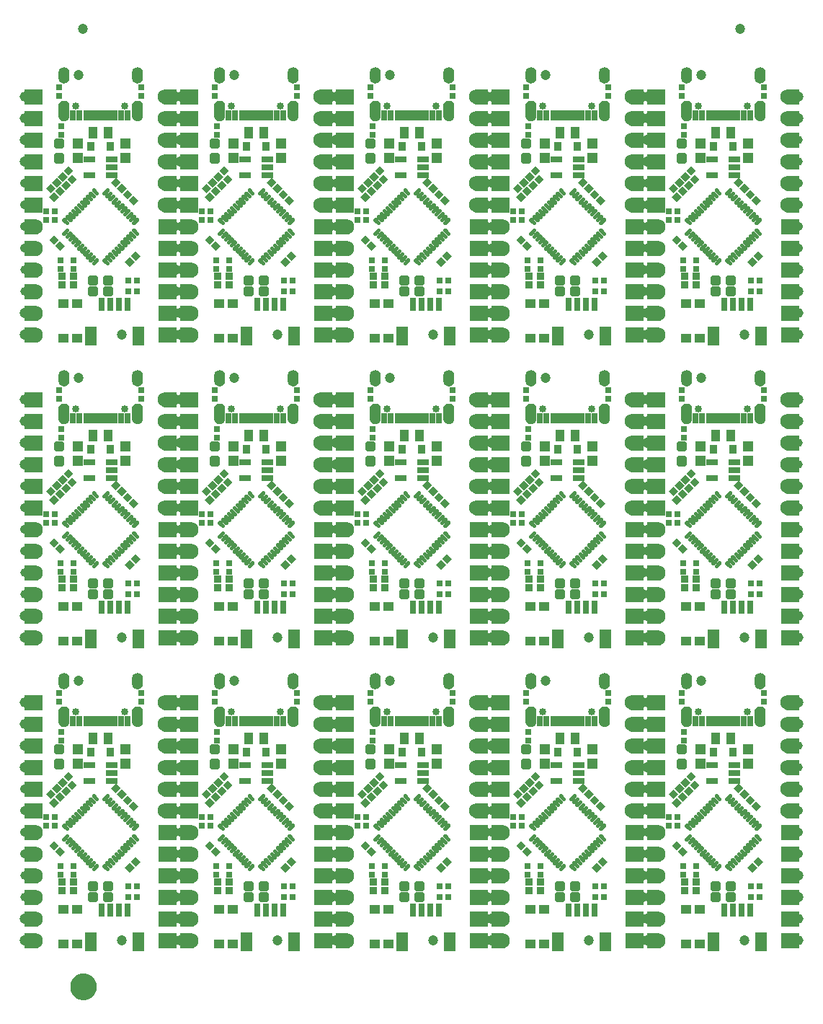
<source format=gts>
G75*
%MOIN*%
%OFA0B0*%
%FSLAX25Y25*%
%IPPOS*%
%LPD*%
%AMOC8*
5,1,8,0,0,1.08239X$1,22.5*
%
%ADD10R,0.03162X0.03162*%
%ADD11R,0.03162X0.03162*%
%ADD12C,0.01990*%
%ADD13C,0.01803*%
%ADD14C,0.04737*%
%ADD15R,0.03950X0.05524*%
%ADD16R,0.03280X0.04068*%
%ADD17R,0.05524X0.02965*%
%ADD18R,0.04737X0.05131*%
%ADD19R,0.04737X0.04343*%
%ADD20R,0.03753X0.03556*%
%ADD21R,0.05524X0.08674*%
%ADD22R,0.03162X0.06115*%
%ADD23C,0.06800*%
%ADD24C,0.03950*%
%ADD25C,0.00100*%
%ADD26C,0.04146*%
%ADD27C,0.05820*%
%ADD28C,0.05524*%
%ADD29C,0.04540*%
%ADD30R,0.01981X0.04737*%
%ADD31R,0.03162X0.04737*%
%ADD32C,0.03359*%
%ADD33C,0.00039*%
%ADD34C,0.05000*%
%ADD35C,0.06706*%
D10*
G36*
X0074873Y0075358D02*
X0077108Y0077593D01*
X0079343Y0075358D01*
X0077108Y0073123D01*
X0074873Y0075358D01*
G37*
G36*
X0077657Y0078142D02*
X0079892Y0080377D01*
X0082127Y0078142D01*
X0079892Y0075907D01*
X0077657Y0078142D01*
G37*
G36*
X0044892Y0085093D02*
X0047127Y0082858D01*
X0044892Y0080623D01*
X0042657Y0082858D01*
X0044892Y0085093D01*
G37*
G36*
X0042108Y0087877D02*
X0044343Y0085642D01*
X0042108Y0083407D01*
X0039873Y0085642D01*
X0042108Y0087877D01*
G37*
G36*
X0044343Y0105358D02*
X0042108Y0103123D01*
X0039873Y0105358D01*
X0042108Y0107593D01*
X0044343Y0105358D01*
G37*
G36*
X0047127Y0108142D02*
X0044892Y0105907D01*
X0042657Y0108142D01*
X0044892Y0110377D01*
X0047127Y0108142D01*
G37*
G36*
X0049843Y0110858D02*
X0047608Y0108623D01*
X0045373Y0110858D01*
X0047608Y0113093D01*
X0049843Y0110858D01*
G37*
G36*
X0052627Y0113642D02*
X0050392Y0111407D01*
X0048157Y0113642D01*
X0050392Y0115877D01*
X0052627Y0113642D01*
G37*
G36*
X0046657Y0117642D02*
X0048892Y0119877D01*
X0051127Y0117642D01*
X0048892Y0115407D01*
X0046657Y0117642D01*
G37*
G36*
X0043873Y0114858D02*
X0046108Y0117093D01*
X0048343Y0114858D01*
X0046108Y0112623D01*
X0043873Y0114858D01*
G37*
G36*
X0045627Y0112142D02*
X0043392Y0109907D01*
X0041157Y0112142D01*
X0043392Y0114377D01*
X0045627Y0112142D01*
G37*
G36*
X0042843Y0109358D02*
X0040608Y0107123D01*
X0038373Y0109358D01*
X0040608Y0111593D01*
X0042843Y0109358D01*
G37*
G36*
X0070608Y0109907D02*
X0068373Y0112142D01*
X0070608Y0114377D01*
X0072843Y0112142D01*
X0070608Y0109907D01*
G37*
G36*
X0073392Y0107123D02*
X0071157Y0109358D01*
X0073392Y0111593D01*
X0075627Y0109358D01*
X0073392Y0107123D01*
G37*
G36*
X0076108Y0108877D02*
X0078343Y0106642D01*
X0076108Y0104407D01*
X0073873Y0106642D01*
X0076108Y0108877D01*
G37*
G36*
X0078892Y0106093D02*
X0081127Y0103858D01*
X0078892Y0101623D01*
X0076657Y0103858D01*
X0078892Y0106093D01*
G37*
G36*
X0114843Y0109358D02*
X0112608Y0107123D01*
X0110373Y0109358D01*
X0112608Y0111593D01*
X0114843Y0109358D01*
G37*
G36*
X0119127Y0108142D02*
X0116892Y0105907D01*
X0114657Y0108142D01*
X0116892Y0110377D01*
X0119127Y0108142D01*
G37*
G36*
X0121843Y0110858D02*
X0119608Y0108623D01*
X0117373Y0110858D01*
X0119608Y0113093D01*
X0121843Y0110858D01*
G37*
G36*
X0124627Y0113642D02*
X0122392Y0111407D01*
X0120157Y0113642D01*
X0122392Y0115877D01*
X0124627Y0113642D01*
G37*
G36*
X0118657Y0117642D02*
X0120892Y0119877D01*
X0123127Y0117642D01*
X0120892Y0115407D01*
X0118657Y0117642D01*
G37*
G36*
X0115873Y0114858D02*
X0118108Y0117093D01*
X0120343Y0114858D01*
X0118108Y0112623D01*
X0115873Y0114858D01*
G37*
G36*
X0117627Y0112142D02*
X0115392Y0109907D01*
X0113157Y0112142D01*
X0115392Y0114377D01*
X0117627Y0112142D01*
G37*
G36*
X0116343Y0105358D02*
X0114108Y0103123D01*
X0111873Y0105358D01*
X0114108Y0107593D01*
X0116343Y0105358D01*
G37*
G36*
X0142608Y0109907D02*
X0140373Y0112142D01*
X0142608Y0114377D01*
X0144843Y0112142D01*
X0142608Y0109907D01*
G37*
G36*
X0145392Y0107123D02*
X0143157Y0109358D01*
X0145392Y0111593D01*
X0147627Y0109358D01*
X0145392Y0107123D01*
G37*
G36*
X0148108Y0108877D02*
X0150343Y0106642D01*
X0148108Y0104407D01*
X0145873Y0106642D01*
X0148108Y0108877D01*
G37*
G36*
X0150892Y0106093D02*
X0153127Y0103858D01*
X0150892Y0101623D01*
X0148657Y0103858D01*
X0150892Y0106093D01*
G37*
G36*
X0114108Y0087877D02*
X0116343Y0085642D01*
X0114108Y0083407D01*
X0111873Y0085642D01*
X0114108Y0087877D01*
G37*
G36*
X0116892Y0085093D02*
X0119127Y0082858D01*
X0116892Y0080623D01*
X0114657Y0082858D01*
X0116892Y0085093D01*
G37*
G36*
X0146873Y0075358D02*
X0149108Y0077593D01*
X0151343Y0075358D01*
X0149108Y0073123D01*
X0146873Y0075358D01*
G37*
G36*
X0149657Y0078142D02*
X0151892Y0080377D01*
X0154127Y0078142D01*
X0151892Y0075907D01*
X0149657Y0078142D01*
G37*
G36*
X0186108Y0087877D02*
X0188343Y0085642D01*
X0186108Y0083407D01*
X0183873Y0085642D01*
X0186108Y0087877D01*
G37*
G36*
X0188892Y0085093D02*
X0191127Y0082858D01*
X0188892Y0080623D01*
X0186657Y0082858D01*
X0188892Y0085093D01*
G37*
G36*
X0188343Y0105358D02*
X0186108Y0103123D01*
X0183873Y0105358D01*
X0186108Y0107593D01*
X0188343Y0105358D01*
G37*
G36*
X0191127Y0108142D02*
X0188892Y0105907D01*
X0186657Y0108142D01*
X0188892Y0110377D01*
X0191127Y0108142D01*
G37*
G36*
X0193843Y0110858D02*
X0191608Y0108623D01*
X0189373Y0110858D01*
X0191608Y0113093D01*
X0193843Y0110858D01*
G37*
G36*
X0196627Y0113642D02*
X0194392Y0111407D01*
X0192157Y0113642D01*
X0194392Y0115877D01*
X0196627Y0113642D01*
G37*
G36*
X0190657Y0117642D02*
X0192892Y0119877D01*
X0195127Y0117642D01*
X0192892Y0115407D01*
X0190657Y0117642D01*
G37*
G36*
X0187873Y0114858D02*
X0190108Y0117093D01*
X0192343Y0114858D01*
X0190108Y0112623D01*
X0187873Y0114858D01*
G37*
G36*
X0189627Y0112142D02*
X0187392Y0109907D01*
X0185157Y0112142D01*
X0187392Y0114377D01*
X0189627Y0112142D01*
G37*
G36*
X0186843Y0109358D02*
X0184608Y0107123D01*
X0182373Y0109358D01*
X0184608Y0111593D01*
X0186843Y0109358D01*
G37*
G36*
X0214608Y0109907D02*
X0212373Y0112142D01*
X0214608Y0114377D01*
X0216843Y0112142D01*
X0214608Y0109907D01*
G37*
G36*
X0217392Y0107123D02*
X0215157Y0109358D01*
X0217392Y0111593D01*
X0219627Y0109358D01*
X0217392Y0107123D01*
G37*
G36*
X0220108Y0108877D02*
X0222343Y0106642D01*
X0220108Y0104407D01*
X0217873Y0106642D01*
X0220108Y0108877D01*
G37*
G36*
X0222892Y0106093D02*
X0225127Y0103858D01*
X0222892Y0101623D01*
X0220657Y0103858D01*
X0222892Y0106093D01*
G37*
G36*
X0258843Y0109358D02*
X0256608Y0107123D01*
X0254373Y0109358D01*
X0256608Y0111593D01*
X0258843Y0109358D01*
G37*
G36*
X0263127Y0108142D02*
X0260892Y0105907D01*
X0258657Y0108142D01*
X0260892Y0110377D01*
X0263127Y0108142D01*
G37*
G36*
X0265843Y0110858D02*
X0263608Y0108623D01*
X0261373Y0110858D01*
X0263608Y0113093D01*
X0265843Y0110858D01*
G37*
G36*
X0268627Y0113642D02*
X0266392Y0111407D01*
X0264157Y0113642D01*
X0266392Y0115877D01*
X0268627Y0113642D01*
G37*
G36*
X0262657Y0117642D02*
X0264892Y0119877D01*
X0267127Y0117642D01*
X0264892Y0115407D01*
X0262657Y0117642D01*
G37*
G36*
X0259873Y0114858D02*
X0262108Y0117093D01*
X0264343Y0114858D01*
X0262108Y0112623D01*
X0259873Y0114858D01*
G37*
G36*
X0261627Y0112142D02*
X0259392Y0109907D01*
X0257157Y0112142D01*
X0259392Y0114377D01*
X0261627Y0112142D01*
G37*
G36*
X0260343Y0105358D02*
X0258108Y0103123D01*
X0255873Y0105358D01*
X0258108Y0107593D01*
X0260343Y0105358D01*
G37*
G36*
X0286608Y0109907D02*
X0284373Y0112142D01*
X0286608Y0114377D01*
X0288843Y0112142D01*
X0286608Y0109907D01*
G37*
G36*
X0289392Y0107123D02*
X0287157Y0109358D01*
X0289392Y0111593D01*
X0291627Y0109358D01*
X0289392Y0107123D01*
G37*
G36*
X0292108Y0108877D02*
X0294343Y0106642D01*
X0292108Y0104407D01*
X0289873Y0106642D01*
X0292108Y0108877D01*
G37*
G36*
X0294892Y0106093D02*
X0297127Y0103858D01*
X0294892Y0101623D01*
X0292657Y0103858D01*
X0294892Y0106093D01*
G37*
G36*
X0258108Y0087877D02*
X0260343Y0085642D01*
X0258108Y0083407D01*
X0255873Y0085642D01*
X0258108Y0087877D01*
G37*
G36*
X0260892Y0085093D02*
X0263127Y0082858D01*
X0260892Y0080623D01*
X0258657Y0082858D01*
X0260892Y0085093D01*
G37*
G36*
X0290873Y0075358D02*
X0293108Y0077593D01*
X0295343Y0075358D01*
X0293108Y0073123D01*
X0290873Y0075358D01*
G37*
G36*
X0293657Y0078142D02*
X0295892Y0080377D01*
X0298127Y0078142D01*
X0295892Y0075907D01*
X0293657Y0078142D01*
G37*
G36*
X0330108Y0087877D02*
X0332343Y0085642D01*
X0330108Y0083407D01*
X0327873Y0085642D01*
X0330108Y0087877D01*
G37*
G36*
X0332892Y0085093D02*
X0335127Y0082858D01*
X0332892Y0080623D01*
X0330657Y0082858D01*
X0332892Y0085093D01*
G37*
G36*
X0332343Y0105358D02*
X0330108Y0103123D01*
X0327873Y0105358D01*
X0330108Y0107593D01*
X0332343Y0105358D01*
G37*
G36*
X0335127Y0108142D02*
X0332892Y0105907D01*
X0330657Y0108142D01*
X0332892Y0110377D01*
X0335127Y0108142D01*
G37*
G36*
X0337843Y0110858D02*
X0335608Y0108623D01*
X0333373Y0110858D01*
X0335608Y0113093D01*
X0337843Y0110858D01*
G37*
G36*
X0340627Y0113642D02*
X0338392Y0111407D01*
X0336157Y0113642D01*
X0338392Y0115877D01*
X0340627Y0113642D01*
G37*
G36*
X0334657Y0117642D02*
X0336892Y0119877D01*
X0339127Y0117642D01*
X0336892Y0115407D01*
X0334657Y0117642D01*
G37*
G36*
X0331873Y0114858D02*
X0334108Y0117093D01*
X0336343Y0114858D01*
X0334108Y0112623D01*
X0331873Y0114858D01*
G37*
G36*
X0333627Y0112142D02*
X0331392Y0109907D01*
X0329157Y0112142D01*
X0331392Y0114377D01*
X0333627Y0112142D01*
G37*
G36*
X0330843Y0109358D02*
X0328608Y0107123D01*
X0326373Y0109358D01*
X0328608Y0111593D01*
X0330843Y0109358D01*
G37*
G36*
X0358608Y0109907D02*
X0356373Y0112142D01*
X0358608Y0114377D01*
X0360843Y0112142D01*
X0358608Y0109907D01*
G37*
G36*
X0361392Y0107123D02*
X0359157Y0109358D01*
X0361392Y0111593D01*
X0363627Y0109358D01*
X0361392Y0107123D01*
G37*
G36*
X0364108Y0108877D02*
X0366343Y0106642D01*
X0364108Y0104407D01*
X0361873Y0106642D01*
X0364108Y0108877D01*
G37*
G36*
X0366892Y0106093D02*
X0369127Y0103858D01*
X0366892Y0101623D01*
X0364657Y0103858D01*
X0366892Y0106093D01*
G37*
G36*
X0365657Y0078142D02*
X0367892Y0080377D01*
X0370127Y0078142D01*
X0367892Y0075907D01*
X0365657Y0078142D01*
G37*
G36*
X0362873Y0075358D02*
X0365108Y0077593D01*
X0367343Y0075358D01*
X0365108Y0073123D01*
X0362873Y0075358D01*
G37*
G36*
X0221657Y0078142D02*
X0223892Y0080377D01*
X0226127Y0078142D01*
X0223892Y0075907D01*
X0221657Y0078142D01*
G37*
G36*
X0218873Y0075358D02*
X0221108Y0077593D01*
X0223343Y0075358D01*
X0221108Y0073123D01*
X0218873Y0075358D01*
G37*
G36*
X0218873Y0215358D02*
X0221108Y0217593D01*
X0223343Y0215358D01*
X0221108Y0213123D01*
X0218873Y0215358D01*
G37*
G36*
X0221657Y0218142D02*
X0223892Y0220377D01*
X0226127Y0218142D01*
X0223892Y0215907D01*
X0221657Y0218142D01*
G37*
G36*
X0188892Y0225093D02*
X0191127Y0222858D01*
X0188892Y0220623D01*
X0186657Y0222858D01*
X0188892Y0225093D01*
G37*
G36*
X0186108Y0227877D02*
X0188343Y0225642D01*
X0186108Y0223407D01*
X0183873Y0225642D01*
X0186108Y0227877D01*
G37*
G36*
X0188343Y0245358D02*
X0186108Y0243123D01*
X0183873Y0245358D01*
X0186108Y0247593D01*
X0188343Y0245358D01*
G37*
G36*
X0191127Y0248142D02*
X0188892Y0245907D01*
X0186657Y0248142D01*
X0188892Y0250377D01*
X0191127Y0248142D01*
G37*
G36*
X0193843Y0250858D02*
X0191608Y0248623D01*
X0189373Y0250858D01*
X0191608Y0253093D01*
X0193843Y0250858D01*
G37*
G36*
X0196627Y0253642D02*
X0194392Y0251407D01*
X0192157Y0253642D01*
X0194392Y0255877D01*
X0196627Y0253642D01*
G37*
G36*
X0190657Y0257642D02*
X0192892Y0259877D01*
X0195127Y0257642D01*
X0192892Y0255407D01*
X0190657Y0257642D01*
G37*
G36*
X0187873Y0254858D02*
X0190108Y0257093D01*
X0192343Y0254858D01*
X0190108Y0252623D01*
X0187873Y0254858D01*
G37*
G36*
X0189627Y0252142D02*
X0187392Y0249907D01*
X0185157Y0252142D01*
X0187392Y0254377D01*
X0189627Y0252142D01*
G37*
G36*
X0186843Y0249358D02*
X0184608Y0247123D01*
X0182373Y0249358D01*
X0184608Y0251593D01*
X0186843Y0249358D01*
G37*
G36*
X0214608Y0249907D02*
X0212373Y0252142D01*
X0214608Y0254377D01*
X0216843Y0252142D01*
X0214608Y0249907D01*
G37*
G36*
X0217392Y0247123D02*
X0215157Y0249358D01*
X0217392Y0251593D01*
X0219627Y0249358D01*
X0217392Y0247123D01*
G37*
G36*
X0220108Y0248877D02*
X0222343Y0246642D01*
X0220108Y0244407D01*
X0217873Y0246642D01*
X0220108Y0248877D01*
G37*
G36*
X0222892Y0246093D02*
X0225127Y0243858D01*
X0222892Y0241623D01*
X0220657Y0243858D01*
X0222892Y0246093D01*
G37*
G36*
X0258843Y0249358D02*
X0256608Y0247123D01*
X0254373Y0249358D01*
X0256608Y0251593D01*
X0258843Y0249358D01*
G37*
G36*
X0263127Y0248142D02*
X0260892Y0245907D01*
X0258657Y0248142D01*
X0260892Y0250377D01*
X0263127Y0248142D01*
G37*
G36*
X0265843Y0250858D02*
X0263608Y0248623D01*
X0261373Y0250858D01*
X0263608Y0253093D01*
X0265843Y0250858D01*
G37*
G36*
X0268627Y0253642D02*
X0266392Y0251407D01*
X0264157Y0253642D01*
X0266392Y0255877D01*
X0268627Y0253642D01*
G37*
G36*
X0262657Y0257642D02*
X0264892Y0259877D01*
X0267127Y0257642D01*
X0264892Y0255407D01*
X0262657Y0257642D01*
G37*
G36*
X0259873Y0254858D02*
X0262108Y0257093D01*
X0264343Y0254858D01*
X0262108Y0252623D01*
X0259873Y0254858D01*
G37*
G36*
X0261627Y0252142D02*
X0259392Y0249907D01*
X0257157Y0252142D01*
X0259392Y0254377D01*
X0261627Y0252142D01*
G37*
G36*
X0260343Y0245358D02*
X0258108Y0243123D01*
X0255873Y0245358D01*
X0258108Y0247593D01*
X0260343Y0245358D01*
G37*
G36*
X0258108Y0227877D02*
X0260343Y0225642D01*
X0258108Y0223407D01*
X0255873Y0225642D01*
X0258108Y0227877D01*
G37*
G36*
X0260892Y0225093D02*
X0263127Y0222858D01*
X0260892Y0220623D01*
X0258657Y0222858D01*
X0260892Y0225093D01*
G37*
G36*
X0290873Y0215358D02*
X0293108Y0217593D01*
X0295343Y0215358D01*
X0293108Y0213123D01*
X0290873Y0215358D01*
G37*
G36*
X0293657Y0218142D02*
X0295892Y0220377D01*
X0298127Y0218142D01*
X0295892Y0215907D01*
X0293657Y0218142D01*
G37*
G36*
X0294892Y0246093D02*
X0297127Y0243858D01*
X0294892Y0241623D01*
X0292657Y0243858D01*
X0294892Y0246093D01*
G37*
G36*
X0292108Y0248877D02*
X0294343Y0246642D01*
X0292108Y0244407D01*
X0289873Y0246642D01*
X0292108Y0248877D01*
G37*
G36*
X0289392Y0247123D02*
X0287157Y0249358D01*
X0289392Y0251593D01*
X0291627Y0249358D01*
X0289392Y0247123D01*
G37*
G36*
X0286608Y0249907D02*
X0284373Y0252142D01*
X0286608Y0254377D01*
X0288843Y0252142D01*
X0286608Y0249907D01*
G37*
G36*
X0330843Y0249358D02*
X0328608Y0247123D01*
X0326373Y0249358D01*
X0328608Y0251593D01*
X0330843Y0249358D01*
G37*
G36*
X0335127Y0248142D02*
X0332892Y0245907D01*
X0330657Y0248142D01*
X0332892Y0250377D01*
X0335127Y0248142D01*
G37*
G36*
X0337843Y0250858D02*
X0335608Y0248623D01*
X0333373Y0250858D01*
X0335608Y0253093D01*
X0337843Y0250858D01*
G37*
G36*
X0340627Y0253642D02*
X0338392Y0251407D01*
X0336157Y0253642D01*
X0338392Y0255877D01*
X0340627Y0253642D01*
G37*
G36*
X0334657Y0257642D02*
X0336892Y0259877D01*
X0339127Y0257642D01*
X0336892Y0255407D01*
X0334657Y0257642D01*
G37*
G36*
X0331873Y0254858D02*
X0334108Y0257093D01*
X0336343Y0254858D01*
X0334108Y0252623D01*
X0331873Y0254858D01*
G37*
G36*
X0333627Y0252142D02*
X0331392Y0249907D01*
X0329157Y0252142D01*
X0331392Y0254377D01*
X0333627Y0252142D01*
G37*
G36*
X0332343Y0245358D02*
X0330108Y0243123D01*
X0327873Y0245358D01*
X0330108Y0247593D01*
X0332343Y0245358D01*
G37*
G36*
X0330108Y0227877D02*
X0332343Y0225642D01*
X0330108Y0223407D01*
X0327873Y0225642D01*
X0330108Y0227877D01*
G37*
G36*
X0332892Y0225093D02*
X0335127Y0222858D01*
X0332892Y0220623D01*
X0330657Y0222858D01*
X0332892Y0225093D01*
G37*
G36*
X0362873Y0215358D02*
X0365108Y0217593D01*
X0367343Y0215358D01*
X0365108Y0213123D01*
X0362873Y0215358D01*
G37*
G36*
X0365657Y0218142D02*
X0367892Y0220377D01*
X0370127Y0218142D01*
X0367892Y0215907D01*
X0365657Y0218142D01*
G37*
G36*
X0366892Y0246093D02*
X0369127Y0243858D01*
X0366892Y0241623D01*
X0364657Y0243858D01*
X0366892Y0246093D01*
G37*
G36*
X0364108Y0248877D02*
X0366343Y0246642D01*
X0364108Y0244407D01*
X0361873Y0246642D01*
X0364108Y0248877D01*
G37*
G36*
X0361392Y0247123D02*
X0359157Y0249358D01*
X0361392Y0251593D01*
X0363627Y0249358D01*
X0361392Y0247123D01*
G37*
G36*
X0358608Y0249907D02*
X0356373Y0252142D01*
X0358608Y0254377D01*
X0360843Y0252142D01*
X0358608Y0249907D01*
G37*
G36*
X0362873Y0355358D02*
X0365108Y0357593D01*
X0367343Y0355358D01*
X0365108Y0353123D01*
X0362873Y0355358D01*
G37*
G36*
X0365657Y0358142D02*
X0367892Y0360377D01*
X0370127Y0358142D01*
X0367892Y0355907D01*
X0365657Y0358142D01*
G37*
G36*
X0332892Y0365093D02*
X0335127Y0362858D01*
X0332892Y0360623D01*
X0330657Y0362858D01*
X0332892Y0365093D01*
G37*
G36*
X0330108Y0367877D02*
X0332343Y0365642D01*
X0330108Y0363407D01*
X0327873Y0365642D01*
X0330108Y0367877D01*
G37*
G36*
X0332343Y0385358D02*
X0330108Y0383123D01*
X0327873Y0385358D01*
X0330108Y0387593D01*
X0332343Y0385358D01*
G37*
G36*
X0335127Y0388142D02*
X0332892Y0385907D01*
X0330657Y0388142D01*
X0332892Y0390377D01*
X0335127Y0388142D01*
G37*
G36*
X0337843Y0390858D02*
X0335608Y0388623D01*
X0333373Y0390858D01*
X0335608Y0393093D01*
X0337843Y0390858D01*
G37*
G36*
X0340627Y0393642D02*
X0338392Y0391407D01*
X0336157Y0393642D01*
X0338392Y0395877D01*
X0340627Y0393642D01*
G37*
G36*
X0334657Y0397642D02*
X0336892Y0399877D01*
X0339127Y0397642D01*
X0336892Y0395407D01*
X0334657Y0397642D01*
G37*
G36*
X0331873Y0394858D02*
X0334108Y0397093D01*
X0336343Y0394858D01*
X0334108Y0392623D01*
X0331873Y0394858D01*
G37*
G36*
X0333627Y0392142D02*
X0331392Y0389907D01*
X0329157Y0392142D01*
X0331392Y0394377D01*
X0333627Y0392142D01*
G37*
G36*
X0330843Y0389358D02*
X0328608Y0387123D01*
X0326373Y0389358D01*
X0328608Y0391593D01*
X0330843Y0389358D01*
G37*
G36*
X0358608Y0389907D02*
X0356373Y0392142D01*
X0358608Y0394377D01*
X0360843Y0392142D01*
X0358608Y0389907D01*
G37*
G36*
X0361392Y0387123D02*
X0359157Y0389358D01*
X0361392Y0391593D01*
X0363627Y0389358D01*
X0361392Y0387123D01*
G37*
G36*
X0364108Y0388877D02*
X0366343Y0386642D01*
X0364108Y0384407D01*
X0361873Y0386642D01*
X0364108Y0388877D01*
G37*
G36*
X0366892Y0386093D02*
X0369127Y0383858D01*
X0366892Y0381623D01*
X0364657Y0383858D01*
X0366892Y0386093D01*
G37*
G36*
X0293657Y0358142D02*
X0295892Y0360377D01*
X0298127Y0358142D01*
X0295892Y0355907D01*
X0293657Y0358142D01*
G37*
G36*
X0290873Y0355358D02*
X0293108Y0357593D01*
X0295343Y0355358D01*
X0293108Y0353123D01*
X0290873Y0355358D01*
G37*
G36*
X0260892Y0365093D02*
X0263127Y0362858D01*
X0260892Y0360623D01*
X0258657Y0362858D01*
X0260892Y0365093D01*
G37*
G36*
X0258108Y0367877D02*
X0260343Y0365642D01*
X0258108Y0363407D01*
X0255873Y0365642D01*
X0258108Y0367877D01*
G37*
G36*
X0260343Y0385358D02*
X0258108Y0383123D01*
X0255873Y0385358D01*
X0258108Y0387593D01*
X0260343Y0385358D01*
G37*
G36*
X0263127Y0388142D02*
X0260892Y0385907D01*
X0258657Y0388142D01*
X0260892Y0390377D01*
X0263127Y0388142D01*
G37*
G36*
X0265843Y0390858D02*
X0263608Y0388623D01*
X0261373Y0390858D01*
X0263608Y0393093D01*
X0265843Y0390858D01*
G37*
G36*
X0268627Y0393642D02*
X0266392Y0391407D01*
X0264157Y0393642D01*
X0266392Y0395877D01*
X0268627Y0393642D01*
G37*
G36*
X0262657Y0397642D02*
X0264892Y0399877D01*
X0267127Y0397642D01*
X0264892Y0395407D01*
X0262657Y0397642D01*
G37*
G36*
X0259873Y0394858D02*
X0262108Y0397093D01*
X0264343Y0394858D01*
X0262108Y0392623D01*
X0259873Y0394858D01*
G37*
G36*
X0261627Y0392142D02*
X0259392Y0389907D01*
X0257157Y0392142D01*
X0259392Y0394377D01*
X0261627Y0392142D01*
G37*
G36*
X0258843Y0389358D02*
X0256608Y0387123D01*
X0254373Y0389358D01*
X0256608Y0391593D01*
X0258843Y0389358D01*
G37*
G36*
X0286608Y0389907D02*
X0284373Y0392142D01*
X0286608Y0394377D01*
X0288843Y0392142D01*
X0286608Y0389907D01*
G37*
G36*
X0289392Y0387123D02*
X0287157Y0389358D01*
X0289392Y0391593D01*
X0291627Y0389358D01*
X0289392Y0387123D01*
G37*
G36*
X0292108Y0388877D02*
X0294343Y0386642D01*
X0292108Y0384407D01*
X0289873Y0386642D01*
X0292108Y0388877D01*
G37*
G36*
X0294892Y0386093D02*
X0297127Y0383858D01*
X0294892Y0381623D01*
X0292657Y0383858D01*
X0294892Y0386093D01*
G37*
G36*
X0221657Y0358142D02*
X0223892Y0360377D01*
X0226127Y0358142D01*
X0223892Y0355907D01*
X0221657Y0358142D01*
G37*
G36*
X0218873Y0355358D02*
X0221108Y0357593D01*
X0223343Y0355358D01*
X0221108Y0353123D01*
X0218873Y0355358D01*
G37*
G36*
X0188892Y0365093D02*
X0191127Y0362858D01*
X0188892Y0360623D01*
X0186657Y0362858D01*
X0188892Y0365093D01*
G37*
G36*
X0186108Y0367877D02*
X0188343Y0365642D01*
X0186108Y0363407D01*
X0183873Y0365642D01*
X0186108Y0367877D01*
G37*
G36*
X0188343Y0385358D02*
X0186108Y0383123D01*
X0183873Y0385358D01*
X0186108Y0387593D01*
X0188343Y0385358D01*
G37*
G36*
X0191127Y0388142D02*
X0188892Y0385907D01*
X0186657Y0388142D01*
X0188892Y0390377D01*
X0191127Y0388142D01*
G37*
G36*
X0193843Y0390858D02*
X0191608Y0388623D01*
X0189373Y0390858D01*
X0191608Y0393093D01*
X0193843Y0390858D01*
G37*
G36*
X0196627Y0393642D02*
X0194392Y0391407D01*
X0192157Y0393642D01*
X0194392Y0395877D01*
X0196627Y0393642D01*
G37*
G36*
X0190657Y0397642D02*
X0192892Y0399877D01*
X0195127Y0397642D01*
X0192892Y0395407D01*
X0190657Y0397642D01*
G37*
G36*
X0187873Y0394858D02*
X0190108Y0397093D01*
X0192343Y0394858D01*
X0190108Y0392623D01*
X0187873Y0394858D01*
G37*
G36*
X0189627Y0392142D02*
X0187392Y0389907D01*
X0185157Y0392142D01*
X0187392Y0394377D01*
X0189627Y0392142D01*
G37*
G36*
X0186843Y0389358D02*
X0184608Y0387123D01*
X0182373Y0389358D01*
X0184608Y0391593D01*
X0186843Y0389358D01*
G37*
G36*
X0214608Y0389907D02*
X0212373Y0392142D01*
X0214608Y0394377D01*
X0216843Y0392142D01*
X0214608Y0389907D01*
G37*
G36*
X0217392Y0387123D02*
X0215157Y0389358D01*
X0217392Y0391593D01*
X0219627Y0389358D01*
X0217392Y0387123D01*
G37*
G36*
X0220108Y0388877D02*
X0222343Y0386642D01*
X0220108Y0384407D01*
X0217873Y0386642D01*
X0220108Y0388877D01*
G37*
G36*
X0222892Y0386093D02*
X0225127Y0383858D01*
X0222892Y0381623D01*
X0220657Y0383858D01*
X0222892Y0386093D01*
G37*
G36*
X0149657Y0358142D02*
X0151892Y0360377D01*
X0154127Y0358142D01*
X0151892Y0355907D01*
X0149657Y0358142D01*
G37*
G36*
X0146873Y0355358D02*
X0149108Y0357593D01*
X0151343Y0355358D01*
X0149108Y0353123D01*
X0146873Y0355358D01*
G37*
G36*
X0116892Y0365093D02*
X0119127Y0362858D01*
X0116892Y0360623D01*
X0114657Y0362858D01*
X0116892Y0365093D01*
G37*
G36*
X0114108Y0367877D02*
X0116343Y0365642D01*
X0114108Y0363407D01*
X0111873Y0365642D01*
X0114108Y0367877D01*
G37*
G36*
X0116343Y0385358D02*
X0114108Y0383123D01*
X0111873Y0385358D01*
X0114108Y0387593D01*
X0116343Y0385358D01*
G37*
G36*
X0119127Y0388142D02*
X0116892Y0385907D01*
X0114657Y0388142D01*
X0116892Y0390377D01*
X0119127Y0388142D01*
G37*
G36*
X0121843Y0390858D02*
X0119608Y0388623D01*
X0117373Y0390858D01*
X0119608Y0393093D01*
X0121843Y0390858D01*
G37*
G36*
X0124627Y0393642D02*
X0122392Y0391407D01*
X0120157Y0393642D01*
X0122392Y0395877D01*
X0124627Y0393642D01*
G37*
G36*
X0118657Y0397642D02*
X0120892Y0399877D01*
X0123127Y0397642D01*
X0120892Y0395407D01*
X0118657Y0397642D01*
G37*
G36*
X0115873Y0394858D02*
X0118108Y0397093D01*
X0120343Y0394858D01*
X0118108Y0392623D01*
X0115873Y0394858D01*
G37*
G36*
X0117627Y0392142D02*
X0115392Y0389907D01*
X0113157Y0392142D01*
X0115392Y0394377D01*
X0117627Y0392142D01*
G37*
G36*
X0114843Y0389358D02*
X0112608Y0387123D01*
X0110373Y0389358D01*
X0112608Y0391593D01*
X0114843Y0389358D01*
G37*
G36*
X0142608Y0389907D02*
X0140373Y0392142D01*
X0142608Y0394377D01*
X0144843Y0392142D01*
X0142608Y0389907D01*
G37*
G36*
X0145392Y0387123D02*
X0143157Y0389358D01*
X0145392Y0391593D01*
X0147627Y0389358D01*
X0145392Y0387123D01*
G37*
G36*
X0148108Y0388877D02*
X0150343Y0386642D01*
X0148108Y0384407D01*
X0145873Y0386642D01*
X0148108Y0388877D01*
G37*
G36*
X0150892Y0386093D02*
X0153127Y0383858D01*
X0150892Y0381623D01*
X0148657Y0383858D01*
X0150892Y0386093D01*
G37*
G36*
X0077657Y0358142D02*
X0079892Y0360377D01*
X0082127Y0358142D01*
X0079892Y0355907D01*
X0077657Y0358142D01*
G37*
G36*
X0074873Y0355358D02*
X0077108Y0357593D01*
X0079343Y0355358D01*
X0077108Y0353123D01*
X0074873Y0355358D01*
G37*
G36*
X0044892Y0365093D02*
X0047127Y0362858D01*
X0044892Y0360623D01*
X0042657Y0362858D01*
X0044892Y0365093D01*
G37*
G36*
X0042108Y0367877D02*
X0044343Y0365642D01*
X0042108Y0363407D01*
X0039873Y0365642D01*
X0042108Y0367877D01*
G37*
G36*
X0044343Y0385358D02*
X0042108Y0383123D01*
X0039873Y0385358D01*
X0042108Y0387593D01*
X0044343Y0385358D01*
G37*
G36*
X0047127Y0388142D02*
X0044892Y0385907D01*
X0042657Y0388142D01*
X0044892Y0390377D01*
X0047127Y0388142D01*
G37*
G36*
X0049843Y0390858D02*
X0047608Y0388623D01*
X0045373Y0390858D01*
X0047608Y0393093D01*
X0049843Y0390858D01*
G37*
G36*
X0052627Y0393642D02*
X0050392Y0391407D01*
X0048157Y0393642D01*
X0050392Y0395877D01*
X0052627Y0393642D01*
G37*
G36*
X0046657Y0397642D02*
X0048892Y0399877D01*
X0051127Y0397642D01*
X0048892Y0395407D01*
X0046657Y0397642D01*
G37*
G36*
X0043873Y0394858D02*
X0046108Y0397093D01*
X0048343Y0394858D01*
X0046108Y0392623D01*
X0043873Y0394858D01*
G37*
G36*
X0045627Y0392142D02*
X0043392Y0389907D01*
X0041157Y0392142D01*
X0043392Y0394377D01*
X0045627Y0392142D01*
G37*
G36*
X0042843Y0389358D02*
X0040608Y0387123D01*
X0038373Y0389358D01*
X0040608Y0391593D01*
X0042843Y0389358D01*
G37*
G36*
X0070608Y0389907D02*
X0068373Y0392142D01*
X0070608Y0394377D01*
X0072843Y0392142D01*
X0070608Y0389907D01*
G37*
G36*
X0073392Y0387123D02*
X0071157Y0389358D01*
X0073392Y0391593D01*
X0075627Y0389358D01*
X0073392Y0387123D01*
G37*
G36*
X0076108Y0388877D02*
X0078343Y0386642D01*
X0076108Y0384407D01*
X0073873Y0386642D01*
X0076108Y0388877D01*
G37*
G36*
X0078892Y0386093D02*
X0081127Y0383858D01*
X0078892Y0381623D01*
X0076657Y0383858D01*
X0078892Y0386093D01*
G37*
G36*
X0046657Y0257642D02*
X0048892Y0259877D01*
X0051127Y0257642D01*
X0048892Y0255407D01*
X0046657Y0257642D01*
G37*
G36*
X0043873Y0254858D02*
X0046108Y0257093D01*
X0048343Y0254858D01*
X0046108Y0252623D01*
X0043873Y0254858D01*
G37*
G36*
X0045627Y0252142D02*
X0043392Y0249907D01*
X0041157Y0252142D01*
X0043392Y0254377D01*
X0045627Y0252142D01*
G37*
G36*
X0049843Y0250858D02*
X0047608Y0248623D01*
X0045373Y0250858D01*
X0047608Y0253093D01*
X0049843Y0250858D01*
G37*
G36*
X0052627Y0253642D02*
X0050392Y0251407D01*
X0048157Y0253642D01*
X0050392Y0255877D01*
X0052627Y0253642D01*
G37*
G36*
X0047127Y0248142D02*
X0044892Y0245907D01*
X0042657Y0248142D01*
X0044892Y0250377D01*
X0047127Y0248142D01*
G37*
G36*
X0044343Y0245358D02*
X0042108Y0243123D01*
X0039873Y0245358D01*
X0042108Y0247593D01*
X0044343Y0245358D01*
G37*
G36*
X0042843Y0249358D02*
X0040608Y0247123D01*
X0038373Y0249358D01*
X0040608Y0251593D01*
X0042843Y0249358D01*
G37*
G36*
X0070608Y0249907D02*
X0068373Y0252142D01*
X0070608Y0254377D01*
X0072843Y0252142D01*
X0070608Y0249907D01*
G37*
G36*
X0073392Y0247123D02*
X0071157Y0249358D01*
X0073392Y0251593D01*
X0075627Y0249358D01*
X0073392Y0247123D01*
G37*
G36*
X0076108Y0248877D02*
X0078343Y0246642D01*
X0076108Y0244407D01*
X0073873Y0246642D01*
X0076108Y0248877D01*
G37*
G36*
X0078892Y0246093D02*
X0081127Y0243858D01*
X0078892Y0241623D01*
X0076657Y0243858D01*
X0078892Y0246093D01*
G37*
G36*
X0042108Y0227877D02*
X0044343Y0225642D01*
X0042108Y0223407D01*
X0039873Y0225642D01*
X0042108Y0227877D01*
G37*
G36*
X0044892Y0225093D02*
X0047127Y0222858D01*
X0044892Y0220623D01*
X0042657Y0222858D01*
X0044892Y0225093D01*
G37*
G36*
X0074873Y0215358D02*
X0077108Y0217593D01*
X0079343Y0215358D01*
X0077108Y0213123D01*
X0074873Y0215358D01*
G37*
G36*
X0077657Y0218142D02*
X0079892Y0220377D01*
X0082127Y0218142D01*
X0079892Y0215907D01*
X0077657Y0218142D01*
G37*
G36*
X0114108Y0227877D02*
X0116343Y0225642D01*
X0114108Y0223407D01*
X0111873Y0225642D01*
X0114108Y0227877D01*
G37*
G36*
X0116892Y0225093D02*
X0119127Y0222858D01*
X0116892Y0220623D01*
X0114657Y0222858D01*
X0116892Y0225093D01*
G37*
G36*
X0116343Y0245358D02*
X0114108Y0243123D01*
X0111873Y0245358D01*
X0114108Y0247593D01*
X0116343Y0245358D01*
G37*
G36*
X0119127Y0248142D02*
X0116892Y0245907D01*
X0114657Y0248142D01*
X0116892Y0250377D01*
X0119127Y0248142D01*
G37*
G36*
X0121843Y0250858D02*
X0119608Y0248623D01*
X0117373Y0250858D01*
X0119608Y0253093D01*
X0121843Y0250858D01*
G37*
G36*
X0124627Y0253642D02*
X0122392Y0251407D01*
X0120157Y0253642D01*
X0122392Y0255877D01*
X0124627Y0253642D01*
G37*
G36*
X0118657Y0257642D02*
X0120892Y0259877D01*
X0123127Y0257642D01*
X0120892Y0255407D01*
X0118657Y0257642D01*
G37*
G36*
X0115873Y0254858D02*
X0118108Y0257093D01*
X0120343Y0254858D01*
X0118108Y0252623D01*
X0115873Y0254858D01*
G37*
G36*
X0117627Y0252142D02*
X0115392Y0249907D01*
X0113157Y0252142D01*
X0115392Y0254377D01*
X0117627Y0252142D01*
G37*
G36*
X0114843Y0249358D02*
X0112608Y0247123D01*
X0110373Y0249358D01*
X0112608Y0251593D01*
X0114843Y0249358D01*
G37*
G36*
X0142608Y0249907D02*
X0140373Y0252142D01*
X0142608Y0254377D01*
X0144843Y0252142D01*
X0142608Y0249907D01*
G37*
G36*
X0145392Y0247123D02*
X0143157Y0249358D01*
X0145392Y0251593D01*
X0147627Y0249358D01*
X0145392Y0247123D01*
G37*
G36*
X0148108Y0248877D02*
X0150343Y0246642D01*
X0148108Y0244407D01*
X0145873Y0246642D01*
X0148108Y0248877D01*
G37*
G36*
X0150892Y0246093D02*
X0153127Y0243858D01*
X0150892Y0241623D01*
X0148657Y0243858D01*
X0150892Y0246093D01*
G37*
G36*
X0149657Y0218142D02*
X0151892Y0220377D01*
X0154127Y0218142D01*
X0151892Y0215907D01*
X0149657Y0218142D01*
G37*
G36*
X0146873Y0215358D02*
X0149108Y0217593D01*
X0151343Y0215358D01*
X0149108Y0213123D01*
X0146873Y0215358D01*
G37*
D11*
X0148531Y0206750D03*
X0152469Y0206750D03*
X0152469Y0201750D03*
X0148531Y0201750D03*
X0123000Y0212281D03*
X0123000Y0216219D03*
X0117000Y0216219D03*
X0117000Y0212281D03*
X0114469Y0234750D03*
X0110531Y0234750D03*
X0110531Y0238750D03*
X0114469Y0238750D03*
X0080469Y0206750D03*
X0076531Y0206750D03*
X0076531Y0201750D03*
X0080469Y0201750D03*
X0051000Y0212281D03*
X0051000Y0216219D03*
X0045000Y0216219D03*
X0045000Y0212281D03*
X0042469Y0234750D03*
X0038531Y0234750D03*
X0038531Y0238750D03*
X0042469Y0238750D03*
X0045500Y0274281D03*
X0045500Y0278219D03*
X0044500Y0292281D03*
X0044500Y0296219D03*
X0082500Y0296219D03*
X0082500Y0292281D03*
X0116500Y0292281D03*
X0116500Y0296219D03*
X0117500Y0278219D03*
X0117500Y0274281D03*
X0154500Y0292281D03*
X0154500Y0296219D03*
X0188500Y0296219D03*
X0188500Y0292281D03*
X0189500Y0278219D03*
X0189500Y0274281D03*
X0226500Y0292281D03*
X0226500Y0296219D03*
X0260500Y0296219D03*
X0260500Y0292281D03*
X0261500Y0278219D03*
X0261500Y0274281D03*
X0298500Y0292281D03*
X0298500Y0296219D03*
X0332500Y0296219D03*
X0332500Y0292281D03*
X0333500Y0278219D03*
X0333500Y0274281D03*
X0370500Y0292281D03*
X0370500Y0296219D03*
X0368469Y0341750D03*
X0364531Y0341750D03*
X0364531Y0346750D03*
X0368469Y0346750D03*
X0339000Y0352281D03*
X0339000Y0356219D03*
X0333000Y0356219D03*
X0333000Y0352281D03*
X0330469Y0374750D03*
X0326531Y0374750D03*
X0326531Y0378750D03*
X0330469Y0378750D03*
X0296469Y0346750D03*
X0292531Y0346750D03*
X0292531Y0341750D03*
X0296469Y0341750D03*
X0267000Y0352281D03*
X0267000Y0356219D03*
X0261000Y0356219D03*
X0261000Y0352281D03*
X0258469Y0374750D03*
X0254531Y0374750D03*
X0254531Y0378750D03*
X0258469Y0378750D03*
X0224469Y0346750D03*
X0220531Y0346750D03*
X0220531Y0341750D03*
X0224469Y0341750D03*
X0195000Y0352281D03*
X0195000Y0356219D03*
X0189000Y0356219D03*
X0189000Y0352281D03*
X0186469Y0374750D03*
X0182531Y0374750D03*
X0182531Y0378750D03*
X0186469Y0378750D03*
X0152469Y0346750D03*
X0148531Y0346750D03*
X0148531Y0341750D03*
X0152469Y0341750D03*
X0123000Y0352281D03*
X0123000Y0356219D03*
X0117000Y0356219D03*
X0117000Y0352281D03*
X0114469Y0374750D03*
X0110531Y0374750D03*
X0110531Y0378750D03*
X0114469Y0378750D03*
X0080469Y0346750D03*
X0076531Y0346750D03*
X0076531Y0341750D03*
X0080469Y0341750D03*
X0051000Y0352281D03*
X0051000Y0356219D03*
X0045000Y0356219D03*
X0045000Y0352281D03*
X0042469Y0374750D03*
X0038531Y0374750D03*
X0038531Y0378750D03*
X0042469Y0378750D03*
X0045500Y0414281D03*
X0045500Y0418219D03*
X0044500Y0432281D03*
X0044500Y0436219D03*
X0082500Y0436219D03*
X0082500Y0432281D03*
X0116500Y0432281D03*
X0116500Y0436219D03*
X0117500Y0418219D03*
X0117500Y0414281D03*
X0154500Y0432281D03*
X0154500Y0436219D03*
X0188500Y0436219D03*
X0188500Y0432281D03*
X0189500Y0418219D03*
X0189500Y0414281D03*
X0226500Y0432281D03*
X0226500Y0436219D03*
X0260500Y0436219D03*
X0260500Y0432281D03*
X0261500Y0418219D03*
X0261500Y0414281D03*
X0298500Y0432281D03*
X0298500Y0436219D03*
X0332500Y0436219D03*
X0332500Y0432281D03*
X0333500Y0418219D03*
X0333500Y0414281D03*
X0370500Y0432281D03*
X0370500Y0436219D03*
X0330469Y0238750D03*
X0326531Y0238750D03*
X0326531Y0234750D03*
X0330469Y0234750D03*
X0333000Y0216219D03*
X0333000Y0212281D03*
X0339000Y0212281D03*
X0339000Y0216219D03*
X0364531Y0206750D03*
X0368469Y0206750D03*
X0368469Y0201750D03*
X0364531Y0201750D03*
X0296469Y0201750D03*
X0292531Y0201750D03*
X0292531Y0206750D03*
X0296469Y0206750D03*
X0267000Y0212281D03*
X0267000Y0216219D03*
X0261000Y0216219D03*
X0261000Y0212281D03*
X0258469Y0234750D03*
X0254531Y0234750D03*
X0254531Y0238750D03*
X0258469Y0238750D03*
X0224469Y0206750D03*
X0220531Y0206750D03*
X0220531Y0201750D03*
X0224469Y0201750D03*
X0195000Y0212281D03*
X0195000Y0216219D03*
X0189000Y0216219D03*
X0189000Y0212281D03*
X0186469Y0234750D03*
X0182531Y0234750D03*
X0182531Y0238750D03*
X0186469Y0238750D03*
X0188500Y0156219D03*
X0188500Y0152281D03*
X0189500Y0138219D03*
X0189500Y0134281D03*
X0154500Y0152281D03*
X0154500Y0156219D03*
X0116500Y0156219D03*
X0116500Y0152281D03*
X0117500Y0138219D03*
X0117500Y0134281D03*
X0082500Y0152281D03*
X0082500Y0156219D03*
X0044500Y0156219D03*
X0044500Y0152281D03*
X0045500Y0138219D03*
X0045500Y0134281D03*
X0042469Y0098750D03*
X0038531Y0098750D03*
X0038531Y0094750D03*
X0042469Y0094750D03*
X0045000Y0076219D03*
X0045000Y0072281D03*
X0051000Y0072281D03*
X0051000Y0076219D03*
X0076531Y0066750D03*
X0080469Y0066750D03*
X0080469Y0061750D03*
X0076531Y0061750D03*
X0117000Y0072281D03*
X0117000Y0076219D03*
X0123000Y0076219D03*
X0123000Y0072281D03*
X0148531Y0066750D03*
X0152469Y0066750D03*
X0152469Y0061750D03*
X0148531Y0061750D03*
X0189000Y0072281D03*
X0189000Y0076219D03*
X0195000Y0076219D03*
X0195000Y0072281D03*
X0220531Y0066750D03*
X0224469Y0066750D03*
X0224469Y0061750D03*
X0220531Y0061750D03*
X0261000Y0072281D03*
X0261000Y0076219D03*
X0267000Y0076219D03*
X0267000Y0072281D03*
X0292531Y0066750D03*
X0296469Y0066750D03*
X0296469Y0061750D03*
X0292531Y0061750D03*
X0333000Y0072281D03*
X0333000Y0076219D03*
X0339000Y0076219D03*
X0339000Y0072281D03*
X0364531Y0066750D03*
X0368469Y0066750D03*
X0368469Y0061750D03*
X0364531Y0061750D03*
X0330469Y0094750D03*
X0326531Y0094750D03*
X0326531Y0098750D03*
X0330469Y0098750D03*
X0333500Y0134281D03*
X0333500Y0138219D03*
X0332500Y0152281D03*
X0332500Y0156219D03*
X0298500Y0156219D03*
X0298500Y0152281D03*
X0260500Y0152281D03*
X0260500Y0156219D03*
X0261500Y0138219D03*
X0261500Y0134281D03*
X0226500Y0152281D03*
X0226500Y0156219D03*
X0254531Y0098750D03*
X0258469Y0098750D03*
X0258469Y0094750D03*
X0254531Y0094750D03*
X0186469Y0094750D03*
X0182531Y0094750D03*
X0182531Y0098750D03*
X0186469Y0098750D03*
X0114469Y0098750D03*
X0110531Y0098750D03*
X0110531Y0094750D03*
X0114469Y0094750D03*
X0370500Y0152281D03*
X0370500Y0156219D03*
D12*
X0333873Y0131576D02*
X0331127Y0131576D01*
X0333873Y0131576D02*
X0333873Y0128830D01*
X0331127Y0128830D01*
X0331127Y0131576D01*
X0331127Y0130720D02*
X0333873Y0130720D01*
X0333873Y0124670D02*
X0331127Y0124670D01*
X0333873Y0124670D02*
X0333873Y0121924D01*
X0331127Y0121924D01*
X0331127Y0124670D01*
X0331127Y0123814D02*
X0333873Y0123814D01*
X0261873Y0124670D02*
X0259127Y0124670D01*
X0261873Y0124670D02*
X0261873Y0121924D01*
X0259127Y0121924D01*
X0259127Y0124670D01*
X0259127Y0123814D02*
X0261873Y0123814D01*
X0261873Y0131576D02*
X0259127Y0131576D01*
X0261873Y0131576D02*
X0261873Y0128830D01*
X0259127Y0128830D01*
X0259127Y0131576D01*
X0259127Y0130720D02*
X0261873Y0130720D01*
X0189873Y0131576D02*
X0187127Y0131576D01*
X0189873Y0131576D02*
X0189873Y0128830D01*
X0187127Y0128830D01*
X0187127Y0131576D01*
X0187127Y0130720D02*
X0189873Y0130720D01*
X0189873Y0124670D02*
X0187127Y0124670D01*
X0189873Y0124670D02*
X0189873Y0121924D01*
X0187127Y0121924D01*
X0187127Y0124670D01*
X0187127Y0123814D02*
X0189873Y0123814D01*
X0117873Y0124670D02*
X0115127Y0124670D01*
X0117873Y0124670D02*
X0117873Y0121924D01*
X0115127Y0121924D01*
X0115127Y0124670D01*
X0115127Y0123814D02*
X0117873Y0123814D01*
X0117873Y0131576D02*
X0115127Y0131576D01*
X0117873Y0131576D02*
X0117873Y0128830D01*
X0115127Y0128830D01*
X0115127Y0131576D01*
X0115127Y0130720D02*
X0117873Y0130720D01*
X0045873Y0131576D02*
X0043127Y0131576D01*
X0045873Y0131576D02*
X0045873Y0128830D01*
X0043127Y0128830D01*
X0043127Y0131576D01*
X0043127Y0130720D02*
X0045873Y0130720D01*
X0045873Y0124670D02*
X0043127Y0124670D01*
X0045873Y0124670D02*
X0045873Y0121924D01*
X0043127Y0121924D01*
X0043127Y0124670D01*
X0043127Y0123814D02*
X0045873Y0123814D01*
X0058674Y0068123D02*
X0058674Y0065377D01*
X0058674Y0068123D02*
X0061420Y0068123D01*
X0061420Y0065377D01*
X0058674Y0065377D01*
X0058674Y0067267D02*
X0061420Y0067267D01*
X0065580Y0068123D02*
X0065580Y0065377D01*
X0065580Y0068123D02*
X0068326Y0068123D01*
X0068326Y0065377D01*
X0065580Y0065377D01*
X0065580Y0067267D02*
X0068326Y0067267D01*
X0065580Y0063123D02*
X0065580Y0060377D01*
X0065580Y0063123D02*
X0068326Y0063123D01*
X0068326Y0060377D01*
X0065580Y0060377D01*
X0065580Y0062267D02*
X0068326Y0062267D01*
X0058674Y0063123D02*
X0058674Y0060377D01*
X0058674Y0063123D02*
X0061420Y0063123D01*
X0061420Y0060377D01*
X0058674Y0060377D01*
X0058674Y0062267D02*
X0061420Y0062267D01*
X0130674Y0063123D02*
X0130674Y0060377D01*
X0130674Y0063123D02*
X0133420Y0063123D01*
X0133420Y0060377D01*
X0130674Y0060377D01*
X0130674Y0062267D02*
X0133420Y0062267D01*
X0130674Y0065377D02*
X0130674Y0068123D01*
X0133420Y0068123D01*
X0133420Y0065377D01*
X0130674Y0065377D01*
X0130674Y0067267D02*
X0133420Y0067267D01*
X0137580Y0068123D02*
X0137580Y0065377D01*
X0137580Y0068123D02*
X0140326Y0068123D01*
X0140326Y0065377D01*
X0137580Y0065377D01*
X0137580Y0067267D02*
X0140326Y0067267D01*
X0137580Y0063123D02*
X0137580Y0060377D01*
X0137580Y0063123D02*
X0140326Y0063123D01*
X0140326Y0060377D01*
X0137580Y0060377D01*
X0137580Y0062267D02*
X0140326Y0062267D01*
X0202674Y0063123D02*
X0202674Y0060377D01*
X0202674Y0063123D02*
X0205420Y0063123D01*
X0205420Y0060377D01*
X0202674Y0060377D01*
X0202674Y0062267D02*
X0205420Y0062267D01*
X0202674Y0065377D02*
X0202674Y0068123D01*
X0205420Y0068123D01*
X0205420Y0065377D01*
X0202674Y0065377D01*
X0202674Y0067267D02*
X0205420Y0067267D01*
X0209580Y0068123D02*
X0209580Y0065377D01*
X0209580Y0068123D02*
X0212326Y0068123D01*
X0212326Y0065377D01*
X0209580Y0065377D01*
X0209580Y0067267D02*
X0212326Y0067267D01*
X0209580Y0063123D02*
X0209580Y0060377D01*
X0209580Y0063123D02*
X0212326Y0063123D01*
X0212326Y0060377D01*
X0209580Y0060377D01*
X0209580Y0062267D02*
X0212326Y0062267D01*
X0274674Y0063123D02*
X0274674Y0060377D01*
X0274674Y0063123D02*
X0277420Y0063123D01*
X0277420Y0060377D01*
X0274674Y0060377D01*
X0274674Y0062267D02*
X0277420Y0062267D01*
X0274674Y0065377D02*
X0274674Y0068123D01*
X0277420Y0068123D01*
X0277420Y0065377D01*
X0274674Y0065377D01*
X0274674Y0067267D02*
X0277420Y0067267D01*
X0281580Y0068123D02*
X0281580Y0065377D01*
X0281580Y0068123D02*
X0284326Y0068123D01*
X0284326Y0065377D01*
X0281580Y0065377D01*
X0281580Y0067267D02*
X0284326Y0067267D01*
X0281580Y0063123D02*
X0281580Y0060377D01*
X0281580Y0063123D02*
X0284326Y0063123D01*
X0284326Y0060377D01*
X0281580Y0060377D01*
X0281580Y0062267D02*
X0284326Y0062267D01*
X0346674Y0063123D02*
X0346674Y0060377D01*
X0346674Y0063123D02*
X0349420Y0063123D01*
X0349420Y0060377D01*
X0346674Y0060377D01*
X0346674Y0062267D02*
X0349420Y0062267D01*
X0346674Y0065377D02*
X0346674Y0068123D01*
X0349420Y0068123D01*
X0349420Y0065377D01*
X0346674Y0065377D01*
X0346674Y0067267D02*
X0349420Y0067267D01*
X0353580Y0068123D02*
X0353580Y0065377D01*
X0353580Y0068123D02*
X0356326Y0068123D01*
X0356326Y0065377D01*
X0353580Y0065377D01*
X0353580Y0067267D02*
X0356326Y0067267D01*
X0353580Y0063123D02*
X0353580Y0060377D01*
X0353580Y0063123D02*
X0356326Y0063123D01*
X0356326Y0060377D01*
X0353580Y0060377D01*
X0353580Y0062267D02*
X0356326Y0062267D01*
X0353580Y0200377D02*
X0353580Y0203123D01*
X0356326Y0203123D01*
X0356326Y0200377D01*
X0353580Y0200377D01*
X0353580Y0202267D02*
X0356326Y0202267D01*
X0353580Y0205377D02*
X0353580Y0208123D01*
X0356326Y0208123D01*
X0356326Y0205377D01*
X0353580Y0205377D01*
X0353580Y0207267D02*
X0356326Y0207267D01*
X0346674Y0208123D02*
X0346674Y0205377D01*
X0346674Y0208123D02*
X0349420Y0208123D01*
X0349420Y0205377D01*
X0346674Y0205377D01*
X0346674Y0207267D02*
X0349420Y0207267D01*
X0346674Y0203123D02*
X0346674Y0200377D01*
X0346674Y0203123D02*
X0349420Y0203123D01*
X0349420Y0200377D01*
X0346674Y0200377D01*
X0346674Y0202267D02*
X0349420Y0202267D01*
X0281580Y0203123D02*
X0281580Y0200377D01*
X0281580Y0203123D02*
X0284326Y0203123D01*
X0284326Y0200377D01*
X0281580Y0200377D01*
X0281580Y0202267D02*
X0284326Y0202267D01*
X0281580Y0205377D02*
X0281580Y0208123D01*
X0284326Y0208123D01*
X0284326Y0205377D01*
X0281580Y0205377D01*
X0281580Y0207267D02*
X0284326Y0207267D01*
X0274674Y0208123D02*
X0274674Y0205377D01*
X0274674Y0208123D02*
X0277420Y0208123D01*
X0277420Y0205377D01*
X0274674Y0205377D01*
X0274674Y0207267D02*
X0277420Y0207267D01*
X0274674Y0203123D02*
X0274674Y0200377D01*
X0274674Y0203123D02*
X0277420Y0203123D01*
X0277420Y0200377D01*
X0274674Y0200377D01*
X0274674Y0202267D02*
X0277420Y0202267D01*
X0209580Y0203123D02*
X0209580Y0200377D01*
X0209580Y0203123D02*
X0212326Y0203123D01*
X0212326Y0200377D01*
X0209580Y0200377D01*
X0209580Y0202267D02*
X0212326Y0202267D01*
X0209580Y0205377D02*
X0209580Y0208123D01*
X0212326Y0208123D01*
X0212326Y0205377D01*
X0209580Y0205377D01*
X0209580Y0207267D02*
X0212326Y0207267D01*
X0202674Y0208123D02*
X0202674Y0205377D01*
X0202674Y0208123D02*
X0205420Y0208123D01*
X0205420Y0205377D01*
X0202674Y0205377D01*
X0202674Y0207267D02*
X0205420Y0207267D01*
X0202674Y0203123D02*
X0202674Y0200377D01*
X0202674Y0203123D02*
X0205420Y0203123D01*
X0205420Y0200377D01*
X0202674Y0200377D01*
X0202674Y0202267D02*
X0205420Y0202267D01*
X0137580Y0203123D02*
X0137580Y0200377D01*
X0137580Y0203123D02*
X0140326Y0203123D01*
X0140326Y0200377D01*
X0137580Y0200377D01*
X0137580Y0202267D02*
X0140326Y0202267D01*
X0137580Y0205377D02*
X0137580Y0208123D01*
X0140326Y0208123D01*
X0140326Y0205377D01*
X0137580Y0205377D01*
X0137580Y0207267D02*
X0140326Y0207267D01*
X0130674Y0208123D02*
X0130674Y0205377D01*
X0130674Y0208123D02*
X0133420Y0208123D01*
X0133420Y0205377D01*
X0130674Y0205377D01*
X0130674Y0207267D02*
X0133420Y0207267D01*
X0130674Y0203123D02*
X0130674Y0200377D01*
X0130674Y0203123D02*
X0133420Y0203123D01*
X0133420Y0200377D01*
X0130674Y0200377D01*
X0130674Y0202267D02*
X0133420Y0202267D01*
X0065580Y0203123D02*
X0065580Y0200377D01*
X0065580Y0203123D02*
X0068326Y0203123D01*
X0068326Y0200377D01*
X0065580Y0200377D01*
X0065580Y0202267D02*
X0068326Y0202267D01*
X0065580Y0205377D02*
X0065580Y0208123D01*
X0068326Y0208123D01*
X0068326Y0205377D01*
X0065580Y0205377D01*
X0065580Y0207267D02*
X0068326Y0207267D01*
X0058674Y0208123D02*
X0058674Y0205377D01*
X0058674Y0208123D02*
X0061420Y0208123D01*
X0061420Y0205377D01*
X0058674Y0205377D01*
X0058674Y0207267D02*
X0061420Y0207267D01*
X0058674Y0203123D02*
X0058674Y0200377D01*
X0058674Y0203123D02*
X0061420Y0203123D01*
X0061420Y0200377D01*
X0058674Y0200377D01*
X0058674Y0202267D02*
X0061420Y0202267D01*
X0045873Y0264670D02*
X0043127Y0264670D01*
X0045873Y0264670D02*
X0045873Y0261924D01*
X0043127Y0261924D01*
X0043127Y0264670D01*
X0043127Y0263814D02*
X0045873Y0263814D01*
X0045873Y0271576D02*
X0043127Y0271576D01*
X0045873Y0271576D02*
X0045873Y0268830D01*
X0043127Y0268830D01*
X0043127Y0271576D01*
X0043127Y0270720D02*
X0045873Y0270720D01*
X0115127Y0271576D02*
X0117873Y0271576D01*
X0117873Y0268830D01*
X0115127Y0268830D01*
X0115127Y0271576D01*
X0115127Y0270720D02*
X0117873Y0270720D01*
X0117873Y0264670D02*
X0115127Y0264670D01*
X0117873Y0264670D02*
X0117873Y0261924D01*
X0115127Y0261924D01*
X0115127Y0264670D01*
X0115127Y0263814D02*
X0117873Y0263814D01*
X0187127Y0264670D02*
X0189873Y0264670D01*
X0189873Y0261924D01*
X0187127Y0261924D01*
X0187127Y0264670D01*
X0187127Y0263814D02*
X0189873Y0263814D01*
X0189873Y0271576D02*
X0187127Y0271576D01*
X0189873Y0271576D02*
X0189873Y0268830D01*
X0187127Y0268830D01*
X0187127Y0271576D01*
X0187127Y0270720D02*
X0189873Y0270720D01*
X0259127Y0271576D02*
X0261873Y0271576D01*
X0261873Y0268830D01*
X0259127Y0268830D01*
X0259127Y0271576D01*
X0259127Y0270720D02*
X0261873Y0270720D01*
X0261873Y0264670D02*
X0259127Y0264670D01*
X0261873Y0264670D02*
X0261873Y0261924D01*
X0259127Y0261924D01*
X0259127Y0264670D01*
X0259127Y0263814D02*
X0261873Y0263814D01*
X0331127Y0264670D02*
X0333873Y0264670D01*
X0333873Y0261924D01*
X0331127Y0261924D01*
X0331127Y0264670D01*
X0331127Y0263814D02*
X0333873Y0263814D01*
X0333873Y0271576D02*
X0331127Y0271576D01*
X0333873Y0271576D02*
X0333873Y0268830D01*
X0331127Y0268830D01*
X0331127Y0271576D01*
X0331127Y0270720D02*
X0333873Y0270720D01*
X0346674Y0340377D02*
X0346674Y0343123D01*
X0349420Y0343123D01*
X0349420Y0340377D01*
X0346674Y0340377D01*
X0346674Y0342267D02*
X0349420Y0342267D01*
X0346674Y0345377D02*
X0346674Y0348123D01*
X0349420Y0348123D01*
X0349420Y0345377D01*
X0346674Y0345377D01*
X0346674Y0347267D02*
X0349420Y0347267D01*
X0353580Y0348123D02*
X0353580Y0345377D01*
X0353580Y0348123D02*
X0356326Y0348123D01*
X0356326Y0345377D01*
X0353580Y0345377D01*
X0353580Y0347267D02*
X0356326Y0347267D01*
X0353580Y0343123D02*
X0353580Y0340377D01*
X0353580Y0343123D02*
X0356326Y0343123D01*
X0356326Y0340377D01*
X0353580Y0340377D01*
X0353580Y0342267D02*
X0356326Y0342267D01*
X0281580Y0343123D02*
X0281580Y0340377D01*
X0281580Y0343123D02*
X0284326Y0343123D01*
X0284326Y0340377D01*
X0281580Y0340377D01*
X0281580Y0342267D02*
X0284326Y0342267D01*
X0281580Y0345377D02*
X0281580Y0348123D01*
X0284326Y0348123D01*
X0284326Y0345377D01*
X0281580Y0345377D01*
X0281580Y0347267D02*
X0284326Y0347267D01*
X0274674Y0348123D02*
X0274674Y0345377D01*
X0274674Y0348123D02*
X0277420Y0348123D01*
X0277420Y0345377D01*
X0274674Y0345377D01*
X0274674Y0347267D02*
X0277420Y0347267D01*
X0274674Y0343123D02*
X0274674Y0340377D01*
X0274674Y0343123D02*
X0277420Y0343123D01*
X0277420Y0340377D01*
X0274674Y0340377D01*
X0274674Y0342267D02*
X0277420Y0342267D01*
X0209580Y0343123D02*
X0209580Y0340377D01*
X0209580Y0343123D02*
X0212326Y0343123D01*
X0212326Y0340377D01*
X0209580Y0340377D01*
X0209580Y0342267D02*
X0212326Y0342267D01*
X0209580Y0345377D02*
X0209580Y0348123D01*
X0212326Y0348123D01*
X0212326Y0345377D01*
X0209580Y0345377D01*
X0209580Y0347267D02*
X0212326Y0347267D01*
X0202674Y0348123D02*
X0202674Y0345377D01*
X0202674Y0348123D02*
X0205420Y0348123D01*
X0205420Y0345377D01*
X0202674Y0345377D01*
X0202674Y0347267D02*
X0205420Y0347267D01*
X0202674Y0343123D02*
X0202674Y0340377D01*
X0202674Y0343123D02*
X0205420Y0343123D01*
X0205420Y0340377D01*
X0202674Y0340377D01*
X0202674Y0342267D02*
X0205420Y0342267D01*
X0137580Y0343123D02*
X0137580Y0340377D01*
X0137580Y0343123D02*
X0140326Y0343123D01*
X0140326Y0340377D01*
X0137580Y0340377D01*
X0137580Y0342267D02*
X0140326Y0342267D01*
X0137580Y0345377D02*
X0137580Y0348123D01*
X0140326Y0348123D01*
X0140326Y0345377D01*
X0137580Y0345377D01*
X0137580Y0347267D02*
X0140326Y0347267D01*
X0130674Y0348123D02*
X0130674Y0345377D01*
X0130674Y0348123D02*
X0133420Y0348123D01*
X0133420Y0345377D01*
X0130674Y0345377D01*
X0130674Y0347267D02*
X0133420Y0347267D01*
X0130674Y0343123D02*
X0130674Y0340377D01*
X0130674Y0343123D02*
X0133420Y0343123D01*
X0133420Y0340377D01*
X0130674Y0340377D01*
X0130674Y0342267D02*
X0133420Y0342267D01*
X0065580Y0343123D02*
X0065580Y0340377D01*
X0065580Y0343123D02*
X0068326Y0343123D01*
X0068326Y0340377D01*
X0065580Y0340377D01*
X0065580Y0342267D02*
X0068326Y0342267D01*
X0065580Y0345377D02*
X0065580Y0348123D01*
X0068326Y0348123D01*
X0068326Y0345377D01*
X0065580Y0345377D01*
X0065580Y0347267D02*
X0068326Y0347267D01*
X0058674Y0348123D02*
X0058674Y0345377D01*
X0058674Y0348123D02*
X0061420Y0348123D01*
X0061420Y0345377D01*
X0058674Y0345377D01*
X0058674Y0347267D02*
X0061420Y0347267D01*
X0058674Y0343123D02*
X0058674Y0340377D01*
X0058674Y0343123D02*
X0061420Y0343123D01*
X0061420Y0340377D01*
X0058674Y0340377D01*
X0058674Y0342267D02*
X0061420Y0342267D01*
X0045873Y0404670D02*
X0043127Y0404670D01*
X0045873Y0404670D02*
X0045873Y0401924D01*
X0043127Y0401924D01*
X0043127Y0404670D01*
X0043127Y0403814D02*
X0045873Y0403814D01*
X0045873Y0411576D02*
X0043127Y0411576D01*
X0045873Y0411576D02*
X0045873Y0408830D01*
X0043127Y0408830D01*
X0043127Y0411576D01*
X0043127Y0410720D02*
X0045873Y0410720D01*
X0115127Y0411576D02*
X0117873Y0411576D01*
X0117873Y0408830D01*
X0115127Y0408830D01*
X0115127Y0411576D01*
X0115127Y0410720D02*
X0117873Y0410720D01*
X0117873Y0404670D02*
X0115127Y0404670D01*
X0117873Y0404670D02*
X0117873Y0401924D01*
X0115127Y0401924D01*
X0115127Y0404670D01*
X0115127Y0403814D02*
X0117873Y0403814D01*
X0187127Y0404670D02*
X0189873Y0404670D01*
X0189873Y0401924D01*
X0187127Y0401924D01*
X0187127Y0404670D01*
X0187127Y0403814D02*
X0189873Y0403814D01*
X0189873Y0411576D02*
X0187127Y0411576D01*
X0189873Y0411576D02*
X0189873Y0408830D01*
X0187127Y0408830D01*
X0187127Y0411576D01*
X0187127Y0410720D02*
X0189873Y0410720D01*
X0259127Y0411576D02*
X0261873Y0411576D01*
X0261873Y0408830D01*
X0259127Y0408830D01*
X0259127Y0411576D01*
X0259127Y0410720D02*
X0261873Y0410720D01*
X0261873Y0404670D02*
X0259127Y0404670D01*
X0261873Y0404670D02*
X0261873Y0401924D01*
X0259127Y0401924D01*
X0259127Y0404670D01*
X0259127Y0403814D02*
X0261873Y0403814D01*
X0331127Y0404670D02*
X0333873Y0404670D01*
X0333873Y0401924D01*
X0331127Y0401924D01*
X0331127Y0404670D01*
X0331127Y0403814D02*
X0333873Y0403814D01*
X0333873Y0411576D02*
X0331127Y0411576D01*
X0333873Y0411576D02*
X0333873Y0408830D01*
X0331127Y0408830D01*
X0331127Y0411576D01*
X0331127Y0410720D02*
X0333873Y0410720D01*
D13*
X0348358Y0388702D02*
X0349876Y0387184D01*
X0349750Y0387058D01*
X0348232Y0388576D01*
X0348358Y0388702D01*
X0346966Y0387311D02*
X0348484Y0385793D01*
X0348358Y0385667D01*
X0346840Y0387185D01*
X0346966Y0387311D01*
X0345633Y0385977D02*
X0347151Y0384459D01*
X0347025Y0384333D01*
X0345507Y0385851D01*
X0345633Y0385977D01*
X0344241Y0384585D02*
X0345759Y0383067D01*
X0345633Y0382941D01*
X0344115Y0384459D01*
X0344241Y0384585D01*
X0342908Y0383252D02*
X0344426Y0381734D01*
X0344300Y0381608D01*
X0342782Y0383126D01*
X0342908Y0383252D01*
X0341516Y0381860D02*
X0343034Y0380342D01*
X0342908Y0380216D01*
X0341390Y0381734D01*
X0341516Y0381860D01*
X0339998Y0380342D02*
X0341516Y0378824D01*
X0339998Y0380342D02*
X0340124Y0380468D01*
X0341642Y0378950D01*
X0341516Y0378824D01*
X0340183Y0377491D02*
X0338665Y0379009D01*
X0338791Y0379135D01*
X0340309Y0377617D01*
X0340183Y0377491D01*
X0338791Y0376099D02*
X0337273Y0377617D01*
X0337399Y0377743D01*
X0338917Y0376225D01*
X0338791Y0376099D01*
X0337457Y0374766D02*
X0335939Y0376284D01*
X0336065Y0376410D01*
X0337583Y0374892D01*
X0337457Y0374766D01*
X0336066Y0373374D02*
X0334548Y0374892D01*
X0334674Y0375018D01*
X0336192Y0373500D01*
X0336066Y0373374D01*
X0336066Y0370126D02*
X0334548Y0368608D01*
X0336066Y0370126D02*
X0336192Y0370000D01*
X0334674Y0368482D01*
X0334548Y0368608D01*
X0335939Y0367216D02*
X0337457Y0368734D01*
X0337583Y0368608D01*
X0336065Y0367090D01*
X0335939Y0367216D01*
X0337273Y0365883D02*
X0338791Y0367401D01*
X0338917Y0367275D01*
X0337399Y0365757D01*
X0337273Y0365883D01*
X0338665Y0364491D02*
X0340183Y0366009D01*
X0340309Y0365883D01*
X0338791Y0364365D01*
X0338665Y0364491D01*
X0339998Y0363158D02*
X0341516Y0364676D01*
X0341642Y0364550D01*
X0340124Y0363032D01*
X0339998Y0363158D01*
X0341390Y0361766D02*
X0342908Y0363284D01*
X0343034Y0363158D01*
X0341516Y0361640D01*
X0341390Y0361766D01*
X0342908Y0360248D02*
X0344426Y0361766D01*
X0342908Y0360248D02*
X0342782Y0360374D01*
X0344300Y0361892D01*
X0344426Y0361766D01*
X0345759Y0360433D02*
X0344241Y0358915D01*
X0344115Y0359041D01*
X0345633Y0360559D01*
X0345759Y0360433D01*
X0347151Y0359041D02*
X0345633Y0357523D01*
X0345507Y0357649D01*
X0347025Y0359167D01*
X0347151Y0359041D01*
X0348484Y0357707D02*
X0346966Y0356189D01*
X0346840Y0356315D01*
X0348358Y0357833D01*
X0348484Y0357707D01*
X0349876Y0356316D02*
X0348358Y0354798D01*
X0348232Y0354924D01*
X0349750Y0356442D01*
X0349876Y0356316D01*
X0353124Y0356316D02*
X0354642Y0354798D01*
X0353124Y0356316D02*
X0353250Y0356442D01*
X0354768Y0354924D01*
X0354642Y0354798D01*
X0356034Y0356189D02*
X0354516Y0357707D01*
X0354642Y0357833D01*
X0356160Y0356315D01*
X0356034Y0356189D01*
X0357367Y0357523D02*
X0355849Y0359041D01*
X0355975Y0359167D01*
X0357493Y0357649D01*
X0357367Y0357523D01*
X0358759Y0358915D02*
X0357241Y0360433D01*
X0357367Y0360559D01*
X0358885Y0359041D01*
X0358759Y0358915D01*
X0360092Y0360248D02*
X0358574Y0361766D01*
X0358700Y0361892D01*
X0360218Y0360374D01*
X0360092Y0360248D01*
X0361484Y0361640D02*
X0359966Y0363158D01*
X0360092Y0363284D01*
X0361610Y0361766D01*
X0361484Y0361640D01*
X0363002Y0363158D02*
X0361484Y0364676D01*
X0363002Y0363158D02*
X0362876Y0363032D01*
X0361358Y0364550D01*
X0361484Y0364676D01*
X0362817Y0366009D02*
X0364335Y0364491D01*
X0364209Y0364365D01*
X0362691Y0365883D01*
X0362817Y0366009D01*
X0364209Y0367401D02*
X0365727Y0365883D01*
X0365601Y0365757D01*
X0364083Y0367275D01*
X0364209Y0367401D01*
X0365543Y0368734D02*
X0367061Y0367216D01*
X0366935Y0367090D01*
X0365417Y0368608D01*
X0365543Y0368734D01*
X0366934Y0370126D02*
X0368452Y0368608D01*
X0368326Y0368482D01*
X0366808Y0370000D01*
X0366934Y0370126D01*
X0366934Y0373374D02*
X0368452Y0374892D01*
X0366934Y0373374D02*
X0366808Y0373500D01*
X0368326Y0375018D01*
X0368452Y0374892D01*
X0367061Y0376284D02*
X0365543Y0374766D01*
X0365417Y0374892D01*
X0366935Y0376410D01*
X0367061Y0376284D01*
X0365727Y0377617D02*
X0364209Y0376099D01*
X0364083Y0376225D01*
X0365601Y0377743D01*
X0365727Y0377617D01*
X0364335Y0379009D02*
X0362817Y0377491D01*
X0362691Y0377617D01*
X0364209Y0379135D01*
X0364335Y0379009D01*
X0363002Y0380342D02*
X0361484Y0378824D01*
X0361358Y0378950D01*
X0362876Y0380468D01*
X0363002Y0380342D01*
X0361610Y0381734D02*
X0360092Y0380216D01*
X0359966Y0380342D01*
X0361484Y0381860D01*
X0361610Y0381734D01*
X0360092Y0383252D02*
X0358574Y0381734D01*
X0360092Y0383252D02*
X0360218Y0383126D01*
X0358700Y0381608D01*
X0358574Y0381734D01*
X0357241Y0383067D02*
X0358759Y0384585D01*
X0358885Y0384459D01*
X0357367Y0382941D01*
X0357241Y0383067D01*
X0355849Y0384459D02*
X0357367Y0385977D01*
X0357493Y0385851D01*
X0355975Y0384333D01*
X0355849Y0384459D01*
X0354516Y0385793D02*
X0356034Y0387311D01*
X0356160Y0387185D01*
X0354642Y0385667D01*
X0354516Y0385793D01*
X0353124Y0387184D02*
X0354642Y0388702D01*
X0354768Y0388576D01*
X0353250Y0387058D01*
X0353124Y0387184D01*
X0296452Y0374892D02*
X0294934Y0373374D01*
X0294808Y0373500D01*
X0296326Y0375018D01*
X0296452Y0374892D01*
X0295061Y0376284D02*
X0293543Y0374766D01*
X0293417Y0374892D01*
X0294935Y0376410D01*
X0295061Y0376284D01*
X0293727Y0377617D02*
X0292209Y0376099D01*
X0292083Y0376225D01*
X0293601Y0377743D01*
X0293727Y0377617D01*
X0292335Y0379009D02*
X0290817Y0377491D01*
X0290691Y0377617D01*
X0292209Y0379135D01*
X0292335Y0379009D01*
X0291002Y0380342D02*
X0289484Y0378824D01*
X0289358Y0378950D01*
X0290876Y0380468D01*
X0291002Y0380342D01*
X0289610Y0381734D02*
X0288092Y0380216D01*
X0287966Y0380342D01*
X0289484Y0381860D01*
X0289610Y0381734D01*
X0288092Y0383252D02*
X0286574Y0381734D01*
X0288092Y0383252D02*
X0288218Y0383126D01*
X0286700Y0381608D01*
X0286574Y0381734D01*
X0285241Y0383067D02*
X0286759Y0384585D01*
X0286885Y0384459D01*
X0285367Y0382941D01*
X0285241Y0383067D01*
X0283849Y0384459D02*
X0285367Y0385977D01*
X0285493Y0385851D01*
X0283975Y0384333D01*
X0283849Y0384459D01*
X0282516Y0385793D02*
X0284034Y0387311D01*
X0284160Y0387185D01*
X0282642Y0385667D01*
X0282516Y0385793D01*
X0281124Y0387184D02*
X0282642Y0388702D01*
X0282768Y0388576D01*
X0281250Y0387058D01*
X0281124Y0387184D01*
X0277876Y0387184D02*
X0276358Y0388702D01*
X0277876Y0387184D02*
X0277750Y0387058D01*
X0276232Y0388576D01*
X0276358Y0388702D01*
X0274966Y0387311D02*
X0276484Y0385793D01*
X0276358Y0385667D01*
X0274840Y0387185D01*
X0274966Y0387311D01*
X0273633Y0385977D02*
X0275151Y0384459D01*
X0275025Y0384333D01*
X0273507Y0385851D01*
X0273633Y0385977D01*
X0272241Y0384585D02*
X0273759Y0383067D01*
X0273633Y0382941D01*
X0272115Y0384459D01*
X0272241Y0384585D01*
X0270908Y0383252D02*
X0272426Y0381734D01*
X0272300Y0381608D01*
X0270782Y0383126D01*
X0270908Y0383252D01*
X0269516Y0381860D02*
X0271034Y0380342D01*
X0270908Y0380216D01*
X0269390Y0381734D01*
X0269516Y0381860D01*
X0267998Y0380342D02*
X0269516Y0378824D01*
X0267998Y0380342D02*
X0268124Y0380468D01*
X0269642Y0378950D01*
X0269516Y0378824D01*
X0268183Y0377491D02*
X0266665Y0379009D01*
X0266791Y0379135D01*
X0268309Y0377617D01*
X0268183Y0377491D01*
X0266791Y0376099D02*
X0265273Y0377617D01*
X0265399Y0377743D01*
X0266917Y0376225D01*
X0266791Y0376099D01*
X0265457Y0374766D02*
X0263939Y0376284D01*
X0264065Y0376410D01*
X0265583Y0374892D01*
X0265457Y0374766D01*
X0264066Y0373374D02*
X0262548Y0374892D01*
X0262674Y0375018D01*
X0264192Y0373500D01*
X0264066Y0373374D01*
X0264066Y0370126D02*
X0262548Y0368608D01*
X0264066Y0370126D02*
X0264192Y0370000D01*
X0262674Y0368482D01*
X0262548Y0368608D01*
X0263939Y0367216D02*
X0265457Y0368734D01*
X0265583Y0368608D01*
X0264065Y0367090D01*
X0263939Y0367216D01*
X0265273Y0365883D02*
X0266791Y0367401D01*
X0266917Y0367275D01*
X0265399Y0365757D01*
X0265273Y0365883D01*
X0266665Y0364491D02*
X0268183Y0366009D01*
X0268309Y0365883D01*
X0266791Y0364365D01*
X0266665Y0364491D01*
X0267998Y0363158D02*
X0269516Y0364676D01*
X0269642Y0364550D01*
X0268124Y0363032D01*
X0267998Y0363158D01*
X0269390Y0361766D02*
X0270908Y0363284D01*
X0271034Y0363158D01*
X0269516Y0361640D01*
X0269390Y0361766D01*
X0270908Y0360248D02*
X0272426Y0361766D01*
X0270908Y0360248D02*
X0270782Y0360374D01*
X0272300Y0361892D01*
X0272426Y0361766D01*
X0273759Y0360433D02*
X0272241Y0358915D01*
X0272115Y0359041D01*
X0273633Y0360559D01*
X0273759Y0360433D01*
X0275151Y0359041D02*
X0273633Y0357523D01*
X0273507Y0357649D01*
X0275025Y0359167D01*
X0275151Y0359041D01*
X0276484Y0357707D02*
X0274966Y0356189D01*
X0274840Y0356315D01*
X0276358Y0357833D01*
X0276484Y0357707D01*
X0277876Y0356316D02*
X0276358Y0354798D01*
X0276232Y0354924D01*
X0277750Y0356442D01*
X0277876Y0356316D01*
X0281124Y0356316D02*
X0282642Y0354798D01*
X0281124Y0356316D02*
X0281250Y0356442D01*
X0282768Y0354924D01*
X0282642Y0354798D01*
X0284034Y0356189D02*
X0282516Y0357707D01*
X0282642Y0357833D01*
X0284160Y0356315D01*
X0284034Y0356189D01*
X0285367Y0357523D02*
X0283849Y0359041D01*
X0283975Y0359167D01*
X0285493Y0357649D01*
X0285367Y0357523D01*
X0286759Y0358915D02*
X0285241Y0360433D01*
X0285367Y0360559D01*
X0286885Y0359041D01*
X0286759Y0358915D01*
X0288092Y0360248D02*
X0286574Y0361766D01*
X0286700Y0361892D01*
X0288218Y0360374D01*
X0288092Y0360248D01*
X0289484Y0361640D02*
X0287966Y0363158D01*
X0288092Y0363284D01*
X0289610Y0361766D01*
X0289484Y0361640D01*
X0291002Y0363158D02*
X0289484Y0364676D01*
X0291002Y0363158D02*
X0290876Y0363032D01*
X0289358Y0364550D01*
X0289484Y0364676D01*
X0290817Y0366009D02*
X0292335Y0364491D01*
X0292209Y0364365D01*
X0290691Y0365883D01*
X0290817Y0366009D01*
X0292209Y0367401D02*
X0293727Y0365883D01*
X0293601Y0365757D01*
X0292083Y0367275D01*
X0292209Y0367401D01*
X0293543Y0368734D02*
X0295061Y0367216D01*
X0294935Y0367090D01*
X0293417Y0368608D01*
X0293543Y0368734D01*
X0294934Y0370126D02*
X0296452Y0368608D01*
X0296326Y0368482D01*
X0294808Y0370000D01*
X0294934Y0370126D01*
X0224452Y0368608D02*
X0222934Y0370126D01*
X0224452Y0368608D02*
X0224326Y0368482D01*
X0222808Y0370000D01*
X0222934Y0370126D01*
X0221543Y0368734D02*
X0223061Y0367216D01*
X0222935Y0367090D01*
X0221417Y0368608D01*
X0221543Y0368734D01*
X0220209Y0367401D02*
X0221727Y0365883D01*
X0221601Y0365757D01*
X0220083Y0367275D01*
X0220209Y0367401D01*
X0218817Y0366009D02*
X0220335Y0364491D01*
X0220209Y0364365D01*
X0218691Y0365883D01*
X0218817Y0366009D01*
X0217484Y0364676D02*
X0219002Y0363158D01*
X0218876Y0363032D01*
X0217358Y0364550D01*
X0217484Y0364676D01*
X0215966Y0363158D02*
X0217484Y0361640D01*
X0215966Y0363158D02*
X0216092Y0363284D01*
X0217610Y0361766D01*
X0217484Y0361640D01*
X0216092Y0360248D02*
X0214574Y0361766D01*
X0214700Y0361892D01*
X0216218Y0360374D01*
X0216092Y0360248D01*
X0214759Y0358915D02*
X0213241Y0360433D01*
X0213367Y0360559D01*
X0214885Y0359041D01*
X0214759Y0358915D01*
X0213367Y0357523D02*
X0211849Y0359041D01*
X0211975Y0359167D01*
X0213493Y0357649D01*
X0213367Y0357523D01*
X0212034Y0356189D02*
X0210516Y0357707D01*
X0210642Y0357833D01*
X0212160Y0356315D01*
X0212034Y0356189D01*
X0210642Y0354798D02*
X0209124Y0356316D01*
X0209250Y0356442D01*
X0210768Y0354924D01*
X0210642Y0354798D01*
X0205876Y0356316D02*
X0204358Y0354798D01*
X0204232Y0354924D01*
X0205750Y0356442D01*
X0205876Y0356316D01*
X0204484Y0357707D02*
X0202966Y0356189D01*
X0202840Y0356315D01*
X0204358Y0357833D01*
X0204484Y0357707D01*
X0203151Y0359041D02*
X0201633Y0357523D01*
X0201507Y0357649D01*
X0203025Y0359167D01*
X0203151Y0359041D01*
X0201759Y0360433D02*
X0200241Y0358915D01*
X0200115Y0359041D01*
X0201633Y0360559D01*
X0201759Y0360433D01*
X0200426Y0361766D02*
X0198908Y0360248D01*
X0198782Y0360374D01*
X0200300Y0361892D01*
X0200426Y0361766D01*
X0198908Y0363284D02*
X0197390Y0361766D01*
X0198908Y0363284D02*
X0199034Y0363158D01*
X0197516Y0361640D01*
X0197390Y0361766D01*
X0195998Y0363158D02*
X0197516Y0364676D01*
X0197642Y0364550D01*
X0196124Y0363032D01*
X0195998Y0363158D01*
X0194665Y0364491D02*
X0196183Y0366009D01*
X0196309Y0365883D01*
X0194791Y0364365D01*
X0194665Y0364491D01*
X0193273Y0365883D02*
X0194791Y0367401D01*
X0194917Y0367275D01*
X0193399Y0365757D01*
X0193273Y0365883D01*
X0191939Y0367216D02*
X0193457Y0368734D01*
X0193583Y0368608D01*
X0192065Y0367090D01*
X0191939Y0367216D01*
X0190548Y0368608D02*
X0192066Y0370126D01*
X0192192Y0370000D01*
X0190674Y0368482D01*
X0190548Y0368608D01*
X0192066Y0373374D02*
X0190548Y0374892D01*
X0190674Y0375018D01*
X0192192Y0373500D01*
X0192066Y0373374D01*
X0193457Y0374766D02*
X0191939Y0376284D01*
X0192065Y0376410D01*
X0193583Y0374892D01*
X0193457Y0374766D01*
X0194791Y0376099D02*
X0193273Y0377617D01*
X0193399Y0377743D01*
X0194917Y0376225D01*
X0194791Y0376099D01*
X0196183Y0377491D02*
X0194665Y0379009D01*
X0194791Y0379135D01*
X0196309Y0377617D01*
X0196183Y0377491D01*
X0197516Y0378824D02*
X0195998Y0380342D01*
X0196124Y0380468D01*
X0197642Y0378950D01*
X0197516Y0378824D01*
X0199034Y0380342D02*
X0197516Y0381860D01*
X0199034Y0380342D02*
X0198908Y0380216D01*
X0197390Y0381734D01*
X0197516Y0381860D01*
X0198908Y0383252D02*
X0200426Y0381734D01*
X0200300Y0381608D01*
X0198782Y0383126D01*
X0198908Y0383252D01*
X0200241Y0384585D02*
X0201759Y0383067D01*
X0201633Y0382941D01*
X0200115Y0384459D01*
X0200241Y0384585D01*
X0201633Y0385977D02*
X0203151Y0384459D01*
X0203025Y0384333D01*
X0201507Y0385851D01*
X0201633Y0385977D01*
X0202966Y0387311D02*
X0204484Y0385793D01*
X0204358Y0385667D01*
X0202840Y0387185D01*
X0202966Y0387311D01*
X0204358Y0388702D02*
X0205876Y0387184D01*
X0205750Y0387058D01*
X0204232Y0388576D01*
X0204358Y0388702D01*
X0209124Y0387184D02*
X0210642Y0388702D01*
X0210768Y0388576D01*
X0209250Y0387058D01*
X0209124Y0387184D01*
X0210516Y0385793D02*
X0212034Y0387311D01*
X0212160Y0387185D01*
X0210642Y0385667D01*
X0210516Y0385793D01*
X0211849Y0384459D02*
X0213367Y0385977D01*
X0213493Y0385851D01*
X0211975Y0384333D01*
X0211849Y0384459D01*
X0213241Y0383067D02*
X0214759Y0384585D01*
X0214885Y0384459D01*
X0213367Y0382941D01*
X0213241Y0383067D01*
X0214574Y0381734D02*
X0216092Y0383252D01*
X0216218Y0383126D01*
X0214700Y0381608D01*
X0214574Y0381734D01*
X0216092Y0380216D02*
X0217610Y0381734D01*
X0216092Y0380216D02*
X0215966Y0380342D01*
X0217484Y0381860D01*
X0217610Y0381734D01*
X0219002Y0380342D02*
X0217484Y0378824D01*
X0217358Y0378950D01*
X0218876Y0380468D01*
X0219002Y0380342D01*
X0220335Y0379009D02*
X0218817Y0377491D01*
X0218691Y0377617D01*
X0220209Y0379135D01*
X0220335Y0379009D01*
X0221727Y0377617D02*
X0220209Y0376099D01*
X0220083Y0376225D01*
X0221601Y0377743D01*
X0221727Y0377617D01*
X0223061Y0376284D02*
X0221543Y0374766D01*
X0221417Y0374892D01*
X0222935Y0376410D01*
X0223061Y0376284D01*
X0224452Y0374892D02*
X0222934Y0373374D01*
X0222808Y0373500D01*
X0224326Y0375018D01*
X0224452Y0374892D01*
X0152452Y0374892D02*
X0150934Y0373374D01*
X0150808Y0373500D01*
X0152326Y0375018D01*
X0152452Y0374892D01*
X0151061Y0376284D02*
X0149543Y0374766D01*
X0149417Y0374892D01*
X0150935Y0376410D01*
X0151061Y0376284D01*
X0149727Y0377617D02*
X0148209Y0376099D01*
X0148083Y0376225D01*
X0149601Y0377743D01*
X0149727Y0377617D01*
X0148335Y0379009D02*
X0146817Y0377491D01*
X0146691Y0377617D01*
X0148209Y0379135D01*
X0148335Y0379009D01*
X0147002Y0380342D02*
X0145484Y0378824D01*
X0145358Y0378950D01*
X0146876Y0380468D01*
X0147002Y0380342D01*
X0145610Y0381734D02*
X0144092Y0380216D01*
X0143966Y0380342D01*
X0145484Y0381860D01*
X0145610Y0381734D01*
X0144092Y0383252D02*
X0142574Y0381734D01*
X0144092Y0383252D02*
X0144218Y0383126D01*
X0142700Y0381608D01*
X0142574Y0381734D01*
X0141241Y0383067D02*
X0142759Y0384585D01*
X0142885Y0384459D01*
X0141367Y0382941D01*
X0141241Y0383067D01*
X0139849Y0384459D02*
X0141367Y0385977D01*
X0141493Y0385851D01*
X0139975Y0384333D01*
X0139849Y0384459D01*
X0138516Y0385793D02*
X0140034Y0387311D01*
X0140160Y0387185D01*
X0138642Y0385667D01*
X0138516Y0385793D01*
X0137124Y0387184D02*
X0138642Y0388702D01*
X0138768Y0388576D01*
X0137250Y0387058D01*
X0137124Y0387184D01*
X0133876Y0387184D02*
X0132358Y0388702D01*
X0133876Y0387184D02*
X0133750Y0387058D01*
X0132232Y0388576D01*
X0132358Y0388702D01*
X0130966Y0387311D02*
X0132484Y0385793D01*
X0132358Y0385667D01*
X0130840Y0387185D01*
X0130966Y0387311D01*
X0129633Y0385977D02*
X0131151Y0384459D01*
X0131025Y0384333D01*
X0129507Y0385851D01*
X0129633Y0385977D01*
X0128241Y0384585D02*
X0129759Y0383067D01*
X0129633Y0382941D01*
X0128115Y0384459D01*
X0128241Y0384585D01*
X0126908Y0383252D02*
X0128426Y0381734D01*
X0128300Y0381608D01*
X0126782Y0383126D01*
X0126908Y0383252D01*
X0125516Y0381860D02*
X0127034Y0380342D01*
X0126908Y0380216D01*
X0125390Y0381734D01*
X0125516Y0381860D01*
X0123998Y0380342D02*
X0125516Y0378824D01*
X0123998Y0380342D02*
X0124124Y0380468D01*
X0125642Y0378950D01*
X0125516Y0378824D01*
X0124183Y0377491D02*
X0122665Y0379009D01*
X0122791Y0379135D01*
X0124309Y0377617D01*
X0124183Y0377491D01*
X0122791Y0376099D02*
X0121273Y0377617D01*
X0121399Y0377743D01*
X0122917Y0376225D01*
X0122791Y0376099D01*
X0121457Y0374766D02*
X0119939Y0376284D01*
X0120065Y0376410D01*
X0121583Y0374892D01*
X0121457Y0374766D01*
X0120066Y0373374D02*
X0118548Y0374892D01*
X0118674Y0375018D01*
X0120192Y0373500D01*
X0120066Y0373374D01*
X0120066Y0370126D02*
X0118548Y0368608D01*
X0120066Y0370126D02*
X0120192Y0370000D01*
X0118674Y0368482D01*
X0118548Y0368608D01*
X0119939Y0367216D02*
X0121457Y0368734D01*
X0121583Y0368608D01*
X0120065Y0367090D01*
X0119939Y0367216D01*
X0121273Y0365883D02*
X0122791Y0367401D01*
X0122917Y0367275D01*
X0121399Y0365757D01*
X0121273Y0365883D01*
X0122665Y0364491D02*
X0124183Y0366009D01*
X0124309Y0365883D01*
X0122791Y0364365D01*
X0122665Y0364491D01*
X0123998Y0363158D02*
X0125516Y0364676D01*
X0125642Y0364550D01*
X0124124Y0363032D01*
X0123998Y0363158D01*
X0125390Y0361766D02*
X0126908Y0363284D01*
X0127034Y0363158D01*
X0125516Y0361640D01*
X0125390Y0361766D01*
X0126908Y0360248D02*
X0128426Y0361766D01*
X0126908Y0360248D02*
X0126782Y0360374D01*
X0128300Y0361892D01*
X0128426Y0361766D01*
X0129759Y0360433D02*
X0128241Y0358915D01*
X0128115Y0359041D01*
X0129633Y0360559D01*
X0129759Y0360433D01*
X0131151Y0359041D02*
X0129633Y0357523D01*
X0129507Y0357649D01*
X0131025Y0359167D01*
X0131151Y0359041D01*
X0132484Y0357707D02*
X0130966Y0356189D01*
X0130840Y0356315D01*
X0132358Y0357833D01*
X0132484Y0357707D01*
X0133876Y0356316D02*
X0132358Y0354798D01*
X0132232Y0354924D01*
X0133750Y0356442D01*
X0133876Y0356316D01*
X0137124Y0356316D02*
X0138642Y0354798D01*
X0137124Y0356316D02*
X0137250Y0356442D01*
X0138768Y0354924D01*
X0138642Y0354798D01*
X0140034Y0356189D02*
X0138516Y0357707D01*
X0138642Y0357833D01*
X0140160Y0356315D01*
X0140034Y0356189D01*
X0141367Y0357523D02*
X0139849Y0359041D01*
X0139975Y0359167D01*
X0141493Y0357649D01*
X0141367Y0357523D01*
X0142759Y0358915D02*
X0141241Y0360433D01*
X0141367Y0360559D01*
X0142885Y0359041D01*
X0142759Y0358915D01*
X0144092Y0360248D02*
X0142574Y0361766D01*
X0142700Y0361892D01*
X0144218Y0360374D01*
X0144092Y0360248D01*
X0145484Y0361640D02*
X0143966Y0363158D01*
X0144092Y0363284D01*
X0145610Y0361766D01*
X0145484Y0361640D01*
X0147002Y0363158D02*
X0145484Y0364676D01*
X0147002Y0363158D02*
X0146876Y0363032D01*
X0145358Y0364550D01*
X0145484Y0364676D01*
X0146817Y0366009D02*
X0148335Y0364491D01*
X0148209Y0364365D01*
X0146691Y0365883D01*
X0146817Y0366009D01*
X0148209Y0367401D02*
X0149727Y0365883D01*
X0149601Y0365757D01*
X0148083Y0367275D01*
X0148209Y0367401D01*
X0149543Y0368734D02*
X0151061Y0367216D01*
X0150935Y0367090D01*
X0149417Y0368608D01*
X0149543Y0368734D01*
X0150934Y0370126D02*
X0152452Y0368608D01*
X0152326Y0368482D01*
X0150808Y0370000D01*
X0150934Y0370126D01*
X0080452Y0368608D02*
X0078934Y0370126D01*
X0080452Y0368608D02*
X0080326Y0368482D01*
X0078808Y0370000D01*
X0078934Y0370126D01*
X0077543Y0368734D02*
X0079061Y0367216D01*
X0078935Y0367090D01*
X0077417Y0368608D01*
X0077543Y0368734D01*
X0076209Y0367401D02*
X0077727Y0365883D01*
X0077601Y0365757D01*
X0076083Y0367275D01*
X0076209Y0367401D01*
X0074817Y0366009D02*
X0076335Y0364491D01*
X0076209Y0364365D01*
X0074691Y0365883D01*
X0074817Y0366009D01*
X0073484Y0364676D02*
X0075002Y0363158D01*
X0074876Y0363032D01*
X0073358Y0364550D01*
X0073484Y0364676D01*
X0071966Y0363158D02*
X0073484Y0361640D01*
X0071966Y0363158D02*
X0072092Y0363284D01*
X0073610Y0361766D01*
X0073484Y0361640D01*
X0072092Y0360248D02*
X0070574Y0361766D01*
X0070700Y0361892D01*
X0072218Y0360374D01*
X0072092Y0360248D01*
X0070759Y0358915D02*
X0069241Y0360433D01*
X0069367Y0360559D01*
X0070885Y0359041D01*
X0070759Y0358915D01*
X0069367Y0357523D02*
X0067849Y0359041D01*
X0067975Y0359167D01*
X0069493Y0357649D01*
X0069367Y0357523D01*
X0068034Y0356189D02*
X0066516Y0357707D01*
X0066642Y0357833D01*
X0068160Y0356315D01*
X0068034Y0356189D01*
X0066642Y0354798D02*
X0065124Y0356316D01*
X0065250Y0356442D01*
X0066768Y0354924D01*
X0066642Y0354798D01*
X0061876Y0356316D02*
X0060358Y0354798D01*
X0060232Y0354924D01*
X0061750Y0356442D01*
X0061876Y0356316D01*
X0060484Y0357707D02*
X0058966Y0356189D01*
X0058840Y0356315D01*
X0060358Y0357833D01*
X0060484Y0357707D01*
X0059151Y0359041D02*
X0057633Y0357523D01*
X0057507Y0357649D01*
X0059025Y0359167D01*
X0059151Y0359041D01*
X0057759Y0360433D02*
X0056241Y0358915D01*
X0056115Y0359041D01*
X0057633Y0360559D01*
X0057759Y0360433D01*
X0056426Y0361766D02*
X0054908Y0360248D01*
X0054782Y0360374D01*
X0056300Y0361892D01*
X0056426Y0361766D01*
X0054908Y0363284D02*
X0053390Y0361766D01*
X0054908Y0363284D02*
X0055034Y0363158D01*
X0053516Y0361640D01*
X0053390Y0361766D01*
X0051998Y0363158D02*
X0053516Y0364676D01*
X0053642Y0364550D01*
X0052124Y0363032D01*
X0051998Y0363158D01*
X0050665Y0364491D02*
X0052183Y0366009D01*
X0052309Y0365883D01*
X0050791Y0364365D01*
X0050665Y0364491D01*
X0049273Y0365883D02*
X0050791Y0367401D01*
X0050917Y0367275D01*
X0049399Y0365757D01*
X0049273Y0365883D01*
X0047939Y0367216D02*
X0049457Y0368734D01*
X0049583Y0368608D01*
X0048065Y0367090D01*
X0047939Y0367216D01*
X0046548Y0368608D02*
X0048066Y0370126D01*
X0048192Y0370000D01*
X0046674Y0368482D01*
X0046548Y0368608D01*
X0048066Y0373374D02*
X0046548Y0374892D01*
X0046674Y0375018D01*
X0048192Y0373500D01*
X0048066Y0373374D01*
X0049457Y0374766D02*
X0047939Y0376284D01*
X0048065Y0376410D01*
X0049583Y0374892D01*
X0049457Y0374766D01*
X0050791Y0376099D02*
X0049273Y0377617D01*
X0049399Y0377743D01*
X0050917Y0376225D01*
X0050791Y0376099D01*
X0052183Y0377491D02*
X0050665Y0379009D01*
X0050791Y0379135D01*
X0052309Y0377617D01*
X0052183Y0377491D01*
X0053516Y0378824D02*
X0051998Y0380342D01*
X0052124Y0380468D01*
X0053642Y0378950D01*
X0053516Y0378824D01*
X0055034Y0380342D02*
X0053516Y0381860D01*
X0055034Y0380342D02*
X0054908Y0380216D01*
X0053390Y0381734D01*
X0053516Y0381860D01*
X0054908Y0383252D02*
X0056426Y0381734D01*
X0056300Y0381608D01*
X0054782Y0383126D01*
X0054908Y0383252D01*
X0056241Y0384585D02*
X0057759Y0383067D01*
X0057633Y0382941D01*
X0056115Y0384459D01*
X0056241Y0384585D01*
X0057633Y0385977D02*
X0059151Y0384459D01*
X0059025Y0384333D01*
X0057507Y0385851D01*
X0057633Y0385977D01*
X0058966Y0387311D02*
X0060484Y0385793D01*
X0060358Y0385667D01*
X0058840Y0387185D01*
X0058966Y0387311D01*
X0060358Y0388702D02*
X0061876Y0387184D01*
X0061750Y0387058D01*
X0060232Y0388576D01*
X0060358Y0388702D01*
X0065124Y0387184D02*
X0066642Y0388702D01*
X0066768Y0388576D01*
X0065250Y0387058D01*
X0065124Y0387184D01*
X0066516Y0385793D02*
X0068034Y0387311D01*
X0068160Y0387185D01*
X0066642Y0385667D01*
X0066516Y0385793D01*
X0067849Y0384459D02*
X0069367Y0385977D01*
X0069493Y0385851D01*
X0067975Y0384333D01*
X0067849Y0384459D01*
X0069241Y0383067D02*
X0070759Y0384585D01*
X0070885Y0384459D01*
X0069367Y0382941D01*
X0069241Y0383067D01*
X0070574Y0381734D02*
X0072092Y0383252D01*
X0072218Y0383126D01*
X0070700Y0381608D01*
X0070574Y0381734D01*
X0072092Y0380216D02*
X0073610Y0381734D01*
X0072092Y0380216D02*
X0071966Y0380342D01*
X0073484Y0381860D01*
X0073610Y0381734D01*
X0075002Y0380342D02*
X0073484Y0378824D01*
X0073358Y0378950D01*
X0074876Y0380468D01*
X0075002Y0380342D01*
X0076335Y0379009D02*
X0074817Y0377491D01*
X0074691Y0377617D01*
X0076209Y0379135D01*
X0076335Y0379009D01*
X0077727Y0377617D02*
X0076209Y0376099D01*
X0076083Y0376225D01*
X0077601Y0377743D01*
X0077727Y0377617D01*
X0079061Y0376284D02*
X0077543Y0374766D01*
X0077417Y0374892D01*
X0078935Y0376410D01*
X0079061Y0376284D01*
X0080452Y0374892D02*
X0078934Y0373374D01*
X0078808Y0373500D01*
X0080326Y0375018D01*
X0080452Y0374892D01*
X0066642Y0248702D02*
X0065124Y0247184D01*
X0066642Y0248702D02*
X0066768Y0248576D01*
X0065250Y0247058D01*
X0065124Y0247184D01*
X0066516Y0245793D02*
X0068034Y0247311D01*
X0068160Y0247185D01*
X0066642Y0245667D01*
X0066516Y0245793D01*
X0067849Y0244459D02*
X0069367Y0245977D01*
X0069493Y0245851D01*
X0067975Y0244333D01*
X0067849Y0244459D01*
X0069241Y0243067D02*
X0070759Y0244585D01*
X0070885Y0244459D01*
X0069367Y0242941D01*
X0069241Y0243067D01*
X0070574Y0241734D02*
X0072092Y0243252D01*
X0072218Y0243126D01*
X0070700Y0241608D01*
X0070574Y0241734D01*
X0072092Y0240216D02*
X0073610Y0241734D01*
X0072092Y0240216D02*
X0071966Y0240342D01*
X0073484Y0241860D01*
X0073610Y0241734D01*
X0075002Y0240342D02*
X0073484Y0238824D01*
X0073358Y0238950D01*
X0074876Y0240468D01*
X0075002Y0240342D01*
X0076335Y0239009D02*
X0074817Y0237491D01*
X0074691Y0237617D01*
X0076209Y0239135D01*
X0076335Y0239009D01*
X0077727Y0237617D02*
X0076209Y0236099D01*
X0076083Y0236225D01*
X0077601Y0237743D01*
X0077727Y0237617D01*
X0079061Y0236284D02*
X0077543Y0234766D01*
X0077417Y0234892D01*
X0078935Y0236410D01*
X0079061Y0236284D01*
X0080452Y0234892D02*
X0078934Y0233374D01*
X0078808Y0233500D01*
X0080326Y0235018D01*
X0080452Y0234892D01*
X0078934Y0230126D02*
X0080452Y0228608D01*
X0080326Y0228482D01*
X0078808Y0230000D01*
X0078934Y0230126D01*
X0077543Y0228734D02*
X0079061Y0227216D01*
X0078935Y0227090D01*
X0077417Y0228608D01*
X0077543Y0228734D01*
X0076209Y0227401D02*
X0077727Y0225883D01*
X0077601Y0225757D01*
X0076083Y0227275D01*
X0076209Y0227401D01*
X0074817Y0226009D02*
X0076335Y0224491D01*
X0076209Y0224365D01*
X0074691Y0225883D01*
X0074817Y0226009D01*
X0073484Y0224676D02*
X0075002Y0223158D01*
X0074876Y0223032D01*
X0073358Y0224550D01*
X0073484Y0224676D01*
X0071966Y0223158D02*
X0073484Y0221640D01*
X0071966Y0223158D02*
X0072092Y0223284D01*
X0073610Y0221766D01*
X0073484Y0221640D01*
X0072092Y0220248D02*
X0070574Y0221766D01*
X0070700Y0221892D01*
X0072218Y0220374D01*
X0072092Y0220248D01*
X0070759Y0218915D02*
X0069241Y0220433D01*
X0069367Y0220559D01*
X0070885Y0219041D01*
X0070759Y0218915D01*
X0069367Y0217523D02*
X0067849Y0219041D01*
X0067975Y0219167D01*
X0069493Y0217649D01*
X0069367Y0217523D01*
X0068034Y0216189D02*
X0066516Y0217707D01*
X0066642Y0217833D01*
X0068160Y0216315D01*
X0068034Y0216189D01*
X0066642Y0214798D02*
X0065124Y0216316D01*
X0065250Y0216442D01*
X0066768Y0214924D01*
X0066642Y0214798D01*
X0061876Y0216316D02*
X0060358Y0214798D01*
X0060232Y0214924D01*
X0061750Y0216442D01*
X0061876Y0216316D01*
X0060484Y0217707D02*
X0058966Y0216189D01*
X0058840Y0216315D01*
X0060358Y0217833D01*
X0060484Y0217707D01*
X0059151Y0219041D02*
X0057633Y0217523D01*
X0057507Y0217649D01*
X0059025Y0219167D01*
X0059151Y0219041D01*
X0057759Y0220433D02*
X0056241Y0218915D01*
X0056115Y0219041D01*
X0057633Y0220559D01*
X0057759Y0220433D01*
X0056426Y0221766D02*
X0054908Y0220248D01*
X0054782Y0220374D01*
X0056300Y0221892D01*
X0056426Y0221766D01*
X0054908Y0223284D02*
X0053390Y0221766D01*
X0054908Y0223284D02*
X0055034Y0223158D01*
X0053516Y0221640D01*
X0053390Y0221766D01*
X0051998Y0223158D02*
X0053516Y0224676D01*
X0053642Y0224550D01*
X0052124Y0223032D01*
X0051998Y0223158D01*
X0050665Y0224491D02*
X0052183Y0226009D01*
X0052309Y0225883D01*
X0050791Y0224365D01*
X0050665Y0224491D01*
X0049273Y0225883D02*
X0050791Y0227401D01*
X0050917Y0227275D01*
X0049399Y0225757D01*
X0049273Y0225883D01*
X0047939Y0227216D02*
X0049457Y0228734D01*
X0049583Y0228608D01*
X0048065Y0227090D01*
X0047939Y0227216D01*
X0046548Y0228608D02*
X0048066Y0230126D01*
X0048192Y0230000D01*
X0046674Y0228482D01*
X0046548Y0228608D01*
X0048066Y0233374D02*
X0046548Y0234892D01*
X0046674Y0235018D01*
X0048192Y0233500D01*
X0048066Y0233374D01*
X0049457Y0234766D02*
X0047939Y0236284D01*
X0048065Y0236410D01*
X0049583Y0234892D01*
X0049457Y0234766D01*
X0050791Y0236099D02*
X0049273Y0237617D01*
X0049399Y0237743D01*
X0050917Y0236225D01*
X0050791Y0236099D01*
X0052183Y0237491D02*
X0050665Y0239009D01*
X0050791Y0239135D01*
X0052309Y0237617D01*
X0052183Y0237491D01*
X0053516Y0238824D02*
X0051998Y0240342D01*
X0052124Y0240468D01*
X0053642Y0238950D01*
X0053516Y0238824D01*
X0055034Y0240342D02*
X0053516Y0241860D01*
X0055034Y0240342D02*
X0054908Y0240216D01*
X0053390Y0241734D01*
X0053516Y0241860D01*
X0054908Y0243252D02*
X0056426Y0241734D01*
X0056300Y0241608D01*
X0054782Y0243126D01*
X0054908Y0243252D01*
X0056241Y0244585D02*
X0057759Y0243067D01*
X0057633Y0242941D01*
X0056115Y0244459D01*
X0056241Y0244585D01*
X0057633Y0245977D02*
X0059151Y0244459D01*
X0059025Y0244333D01*
X0057507Y0245851D01*
X0057633Y0245977D01*
X0058966Y0247311D02*
X0060484Y0245793D01*
X0060358Y0245667D01*
X0058840Y0247185D01*
X0058966Y0247311D01*
X0060358Y0248702D02*
X0061876Y0247184D01*
X0061750Y0247058D01*
X0060232Y0248576D01*
X0060358Y0248702D01*
X0118548Y0234892D02*
X0120066Y0233374D01*
X0118548Y0234892D02*
X0118674Y0235018D01*
X0120192Y0233500D01*
X0120066Y0233374D01*
X0121457Y0234766D02*
X0119939Y0236284D01*
X0120065Y0236410D01*
X0121583Y0234892D01*
X0121457Y0234766D01*
X0122791Y0236099D02*
X0121273Y0237617D01*
X0121399Y0237743D01*
X0122917Y0236225D01*
X0122791Y0236099D01*
X0124183Y0237491D02*
X0122665Y0239009D01*
X0122791Y0239135D01*
X0124309Y0237617D01*
X0124183Y0237491D01*
X0125516Y0238824D02*
X0123998Y0240342D01*
X0124124Y0240468D01*
X0125642Y0238950D01*
X0125516Y0238824D01*
X0127034Y0240342D02*
X0125516Y0241860D01*
X0127034Y0240342D02*
X0126908Y0240216D01*
X0125390Y0241734D01*
X0125516Y0241860D01*
X0126908Y0243252D02*
X0128426Y0241734D01*
X0128300Y0241608D01*
X0126782Y0243126D01*
X0126908Y0243252D01*
X0128241Y0244585D02*
X0129759Y0243067D01*
X0129633Y0242941D01*
X0128115Y0244459D01*
X0128241Y0244585D01*
X0129633Y0245977D02*
X0131151Y0244459D01*
X0131025Y0244333D01*
X0129507Y0245851D01*
X0129633Y0245977D01*
X0130966Y0247311D02*
X0132484Y0245793D01*
X0132358Y0245667D01*
X0130840Y0247185D01*
X0130966Y0247311D01*
X0132358Y0248702D02*
X0133876Y0247184D01*
X0133750Y0247058D01*
X0132232Y0248576D01*
X0132358Y0248702D01*
X0137124Y0247184D02*
X0138642Y0248702D01*
X0138768Y0248576D01*
X0137250Y0247058D01*
X0137124Y0247184D01*
X0138516Y0245793D02*
X0140034Y0247311D01*
X0140160Y0247185D01*
X0138642Y0245667D01*
X0138516Y0245793D01*
X0139849Y0244459D02*
X0141367Y0245977D01*
X0141493Y0245851D01*
X0139975Y0244333D01*
X0139849Y0244459D01*
X0141241Y0243067D02*
X0142759Y0244585D01*
X0142885Y0244459D01*
X0141367Y0242941D01*
X0141241Y0243067D01*
X0142574Y0241734D02*
X0144092Y0243252D01*
X0144218Y0243126D01*
X0142700Y0241608D01*
X0142574Y0241734D01*
X0144092Y0240216D02*
X0145610Y0241734D01*
X0144092Y0240216D02*
X0143966Y0240342D01*
X0145484Y0241860D01*
X0145610Y0241734D01*
X0147002Y0240342D02*
X0145484Y0238824D01*
X0145358Y0238950D01*
X0146876Y0240468D01*
X0147002Y0240342D01*
X0148335Y0239009D02*
X0146817Y0237491D01*
X0146691Y0237617D01*
X0148209Y0239135D01*
X0148335Y0239009D01*
X0149727Y0237617D02*
X0148209Y0236099D01*
X0148083Y0236225D01*
X0149601Y0237743D01*
X0149727Y0237617D01*
X0151061Y0236284D02*
X0149543Y0234766D01*
X0149417Y0234892D01*
X0150935Y0236410D01*
X0151061Y0236284D01*
X0152452Y0234892D02*
X0150934Y0233374D01*
X0150808Y0233500D01*
X0152326Y0235018D01*
X0152452Y0234892D01*
X0150934Y0230126D02*
X0152452Y0228608D01*
X0152326Y0228482D01*
X0150808Y0230000D01*
X0150934Y0230126D01*
X0149543Y0228734D02*
X0151061Y0227216D01*
X0150935Y0227090D01*
X0149417Y0228608D01*
X0149543Y0228734D01*
X0148209Y0227401D02*
X0149727Y0225883D01*
X0149601Y0225757D01*
X0148083Y0227275D01*
X0148209Y0227401D01*
X0146817Y0226009D02*
X0148335Y0224491D01*
X0148209Y0224365D01*
X0146691Y0225883D01*
X0146817Y0226009D01*
X0145484Y0224676D02*
X0147002Y0223158D01*
X0146876Y0223032D01*
X0145358Y0224550D01*
X0145484Y0224676D01*
X0143966Y0223158D02*
X0145484Y0221640D01*
X0143966Y0223158D02*
X0144092Y0223284D01*
X0145610Y0221766D01*
X0145484Y0221640D01*
X0144092Y0220248D02*
X0142574Y0221766D01*
X0142700Y0221892D01*
X0144218Y0220374D01*
X0144092Y0220248D01*
X0142759Y0218915D02*
X0141241Y0220433D01*
X0141367Y0220559D01*
X0142885Y0219041D01*
X0142759Y0218915D01*
X0141367Y0217523D02*
X0139849Y0219041D01*
X0139975Y0219167D01*
X0141493Y0217649D01*
X0141367Y0217523D01*
X0140034Y0216189D02*
X0138516Y0217707D01*
X0138642Y0217833D01*
X0140160Y0216315D01*
X0140034Y0216189D01*
X0138642Y0214798D02*
X0137124Y0216316D01*
X0137250Y0216442D01*
X0138768Y0214924D01*
X0138642Y0214798D01*
X0133876Y0216316D02*
X0132358Y0214798D01*
X0132232Y0214924D01*
X0133750Y0216442D01*
X0133876Y0216316D01*
X0132484Y0217707D02*
X0130966Y0216189D01*
X0130840Y0216315D01*
X0132358Y0217833D01*
X0132484Y0217707D01*
X0131151Y0219041D02*
X0129633Y0217523D01*
X0129507Y0217649D01*
X0131025Y0219167D01*
X0131151Y0219041D01*
X0129759Y0220433D02*
X0128241Y0218915D01*
X0128115Y0219041D01*
X0129633Y0220559D01*
X0129759Y0220433D01*
X0128426Y0221766D02*
X0126908Y0220248D01*
X0126782Y0220374D01*
X0128300Y0221892D01*
X0128426Y0221766D01*
X0126908Y0223284D02*
X0125390Y0221766D01*
X0126908Y0223284D02*
X0127034Y0223158D01*
X0125516Y0221640D01*
X0125390Y0221766D01*
X0123998Y0223158D02*
X0125516Y0224676D01*
X0125642Y0224550D01*
X0124124Y0223032D01*
X0123998Y0223158D01*
X0122665Y0224491D02*
X0124183Y0226009D01*
X0124309Y0225883D01*
X0122791Y0224365D01*
X0122665Y0224491D01*
X0121273Y0225883D02*
X0122791Y0227401D01*
X0122917Y0227275D01*
X0121399Y0225757D01*
X0121273Y0225883D01*
X0119939Y0227216D02*
X0121457Y0228734D01*
X0121583Y0228608D01*
X0120065Y0227090D01*
X0119939Y0227216D01*
X0118548Y0228608D02*
X0120066Y0230126D01*
X0120192Y0230000D01*
X0118674Y0228482D01*
X0118548Y0228608D01*
X0190548Y0228608D02*
X0192066Y0230126D01*
X0192192Y0230000D01*
X0190674Y0228482D01*
X0190548Y0228608D01*
X0191939Y0227216D02*
X0193457Y0228734D01*
X0193583Y0228608D01*
X0192065Y0227090D01*
X0191939Y0227216D01*
X0193273Y0225883D02*
X0194791Y0227401D01*
X0194917Y0227275D01*
X0193399Y0225757D01*
X0193273Y0225883D01*
X0194665Y0224491D02*
X0196183Y0226009D01*
X0196309Y0225883D01*
X0194791Y0224365D01*
X0194665Y0224491D01*
X0195998Y0223158D02*
X0197516Y0224676D01*
X0197642Y0224550D01*
X0196124Y0223032D01*
X0195998Y0223158D01*
X0197390Y0221766D02*
X0198908Y0223284D01*
X0199034Y0223158D01*
X0197516Y0221640D01*
X0197390Y0221766D01*
X0198908Y0220248D02*
X0200426Y0221766D01*
X0198908Y0220248D02*
X0198782Y0220374D01*
X0200300Y0221892D01*
X0200426Y0221766D01*
X0201759Y0220433D02*
X0200241Y0218915D01*
X0200115Y0219041D01*
X0201633Y0220559D01*
X0201759Y0220433D01*
X0203151Y0219041D02*
X0201633Y0217523D01*
X0201507Y0217649D01*
X0203025Y0219167D01*
X0203151Y0219041D01*
X0204484Y0217707D02*
X0202966Y0216189D01*
X0202840Y0216315D01*
X0204358Y0217833D01*
X0204484Y0217707D01*
X0205876Y0216316D02*
X0204358Y0214798D01*
X0204232Y0214924D01*
X0205750Y0216442D01*
X0205876Y0216316D01*
X0209124Y0216316D02*
X0210642Y0214798D01*
X0209124Y0216316D02*
X0209250Y0216442D01*
X0210768Y0214924D01*
X0210642Y0214798D01*
X0212034Y0216189D02*
X0210516Y0217707D01*
X0210642Y0217833D01*
X0212160Y0216315D01*
X0212034Y0216189D01*
X0213367Y0217523D02*
X0211849Y0219041D01*
X0211975Y0219167D01*
X0213493Y0217649D01*
X0213367Y0217523D01*
X0214759Y0218915D02*
X0213241Y0220433D01*
X0213367Y0220559D01*
X0214885Y0219041D01*
X0214759Y0218915D01*
X0216092Y0220248D02*
X0214574Y0221766D01*
X0214700Y0221892D01*
X0216218Y0220374D01*
X0216092Y0220248D01*
X0217484Y0221640D02*
X0215966Y0223158D01*
X0216092Y0223284D01*
X0217610Y0221766D01*
X0217484Y0221640D01*
X0219002Y0223158D02*
X0217484Y0224676D01*
X0219002Y0223158D02*
X0218876Y0223032D01*
X0217358Y0224550D01*
X0217484Y0224676D01*
X0218817Y0226009D02*
X0220335Y0224491D01*
X0220209Y0224365D01*
X0218691Y0225883D01*
X0218817Y0226009D01*
X0220209Y0227401D02*
X0221727Y0225883D01*
X0221601Y0225757D01*
X0220083Y0227275D01*
X0220209Y0227401D01*
X0221543Y0228734D02*
X0223061Y0227216D01*
X0222935Y0227090D01*
X0221417Y0228608D01*
X0221543Y0228734D01*
X0222934Y0230126D02*
X0224452Y0228608D01*
X0224326Y0228482D01*
X0222808Y0230000D01*
X0222934Y0230126D01*
X0222934Y0233374D02*
X0224452Y0234892D01*
X0222934Y0233374D02*
X0222808Y0233500D01*
X0224326Y0235018D01*
X0224452Y0234892D01*
X0223061Y0236284D02*
X0221543Y0234766D01*
X0221417Y0234892D01*
X0222935Y0236410D01*
X0223061Y0236284D01*
X0221727Y0237617D02*
X0220209Y0236099D01*
X0220083Y0236225D01*
X0221601Y0237743D01*
X0221727Y0237617D01*
X0220335Y0239009D02*
X0218817Y0237491D01*
X0218691Y0237617D01*
X0220209Y0239135D01*
X0220335Y0239009D01*
X0219002Y0240342D02*
X0217484Y0238824D01*
X0217358Y0238950D01*
X0218876Y0240468D01*
X0219002Y0240342D01*
X0217610Y0241734D02*
X0216092Y0240216D01*
X0215966Y0240342D01*
X0217484Y0241860D01*
X0217610Y0241734D01*
X0216092Y0243252D02*
X0214574Y0241734D01*
X0216092Y0243252D02*
X0216218Y0243126D01*
X0214700Y0241608D01*
X0214574Y0241734D01*
X0213241Y0243067D02*
X0214759Y0244585D01*
X0214885Y0244459D01*
X0213367Y0242941D01*
X0213241Y0243067D01*
X0211849Y0244459D02*
X0213367Y0245977D01*
X0213493Y0245851D01*
X0211975Y0244333D01*
X0211849Y0244459D01*
X0210516Y0245793D02*
X0212034Y0247311D01*
X0212160Y0247185D01*
X0210642Y0245667D01*
X0210516Y0245793D01*
X0209124Y0247184D02*
X0210642Y0248702D01*
X0210768Y0248576D01*
X0209250Y0247058D01*
X0209124Y0247184D01*
X0205876Y0247184D02*
X0204358Y0248702D01*
X0205876Y0247184D02*
X0205750Y0247058D01*
X0204232Y0248576D01*
X0204358Y0248702D01*
X0202966Y0247311D02*
X0204484Y0245793D01*
X0204358Y0245667D01*
X0202840Y0247185D01*
X0202966Y0247311D01*
X0201633Y0245977D02*
X0203151Y0244459D01*
X0203025Y0244333D01*
X0201507Y0245851D01*
X0201633Y0245977D01*
X0200241Y0244585D02*
X0201759Y0243067D01*
X0201633Y0242941D01*
X0200115Y0244459D01*
X0200241Y0244585D01*
X0198908Y0243252D02*
X0200426Y0241734D01*
X0200300Y0241608D01*
X0198782Y0243126D01*
X0198908Y0243252D01*
X0197516Y0241860D02*
X0199034Y0240342D01*
X0198908Y0240216D01*
X0197390Y0241734D01*
X0197516Y0241860D01*
X0195998Y0240342D02*
X0197516Y0238824D01*
X0195998Y0240342D02*
X0196124Y0240468D01*
X0197642Y0238950D01*
X0197516Y0238824D01*
X0196183Y0237491D02*
X0194665Y0239009D01*
X0194791Y0239135D01*
X0196309Y0237617D01*
X0196183Y0237491D01*
X0194791Y0236099D02*
X0193273Y0237617D01*
X0193399Y0237743D01*
X0194917Y0236225D01*
X0194791Y0236099D01*
X0193457Y0234766D02*
X0191939Y0236284D01*
X0192065Y0236410D01*
X0193583Y0234892D01*
X0193457Y0234766D01*
X0192066Y0233374D02*
X0190548Y0234892D01*
X0190674Y0235018D01*
X0192192Y0233500D01*
X0192066Y0233374D01*
X0262548Y0234892D02*
X0264066Y0233374D01*
X0262548Y0234892D02*
X0262674Y0235018D01*
X0264192Y0233500D01*
X0264066Y0233374D01*
X0265457Y0234766D02*
X0263939Y0236284D01*
X0264065Y0236410D01*
X0265583Y0234892D01*
X0265457Y0234766D01*
X0266791Y0236099D02*
X0265273Y0237617D01*
X0265399Y0237743D01*
X0266917Y0236225D01*
X0266791Y0236099D01*
X0268183Y0237491D02*
X0266665Y0239009D01*
X0266791Y0239135D01*
X0268309Y0237617D01*
X0268183Y0237491D01*
X0269516Y0238824D02*
X0267998Y0240342D01*
X0268124Y0240468D01*
X0269642Y0238950D01*
X0269516Y0238824D01*
X0271034Y0240342D02*
X0269516Y0241860D01*
X0271034Y0240342D02*
X0270908Y0240216D01*
X0269390Y0241734D01*
X0269516Y0241860D01*
X0270908Y0243252D02*
X0272426Y0241734D01*
X0272300Y0241608D01*
X0270782Y0243126D01*
X0270908Y0243252D01*
X0272241Y0244585D02*
X0273759Y0243067D01*
X0273633Y0242941D01*
X0272115Y0244459D01*
X0272241Y0244585D01*
X0273633Y0245977D02*
X0275151Y0244459D01*
X0275025Y0244333D01*
X0273507Y0245851D01*
X0273633Y0245977D01*
X0274966Y0247311D02*
X0276484Y0245793D01*
X0276358Y0245667D01*
X0274840Y0247185D01*
X0274966Y0247311D01*
X0276358Y0248702D02*
X0277876Y0247184D01*
X0277750Y0247058D01*
X0276232Y0248576D01*
X0276358Y0248702D01*
X0281124Y0247184D02*
X0282642Y0248702D01*
X0282768Y0248576D01*
X0281250Y0247058D01*
X0281124Y0247184D01*
X0282516Y0245793D02*
X0284034Y0247311D01*
X0284160Y0247185D01*
X0282642Y0245667D01*
X0282516Y0245793D01*
X0283849Y0244459D02*
X0285367Y0245977D01*
X0285493Y0245851D01*
X0283975Y0244333D01*
X0283849Y0244459D01*
X0285241Y0243067D02*
X0286759Y0244585D01*
X0286885Y0244459D01*
X0285367Y0242941D01*
X0285241Y0243067D01*
X0286574Y0241734D02*
X0288092Y0243252D01*
X0288218Y0243126D01*
X0286700Y0241608D01*
X0286574Y0241734D01*
X0288092Y0240216D02*
X0289610Y0241734D01*
X0288092Y0240216D02*
X0287966Y0240342D01*
X0289484Y0241860D01*
X0289610Y0241734D01*
X0291002Y0240342D02*
X0289484Y0238824D01*
X0289358Y0238950D01*
X0290876Y0240468D01*
X0291002Y0240342D01*
X0292335Y0239009D02*
X0290817Y0237491D01*
X0290691Y0237617D01*
X0292209Y0239135D01*
X0292335Y0239009D01*
X0293727Y0237617D02*
X0292209Y0236099D01*
X0292083Y0236225D01*
X0293601Y0237743D01*
X0293727Y0237617D01*
X0295061Y0236284D02*
X0293543Y0234766D01*
X0293417Y0234892D01*
X0294935Y0236410D01*
X0295061Y0236284D01*
X0296452Y0234892D02*
X0294934Y0233374D01*
X0294808Y0233500D01*
X0296326Y0235018D01*
X0296452Y0234892D01*
X0294934Y0230126D02*
X0296452Y0228608D01*
X0296326Y0228482D01*
X0294808Y0230000D01*
X0294934Y0230126D01*
X0293543Y0228734D02*
X0295061Y0227216D01*
X0294935Y0227090D01*
X0293417Y0228608D01*
X0293543Y0228734D01*
X0292209Y0227401D02*
X0293727Y0225883D01*
X0293601Y0225757D01*
X0292083Y0227275D01*
X0292209Y0227401D01*
X0290817Y0226009D02*
X0292335Y0224491D01*
X0292209Y0224365D01*
X0290691Y0225883D01*
X0290817Y0226009D01*
X0289484Y0224676D02*
X0291002Y0223158D01*
X0290876Y0223032D01*
X0289358Y0224550D01*
X0289484Y0224676D01*
X0287966Y0223158D02*
X0289484Y0221640D01*
X0287966Y0223158D02*
X0288092Y0223284D01*
X0289610Y0221766D01*
X0289484Y0221640D01*
X0288092Y0220248D02*
X0286574Y0221766D01*
X0286700Y0221892D01*
X0288218Y0220374D01*
X0288092Y0220248D01*
X0286759Y0218915D02*
X0285241Y0220433D01*
X0285367Y0220559D01*
X0286885Y0219041D01*
X0286759Y0218915D01*
X0285367Y0217523D02*
X0283849Y0219041D01*
X0283975Y0219167D01*
X0285493Y0217649D01*
X0285367Y0217523D01*
X0284034Y0216189D02*
X0282516Y0217707D01*
X0282642Y0217833D01*
X0284160Y0216315D01*
X0284034Y0216189D01*
X0282642Y0214798D02*
X0281124Y0216316D01*
X0281250Y0216442D01*
X0282768Y0214924D01*
X0282642Y0214798D01*
X0277876Y0216316D02*
X0276358Y0214798D01*
X0276232Y0214924D01*
X0277750Y0216442D01*
X0277876Y0216316D01*
X0276484Y0217707D02*
X0274966Y0216189D01*
X0274840Y0216315D01*
X0276358Y0217833D01*
X0276484Y0217707D01*
X0275151Y0219041D02*
X0273633Y0217523D01*
X0273507Y0217649D01*
X0275025Y0219167D01*
X0275151Y0219041D01*
X0273759Y0220433D02*
X0272241Y0218915D01*
X0272115Y0219041D01*
X0273633Y0220559D01*
X0273759Y0220433D01*
X0272426Y0221766D02*
X0270908Y0220248D01*
X0270782Y0220374D01*
X0272300Y0221892D01*
X0272426Y0221766D01*
X0270908Y0223284D02*
X0269390Y0221766D01*
X0270908Y0223284D02*
X0271034Y0223158D01*
X0269516Y0221640D01*
X0269390Y0221766D01*
X0267998Y0223158D02*
X0269516Y0224676D01*
X0269642Y0224550D01*
X0268124Y0223032D01*
X0267998Y0223158D01*
X0266665Y0224491D02*
X0268183Y0226009D01*
X0268309Y0225883D01*
X0266791Y0224365D01*
X0266665Y0224491D01*
X0265273Y0225883D02*
X0266791Y0227401D01*
X0266917Y0227275D01*
X0265399Y0225757D01*
X0265273Y0225883D01*
X0263939Y0227216D02*
X0265457Y0228734D01*
X0265583Y0228608D01*
X0264065Y0227090D01*
X0263939Y0227216D01*
X0262548Y0228608D02*
X0264066Y0230126D01*
X0264192Y0230000D01*
X0262674Y0228482D01*
X0262548Y0228608D01*
X0334548Y0228608D02*
X0336066Y0230126D01*
X0336192Y0230000D01*
X0334674Y0228482D01*
X0334548Y0228608D01*
X0335939Y0227216D02*
X0337457Y0228734D01*
X0337583Y0228608D01*
X0336065Y0227090D01*
X0335939Y0227216D01*
X0337273Y0225883D02*
X0338791Y0227401D01*
X0338917Y0227275D01*
X0337399Y0225757D01*
X0337273Y0225883D01*
X0338665Y0224491D02*
X0340183Y0226009D01*
X0340309Y0225883D01*
X0338791Y0224365D01*
X0338665Y0224491D01*
X0339998Y0223158D02*
X0341516Y0224676D01*
X0341642Y0224550D01*
X0340124Y0223032D01*
X0339998Y0223158D01*
X0341390Y0221766D02*
X0342908Y0223284D01*
X0343034Y0223158D01*
X0341516Y0221640D01*
X0341390Y0221766D01*
X0342908Y0220248D02*
X0344426Y0221766D01*
X0342908Y0220248D02*
X0342782Y0220374D01*
X0344300Y0221892D01*
X0344426Y0221766D01*
X0345759Y0220433D02*
X0344241Y0218915D01*
X0344115Y0219041D01*
X0345633Y0220559D01*
X0345759Y0220433D01*
X0347151Y0219041D02*
X0345633Y0217523D01*
X0345507Y0217649D01*
X0347025Y0219167D01*
X0347151Y0219041D01*
X0348484Y0217707D02*
X0346966Y0216189D01*
X0346840Y0216315D01*
X0348358Y0217833D01*
X0348484Y0217707D01*
X0349876Y0216316D02*
X0348358Y0214798D01*
X0348232Y0214924D01*
X0349750Y0216442D01*
X0349876Y0216316D01*
X0353124Y0216316D02*
X0354642Y0214798D01*
X0353124Y0216316D02*
X0353250Y0216442D01*
X0354768Y0214924D01*
X0354642Y0214798D01*
X0356034Y0216189D02*
X0354516Y0217707D01*
X0354642Y0217833D01*
X0356160Y0216315D01*
X0356034Y0216189D01*
X0357367Y0217523D02*
X0355849Y0219041D01*
X0355975Y0219167D01*
X0357493Y0217649D01*
X0357367Y0217523D01*
X0358759Y0218915D02*
X0357241Y0220433D01*
X0357367Y0220559D01*
X0358885Y0219041D01*
X0358759Y0218915D01*
X0360092Y0220248D02*
X0358574Y0221766D01*
X0358700Y0221892D01*
X0360218Y0220374D01*
X0360092Y0220248D01*
X0361484Y0221640D02*
X0359966Y0223158D01*
X0360092Y0223284D01*
X0361610Y0221766D01*
X0361484Y0221640D01*
X0363002Y0223158D02*
X0361484Y0224676D01*
X0363002Y0223158D02*
X0362876Y0223032D01*
X0361358Y0224550D01*
X0361484Y0224676D01*
X0362817Y0226009D02*
X0364335Y0224491D01*
X0364209Y0224365D01*
X0362691Y0225883D01*
X0362817Y0226009D01*
X0364209Y0227401D02*
X0365727Y0225883D01*
X0365601Y0225757D01*
X0364083Y0227275D01*
X0364209Y0227401D01*
X0365543Y0228734D02*
X0367061Y0227216D01*
X0366935Y0227090D01*
X0365417Y0228608D01*
X0365543Y0228734D01*
X0366934Y0230126D02*
X0368452Y0228608D01*
X0368326Y0228482D01*
X0366808Y0230000D01*
X0366934Y0230126D01*
X0366934Y0233374D02*
X0368452Y0234892D01*
X0366934Y0233374D02*
X0366808Y0233500D01*
X0368326Y0235018D01*
X0368452Y0234892D01*
X0367061Y0236284D02*
X0365543Y0234766D01*
X0365417Y0234892D01*
X0366935Y0236410D01*
X0367061Y0236284D01*
X0365727Y0237617D02*
X0364209Y0236099D01*
X0364083Y0236225D01*
X0365601Y0237743D01*
X0365727Y0237617D01*
X0364335Y0239009D02*
X0362817Y0237491D01*
X0362691Y0237617D01*
X0364209Y0239135D01*
X0364335Y0239009D01*
X0363002Y0240342D02*
X0361484Y0238824D01*
X0361358Y0238950D01*
X0362876Y0240468D01*
X0363002Y0240342D01*
X0361610Y0241734D02*
X0360092Y0240216D01*
X0359966Y0240342D01*
X0361484Y0241860D01*
X0361610Y0241734D01*
X0360092Y0243252D02*
X0358574Y0241734D01*
X0360092Y0243252D02*
X0360218Y0243126D01*
X0358700Y0241608D01*
X0358574Y0241734D01*
X0357241Y0243067D02*
X0358759Y0244585D01*
X0358885Y0244459D01*
X0357367Y0242941D01*
X0357241Y0243067D01*
X0355849Y0244459D02*
X0357367Y0245977D01*
X0357493Y0245851D01*
X0355975Y0244333D01*
X0355849Y0244459D01*
X0354516Y0245793D02*
X0356034Y0247311D01*
X0356160Y0247185D01*
X0354642Y0245667D01*
X0354516Y0245793D01*
X0353124Y0247184D02*
X0354642Y0248702D01*
X0354768Y0248576D01*
X0353250Y0247058D01*
X0353124Y0247184D01*
X0349876Y0247184D02*
X0348358Y0248702D01*
X0349876Y0247184D02*
X0349750Y0247058D01*
X0348232Y0248576D01*
X0348358Y0248702D01*
X0346966Y0247311D02*
X0348484Y0245793D01*
X0348358Y0245667D01*
X0346840Y0247185D01*
X0346966Y0247311D01*
X0345633Y0245977D02*
X0347151Y0244459D01*
X0347025Y0244333D01*
X0345507Y0245851D01*
X0345633Y0245977D01*
X0344241Y0244585D02*
X0345759Y0243067D01*
X0345633Y0242941D01*
X0344115Y0244459D01*
X0344241Y0244585D01*
X0342908Y0243252D02*
X0344426Y0241734D01*
X0344300Y0241608D01*
X0342782Y0243126D01*
X0342908Y0243252D01*
X0341516Y0241860D02*
X0343034Y0240342D01*
X0342908Y0240216D01*
X0341390Y0241734D01*
X0341516Y0241860D01*
X0339998Y0240342D02*
X0341516Y0238824D01*
X0339998Y0240342D02*
X0340124Y0240468D01*
X0341642Y0238950D01*
X0341516Y0238824D01*
X0340183Y0237491D02*
X0338665Y0239009D01*
X0338791Y0239135D01*
X0340309Y0237617D01*
X0340183Y0237491D01*
X0338791Y0236099D02*
X0337273Y0237617D01*
X0337399Y0237743D01*
X0338917Y0236225D01*
X0338791Y0236099D01*
X0337457Y0234766D02*
X0335939Y0236284D01*
X0336065Y0236410D01*
X0337583Y0234892D01*
X0337457Y0234766D01*
X0336066Y0233374D02*
X0334548Y0234892D01*
X0334674Y0235018D01*
X0336192Y0233500D01*
X0336066Y0233374D01*
X0348358Y0108702D02*
X0349876Y0107184D01*
X0349750Y0107058D01*
X0348232Y0108576D01*
X0348358Y0108702D01*
X0346966Y0107311D02*
X0348484Y0105793D01*
X0348358Y0105667D01*
X0346840Y0107185D01*
X0346966Y0107311D01*
X0345633Y0105977D02*
X0347151Y0104459D01*
X0347025Y0104333D01*
X0345507Y0105851D01*
X0345633Y0105977D01*
X0344241Y0104585D02*
X0345759Y0103067D01*
X0345633Y0102941D01*
X0344115Y0104459D01*
X0344241Y0104585D01*
X0342908Y0103252D02*
X0344426Y0101734D01*
X0344300Y0101608D01*
X0342782Y0103126D01*
X0342908Y0103252D01*
X0341516Y0101860D02*
X0343034Y0100342D01*
X0342908Y0100216D01*
X0341390Y0101734D01*
X0341516Y0101860D01*
X0339998Y0100342D02*
X0341516Y0098824D01*
X0339998Y0100342D02*
X0340124Y0100468D01*
X0341642Y0098950D01*
X0341516Y0098824D01*
X0340183Y0097491D02*
X0338665Y0099009D01*
X0338791Y0099135D01*
X0340309Y0097617D01*
X0340183Y0097491D01*
X0338791Y0096099D02*
X0337273Y0097617D01*
X0337399Y0097743D01*
X0338917Y0096225D01*
X0338791Y0096099D01*
X0337457Y0094766D02*
X0335939Y0096284D01*
X0336065Y0096410D01*
X0337583Y0094892D01*
X0337457Y0094766D01*
X0336066Y0093374D02*
X0334548Y0094892D01*
X0334674Y0095018D01*
X0336192Y0093500D01*
X0336066Y0093374D01*
X0336066Y0090126D02*
X0334548Y0088608D01*
X0336066Y0090126D02*
X0336192Y0090000D01*
X0334674Y0088482D01*
X0334548Y0088608D01*
X0335939Y0087216D02*
X0337457Y0088734D01*
X0337583Y0088608D01*
X0336065Y0087090D01*
X0335939Y0087216D01*
X0337273Y0085883D02*
X0338791Y0087401D01*
X0338917Y0087275D01*
X0337399Y0085757D01*
X0337273Y0085883D01*
X0338665Y0084491D02*
X0340183Y0086009D01*
X0340309Y0085883D01*
X0338791Y0084365D01*
X0338665Y0084491D01*
X0339998Y0083158D02*
X0341516Y0084676D01*
X0341642Y0084550D01*
X0340124Y0083032D01*
X0339998Y0083158D01*
X0341390Y0081766D02*
X0342908Y0083284D01*
X0343034Y0083158D01*
X0341516Y0081640D01*
X0341390Y0081766D01*
X0342908Y0080248D02*
X0344426Y0081766D01*
X0342908Y0080248D02*
X0342782Y0080374D01*
X0344300Y0081892D01*
X0344426Y0081766D01*
X0345759Y0080433D02*
X0344241Y0078915D01*
X0344115Y0079041D01*
X0345633Y0080559D01*
X0345759Y0080433D01*
X0347151Y0079041D02*
X0345633Y0077523D01*
X0345507Y0077649D01*
X0347025Y0079167D01*
X0347151Y0079041D01*
X0348484Y0077707D02*
X0346966Y0076189D01*
X0346840Y0076315D01*
X0348358Y0077833D01*
X0348484Y0077707D01*
X0349876Y0076316D02*
X0348358Y0074798D01*
X0348232Y0074924D01*
X0349750Y0076442D01*
X0349876Y0076316D01*
X0353124Y0076316D02*
X0354642Y0074798D01*
X0353124Y0076316D02*
X0353250Y0076442D01*
X0354768Y0074924D01*
X0354642Y0074798D01*
X0356034Y0076189D02*
X0354516Y0077707D01*
X0354642Y0077833D01*
X0356160Y0076315D01*
X0356034Y0076189D01*
X0357367Y0077523D02*
X0355849Y0079041D01*
X0355975Y0079167D01*
X0357493Y0077649D01*
X0357367Y0077523D01*
X0358759Y0078915D02*
X0357241Y0080433D01*
X0357367Y0080559D01*
X0358885Y0079041D01*
X0358759Y0078915D01*
X0360092Y0080248D02*
X0358574Y0081766D01*
X0358700Y0081892D01*
X0360218Y0080374D01*
X0360092Y0080248D01*
X0361484Y0081640D02*
X0359966Y0083158D01*
X0360092Y0083284D01*
X0361610Y0081766D01*
X0361484Y0081640D01*
X0363002Y0083158D02*
X0361484Y0084676D01*
X0363002Y0083158D02*
X0362876Y0083032D01*
X0361358Y0084550D01*
X0361484Y0084676D01*
X0362817Y0086009D02*
X0364335Y0084491D01*
X0364209Y0084365D01*
X0362691Y0085883D01*
X0362817Y0086009D01*
X0364209Y0087401D02*
X0365727Y0085883D01*
X0365601Y0085757D01*
X0364083Y0087275D01*
X0364209Y0087401D01*
X0365543Y0088734D02*
X0367061Y0087216D01*
X0366935Y0087090D01*
X0365417Y0088608D01*
X0365543Y0088734D01*
X0366934Y0090126D02*
X0368452Y0088608D01*
X0368326Y0088482D01*
X0366808Y0090000D01*
X0366934Y0090126D01*
X0366934Y0093374D02*
X0368452Y0094892D01*
X0366934Y0093374D02*
X0366808Y0093500D01*
X0368326Y0095018D01*
X0368452Y0094892D01*
X0367061Y0096284D02*
X0365543Y0094766D01*
X0365417Y0094892D01*
X0366935Y0096410D01*
X0367061Y0096284D01*
X0365727Y0097617D02*
X0364209Y0096099D01*
X0364083Y0096225D01*
X0365601Y0097743D01*
X0365727Y0097617D01*
X0364335Y0099009D02*
X0362817Y0097491D01*
X0362691Y0097617D01*
X0364209Y0099135D01*
X0364335Y0099009D01*
X0363002Y0100342D02*
X0361484Y0098824D01*
X0361358Y0098950D01*
X0362876Y0100468D01*
X0363002Y0100342D01*
X0361610Y0101734D02*
X0360092Y0100216D01*
X0359966Y0100342D01*
X0361484Y0101860D01*
X0361610Y0101734D01*
X0360092Y0103252D02*
X0358574Y0101734D01*
X0360092Y0103252D02*
X0360218Y0103126D01*
X0358700Y0101608D01*
X0358574Y0101734D01*
X0357241Y0103067D02*
X0358759Y0104585D01*
X0358885Y0104459D01*
X0357367Y0102941D01*
X0357241Y0103067D01*
X0355849Y0104459D02*
X0357367Y0105977D01*
X0357493Y0105851D01*
X0355975Y0104333D01*
X0355849Y0104459D01*
X0354516Y0105793D02*
X0356034Y0107311D01*
X0356160Y0107185D01*
X0354642Y0105667D01*
X0354516Y0105793D01*
X0353124Y0107184D02*
X0354642Y0108702D01*
X0354768Y0108576D01*
X0353250Y0107058D01*
X0353124Y0107184D01*
X0296452Y0094892D02*
X0294934Y0093374D01*
X0294808Y0093500D01*
X0296326Y0095018D01*
X0296452Y0094892D01*
X0295061Y0096284D02*
X0293543Y0094766D01*
X0293417Y0094892D01*
X0294935Y0096410D01*
X0295061Y0096284D01*
X0293727Y0097617D02*
X0292209Y0096099D01*
X0292083Y0096225D01*
X0293601Y0097743D01*
X0293727Y0097617D01*
X0292335Y0099009D02*
X0290817Y0097491D01*
X0290691Y0097617D01*
X0292209Y0099135D01*
X0292335Y0099009D01*
X0291002Y0100342D02*
X0289484Y0098824D01*
X0289358Y0098950D01*
X0290876Y0100468D01*
X0291002Y0100342D01*
X0289610Y0101734D02*
X0288092Y0100216D01*
X0287966Y0100342D01*
X0289484Y0101860D01*
X0289610Y0101734D01*
X0288092Y0103252D02*
X0286574Y0101734D01*
X0288092Y0103252D02*
X0288218Y0103126D01*
X0286700Y0101608D01*
X0286574Y0101734D01*
X0285241Y0103067D02*
X0286759Y0104585D01*
X0286885Y0104459D01*
X0285367Y0102941D01*
X0285241Y0103067D01*
X0283849Y0104459D02*
X0285367Y0105977D01*
X0285493Y0105851D01*
X0283975Y0104333D01*
X0283849Y0104459D01*
X0282516Y0105793D02*
X0284034Y0107311D01*
X0284160Y0107185D01*
X0282642Y0105667D01*
X0282516Y0105793D01*
X0281124Y0107184D02*
X0282642Y0108702D01*
X0282768Y0108576D01*
X0281250Y0107058D01*
X0281124Y0107184D01*
X0277876Y0107184D02*
X0276358Y0108702D01*
X0277876Y0107184D02*
X0277750Y0107058D01*
X0276232Y0108576D01*
X0276358Y0108702D01*
X0274966Y0107311D02*
X0276484Y0105793D01*
X0276358Y0105667D01*
X0274840Y0107185D01*
X0274966Y0107311D01*
X0273633Y0105977D02*
X0275151Y0104459D01*
X0275025Y0104333D01*
X0273507Y0105851D01*
X0273633Y0105977D01*
X0272241Y0104585D02*
X0273759Y0103067D01*
X0273633Y0102941D01*
X0272115Y0104459D01*
X0272241Y0104585D01*
X0270908Y0103252D02*
X0272426Y0101734D01*
X0272300Y0101608D01*
X0270782Y0103126D01*
X0270908Y0103252D01*
X0269516Y0101860D02*
X0271034Y0100342D01*
X0270908Y0100216D01*
X0269390Y0101734D01*
X0269516Y0101860D01*
X0267998Y0100342D02*
X0269516Y0098824D01*
X0267998Y0100342D02*
X0268124Y0100468D01*
X0269642Y0098950D01*
X0269516Y0098824D01*
X0268183Y0097491D02*
X0266665Y0099009D01*
X0266791Y0099135D01*
X0268309Y0097617D01*
X0268183Y0097491D01*
X0266791Y0096099D02*
X0265273Y0097617D01*
X0265399Y0097743D01*
X0266917Y0096225D01*
X0266791Y0096099D01*
X0265457Y0094766D02*
X0263939Y0096284D01*
X0264065Y0096410D01*
X0265583Y0094892D01*
X0265457Y0094766D01*
X0264066Y0093374D02*
X0262548Y0094892D01*
X0262674Y0095018D01*
X0264192Y0093500D01*
X0264066Y0093374D01*
X0264066Y0090126D02*
X0262548Y0088608D01*
X0264066Y0090126D02*
X0264192Y0090000D01*
X0262674Y0088482D01*
X0262548Y0088608D01*
X0263939Y0087216D02*
X0265457Y0088734D01*
X0265583Y0088608D01*
X0264065Y0087090D01*
X0263939Y0087216D01*
X0265273Y0085883D02*
X0266791Y0087401D01*
X0266917Y0087275D01*
X0265399Y0085757D01*
X0265273Y0085883D01*
X0266665Y0084491D02*
X0268183Y0086009D01*
X0268309Y0085883D01*
X0266791Y0084365D01*
X0266665Y0084491D01*
X0267998Y0083158D02*
X0269516Y0084676D01*
X0269642Y0084550D01*
X0268124Y0083032D01*
X0267998Y0083158D01*
X0269390Y0081766D02*
X0270908Y0083284D01*
X0271034Y0083158D01*
X0269516Y0081640D01*
X0269390Y0081766D01*
X0270908Y0080248D02*
X0272426Y0081766D01*
X0270908Y0080248D02*
X0270782Y0080374D01*
X0272300Y0081892D01*
X0272426Y0081766D01*
X0273759Y0080433D02*
X0272241Y0078915D01*
X0272115Y0079041D01*
X0273633Y0080559D01*
X0273759Y0080433D01*
X0275151Y0079041D02*
X0273633Y0077523D01*
X0273507Y0077649D01*
X0275025Y0079167D01*
X0275151Y0079041D01*
X0276484Y0077707D02*
X0274966Y0076189D01*
X0274840Y0076315D01*
X0276358Y0077833D01*
X0276484Y0077707D01*
X0277876Y0076316D02*
X0276358Y0074798D01*
X0276232Y0074924D01*
X0277750Y0076442D01*
X0277876Y0076316D01*
X0281124Y0076316D02*
X0282642Y0074798D01*
X0281124Y0076316D02*
X0281250Y0076442D01*
X0282768Y0074924D01*
X0282642Y0074798D01*
X0284034Y0076189D02*
X0282516Y0077707D01*
X0282642Y0077833D01*
X0284160Y0076315D01*
X0284034Y0076189D01*
X0285367Y0077523D02*
X0283849Y0079041D01*
X0283975Y0079167D01*
X0285493Y0077649D01*
X0285367Y0077523D01*
X0286759Y0078915D02*
X0285241Y0080433D01*
X0285367Y0080559D01*
X0286885Y0079041D01*
X0286759Y0078915D01*
X0288092Y0080248D02*
X0286574Y0081766D01*
X0286700Y0081892D01*
X0288218Y0080374D01*
X0288092Y0080248D01*
X0289484Y0081640D02*
X0287966Y0083158D01*
X0288092Y0083284D01*
X0289610Y0081766D01*
X0289484Y0081640D01*
X0291002Y0083158D02*
X0289484Y0084676D01*
X0291002Y0083158D02*
X0290876Y0083032D01*
X0289358Y0084550D01*
X0289484Y0084676D01*
X0290817Y0086009D02*
X0292335Y0084491D01*
X0292209Y0084365D01*
X0290691Y0085883D01*
X0290817Y0086009D01*
X0292209Y0087401D02*
X0293727Y0085883D01*
X0293601Y0085757D01*
X0292083Y0087275D01*
X0292209Y0087401D01*
X0293543Y0088734D02*
X0295061Y0087216D01*
X0294935Y0087090D01*
X0293417Y0088608D01*
X0293543Y0088734D01*
X0294934Y0090126D02*
X0296452Y0088608D01*
X0296326Y0088482D01*
X0294808Y0090000D01*
X0294934Y0090126D01*
X0224452Y0088608D02*
X0222934Y0090126D01*
X0224452Y0088608D02*
X0224326Y0088482D01*
X0222808Y0090000D01*
X0222934Y0090126D01*
X0221543Y0088734D02*
X0223061Y0087216D01*
X0222935Y0087090D01*
X0221417Y0088608D01*
X0221543Y0088734D01*
X0220209Y0087401D02*
X0221727Y0085883D01*
X0221601Y0085757D01*
X0220083Y0087275D01*
X0220209Y0087401D01*
X0218817Y0086009D02*
X0220335Y0084491D01*
X0220209Y0084365D01*
X0218691Y0085883D01*
X0218817Y0086009D01*
X0217484Y0084676D02*
X0219002Y0083158D01*
X0218876Y0083032D01*
X0217358Y0084550D01*
X0217484Y0084676D01*
X0215966Y0083158D02*
X0217484Y0081640D01*
X0215966Y0083158D02*
X0216092Y0083284D01*
X0217610Y0081766D01*
X0217484Y0081640D01*
X0216092Y0080248D02*
X0214574Y0081766D01*
X0214700Y0081892D01*
X0216218Y0080374D01*
X0216092Y0080248D01*
X0214759Y0078915D02*
X0213241Y0080433D01*
X0213367Y0080559D01*
X0214885Y0079041D01*
X0214759Y0078915D01*
X0213367Y0077523D02*
X0211849Y0079041D01*
X0211975Y0079167D01*
X0213493Y0077649D01*
X0213367Y0077523D01*
X0212034Y0076189D02*
X0210516Y0077707D01*
X0210642Y0077833D01*
X0212160Y0076315D01*
X0212034Y0076189D01*
X0210642Y0074798D02*
X0209124Y0076316D01*
X0209250Y0076442D01*
X0210768Y0074924D01*
X0210642Y0074798D01*
X0205876Y0076316D02*
X0204358Y0074798D01*
X0204232Y0074924D01*
X0205750Y0076442D01*
X0205876Y0076316D01*
X0204484Y0077707D02*
X0202966Y0076189D01*
X0202840Y0076315D01*
X0204358Y0077833D01*
X0204484Y0077707D01*
X0203151Y0079041D02*
X0201633Y0077523D01*
X0201507Y0077649D01*
X0203025Y0079167D01*
X0203151Y0079041D01*
X0201759Y0080433D02*
X0200241Y0078915D01*
X0200115Y0079041D01*
X0201633Y0080559D01*
X0201759Y0080433D01*
X0200426Y0081766D02*
X0198908Y0080248D01*
X0198782Y0080374D01*
X0200300Y0081892D01*
X0200426Y0081766D01*
X0198908Y0083284D02*
X0197390Y0081766D01*
X0198908Y0083284D02*
X0199034Y0083158D01*
X0197516Y0081640D01*
X0197390Y0081766D01*
X0195998Y0083158D02*
X0197516Y0084676D01*
X0197642Y0084550D01*
X0196124Y0083032D01*
X0195998Y0083158D01*
X0194665Y0084491D02*
X0196183Y0086009D01*
X0196309Y0085883D01*
X0194791Y0084365D01*
X0194665Y0084491D01*
X0193273Y0085883D02*
X0194791Y0087401D01*
X0194917Y0087275D01*
X0193399Y0085757D01*
X0193273Y0085883D01*
X0191939Y0087216D02*
X0193457Y0088734D01*
X0193583Y0088608D01*
X0192065Y0087090D01*
X0191939Y0087216D01*
X0190548Y0088608D02*
X0192066Y0090126D01*
X0192192Y0090000D01*
X0190674Y0088482D01*
X0190548Y0088608D01*
X0192066Y0093374D02*
X0190548Y0094892D01*
X0190674Y0095018D01*
X0192192Y0093500D01*
X0192066Y0093374D01*
X0193457Y0094766D02*
X0191939Y0096284D01*
X0192065Y0096410D01*
X0193583Y0094892D01*
X0193457Y0094766D01*
X0194791Y0096099D02*
X0193273Y0097617D01*
X0193399Y0097743D01*
X0194917Y0096225D01*
X0194791Y0096099D01*
X0196183Y0097491D02*
X0194665Y0099009D01*
X0194791Y0099135D01*
X0196309Y0097617D01*
X0196183Y0097491D01*
X0197516Y0098824D02*
X0195998Y0100342D01*
X0196124Y0100468D01*
X0197642Y0098950D01*
X0197516Y0098824D01*
X0199034Y0100342D02*
X0197516Y0101860D01*
X0199034Y0100342D02*
X0198908Y0100216D01*
X0197390Y0101734D01*
X0197516Y0101860D01*
X0198908Y0103252D02*
X0200426Y0101734D01*
X0200300Y0101608D01*
X0198782Y0103126D01*
X0198908Y0103252D01*
X0200241Y0104585D02*
X0201759Y0103067D01*
X0201633Y0102941D01*
X0200115Y0104459D01*
X0200241Y0104585D01*
X0201633Y0105977D02*
X0203151Y0104459D01*
X0203025Y0104333D01*
X0201507Y0105851D01*
X0201633Y0105977D01*
X0202966Y0107311D02*
X0204484Y0105793D01*
X0204358Y0105667D01*
X0202840Y0107185D01*
X0202966Y0107311D01*
X0204358Y0108702D02*
X0205876Y0107184D01*
X0205750Y0107058D01*
X0204232Y0108576D01*
X0204358Y0108702D01*
X0209124Y0107184D02*
X0210642Y0108702D01*
X0210768Y0108576D01*
X0209250Y0107058D01*
X0209124Y0107184D01*
X0210516Y0105793D02*
X0212034Y0107311D01*
X0212160Y0107185D01*
X0210642Y0105667D01*
X0210516Y0105793D01*
X0211849Y0104459D02*
X0213367Y0105977D01*
X0213493Y0105851D01*
X0211975Y0104333D01*
X0211849Y0104459D01*
X0213241Y0103067D02*
X0214759Y0104585D01*
X0214885Y0104459D01*
X0213367Y0102941D01*
X0213241Y0103067D01*
X0214574Y0101734D02*
X0216092Y0103252D01*
X0216218Y0103126D01*
X0214700Y0101608D01*
X0214574Y0101734D01*
X0216092Y0100216D02*
X0217610Y0101734D01*
X0216092Y0100216D02*
X0215966Y0100342D01*
X0217484Y0101860D01*
X0217610Y0101734D01*
X0219002Y0100342D02*
X0217484Y0098824D01*
X0217358Y0098950D01*
X0218876Y0100468D01*
X0219002Y0100342D01*
X0220335Y0099009D02*
X0218817Y0097491D01*
X0218691Y0097617D01*
X0220209Y0099135D01*
X0220335Y0099009D01*
X0221727Y0097617D02*
X0220209Y0096099D01*
X0220083Y0096225D01*
X0221601Y0097743D01*
X0221727Y0097617D01*
X0223061Y0096284D02*
X0221543Y0094766D01*
X0221417Y0094892D01*
X0222935Y0096410D01*
X0223061Y0096284D01*
X0224452Y0094892D02*
X0222934Y0093374D01*
X0222808Y0093500D01*
X0224326Y0095018D01*
X0224452Y0094892D01*
X0152452Y0094892D02*
X0150934Y0093374D01*
X0150808Y0093500D01*
X0152326Y0095018D01*
X0152452Y0094892D01*
X0151061Y0096284D02*
X0149543Y0094766D01*
X0149417Y0094892D01*
X0150935Y0096410D01*
X0151061Y0096284D01*
X0149727Y0097617D02*
X0148209Y0096099D01*
X0148083Y0096225D01*
X0149601Y0097743D01*
X0149727Y0097617D01*
X0148335Y0099009D02*
X0146817Y0097491D01*
X0146691Y0097617D01*
X0148209Y0099135D01*
X0148335Y0099009D01*
X0147002Y0100342D02*
X0145484Y0098824D01*
X0145358Y0098950D01*
X0146876Y0100468D01*
X0147002Y0100342D01*
X0145610Y0101734D02*
X0144092Y0100216D01*
X0143966Y0100342D01*
X0145484Y0101860D01*
X0145610Y0101734D01*
X0144092Y0103252D02*
X0142574Y0101734D01*
X0144092Y0103252D02*
X0144218Y0103126D01*
X0142700Y0101608D01*
X0142574Y0101734D01*
X0141241Y0103067D02*
X0142759Y0104585D01*
X0142885Y0104459D01*
X0141367Y0102941D01*
X0141241Y0103067D01*
X0139849Y0104459D02*
X0141367Y0105977D01*
X0141493Y0105851D01*
X0139975Y0104333D01*
X0139849Y0104459D01*
X0138516Y0105793D02*
X0140034Y0107311D01*
X0140160Y0107185D01*
X0138642Y0105667D01*
X0138516Y0105793D01*
X0137124Y0107184D02*
X0138642Y0108702D01*
X0138768Y0108576D01*
X0137250Y0107058D01*
X0137124Y0107184D01*
X0133876Y0107184D02*
X0132358Y0108702D01*
X0133876Y0107184D02*
X0133750Y0107058D01*
X0132232Y0108576D01*
X0132358Y0108702D01*
X0130966Y0107311D02*
X0132484Y0105793D01*
X0132358Y0105667D01*
X0130840Y0107185D01*
X0130966Y0107311D01*
X0129633Y0105977D02*
X0131151Y0104459D01*
X0131025Y0104333D01*
X0129507Y0105851D01*
X0129633Y0105977D01*
X0128241Y0104585D02*
X0129759Y0103067D01*
X0129633Y0102941D01*
X0128115Y0104459D01*
X0128241Y0104585D01*
X0126908Y0103252D02*
X0128426Y0101734D01*
X0128300Y0101608D01*
X0126782Y0103126D01*
X0126908Y0103252D01*
X0125516Y0101860D02*
X0127034Y0100342D01*
X0126908Y0100216D01*
X0125390Y0101734D01*
X0125516Y0101860D01*
X0123998Y0100342D02*
X0125516Y0098824D01*
X0123998Y0100342D02*
X0124124Y0100468D01*
X0125642Y0098950D01*
X0125516Y0098824D01*
X0124183Y0097491D02*
X0122665Y0099009D01*
X0122791Y0099135D01*
X0124309Y0097617D01*
X0124183Y0097491D01*
X0122791Y0096099D02*
X0121273Y0097617D01*
X0121399Y0097743D01*
X0122917Y0096225D01*
X0122791Y0096099D01*
X0121457Y0094766D02*
X0119939Y0096284D01*
X0120065Y0096410D01*
X0121583Y0094892D01*
X0121457Y0094766D01*
X0120066Y0093374D02*
X0118548Y0094892D01*
X0118674Y0095018D01*
X0120192Y0093500D01*
X0120066Y0093374D01*
X0120066Y0090126D02*
X0118548Y0088608D01*
X0120066Y0090126D02*
X0120192Y0090000D01*
X0118674Y0088482D01*
X0118548Y0088608D01*
X0119939Y0087216D02*
X0121457Y0088734D01*
X0121583Y0088608D01*
X0120065Y0087090D01*
X0119939Y0087216D01*
X0121273Y0085883D02*
X0122791Y0087401D01*
X0122917Y0087275D01*
X0121399Y0085757D01*
X0121273Y0085883D01*
X0122665Y0084491D02*
X0124183Y0086009D01*
X0124309Y0085883D01*
X0122791Y0084365D01*
X0122665Y0084491D01*
X0123998Y0083158D02*
X0125516Y0084676D01*
X0125642Y0084550D01*
X0124124Y0083032D01*
X0123998Y0083158D01*
X0125390Y0081766D02*
X0126908Y0083284D01*
X0127034Y0083158D01*
X0125516Y0081640D01*
X0125390Y0081766D01*
X0126908Y0080248D02*
X0128426Y0081766D01*
X0126908Y0080248D02*
X0126782Y0080374D01*
X0128300Y0081892D01*
X0128426Y0081766D01*
X0129759Y0080433D02*
X0128241Y0078915D01*
X0128115Y0079041D01*
X0129633Y0080559D01*
X0129759Y0080433D01*
X0131151Y0079041D02*
X0129633Y0077523D01*
X0129507Y0077649D01*
X0131025Y0079167D01*
X0131151Y0079041D01*
X0132484Y0077707D02*
X0130966Y0076189D01*
X0130840Y0076315D01*
X0132358Y0077833D01*
X0132484Y0077707D01*
X0133876Y0076316D02*
X0132358Y0074798D01*
X0132232Y0074924D01*
X0133750Y0076442D01*
X0133876Y0076316D01*
X0137124Y0076316D02*
X0138642Y0074798D01*
X0137124Y0076316D02*
X0137250Y0076442D01*
X0138768Y0074924D01*
X0138642Y0074798D01*
X0140034Y0076189D02*
X0138516Y0077707D01*
X0138642Y0077833D01*
X0140160Y0076315D01*
X0140034Y0076189D01*
X0141367Y0077523D02*
X0139849Y0079041D01*
X0139975Y0079167D01*
X0141493Y0077649D01*
X0141367Y0077523D01*
X0142759Y0078915D02*
X0141241Y0080433D01*
X0141367Y0080559D01*
X0142885Y0079041D01*
X0142759Y0078915D01*
X0144092Y0080248D02*
X0142574Y0081766D01*
X0142700Y0081892D01*
X0144218Y0080374D01*
X0144092Y0080248D01*
X0145484Y0081640D02*
X0143966Y0083158D01*
X0144092Y0083284D01*
X0145610Y0081766D01*
X0145484Y0081640D01*
X0147002Y0083158D02*
X0145484Y0084676D01*
X0147002Y0083158D02*
X0146876Y0083032D01*
X0145358Y0084550D01*
X0145484Y0084676D01*
X0146817Y0086009D02*
X0148335Y0084491D01*
X0148209Y0084365D01*
X0146691Y0085883D01*
X0146817Y0086009D01*
X0148209Y0087401D02*
X0149727Y0085883D01*
X0149601Y0085757D01*
X0148083Y0087275D01*
X0148209Y0087401D01*
X0149543Y0088734D02*
X0151061Y0087216D01*
X0150935Y0087090D01*
X0149417Y0088608D01*
X0149543Y0088734D01*
X0150934Y0090126D02*
X0152452Y0088608D01*
X0152326Y0088482D01*
X0150808Y0090000D01*
X0150934Y0090126D01*
X0080452Y0088608D02*
X0078934Y0090126D01*
X0080452Y0088608D02*
X0080326Y0088482D01*
X0078808Y0090000D01*
X0078934Y0090126D01*
X0077543Y0088734D02*
X0079061Y0087216D01*
X0078935Y0087090D01*
X0077417Y0088608D01*
X0077543Y0088734D01*
X0076209Y0087401D02*
X0077727Y0085883D01*
X0077601Y0085757D01*
X0076083Y0087275D01*
X0076209Y0087401D01*
X0074817Y0086009D02*
X0076335Y0084491D01*
X0076209Y0084365D01*
X0074691Y0085883D01*
X0074817Y0086009D01*
X0073484Y0084676D02*
X0075002Y0083158D01*
X0074876Y0083032D01*
X0073358Y0084550D01*
X0073484Y0084676D01*
X0071966Y0083158D02*
X0073484Y0081640D01*
X0071966Y0083158D02*
X0072092Y0083284D01*
X0073610Y0081766D01*
X0073484Y0081640D01*
X0072092Y0080248D02*
X0070574Y0081766D01*
X0070700Y0081892D01*
X0072218Y0080374D01*
X0072092Y0080248D01*
X0070759Y0078915D02*
X0069241Y0080433D01*
X0069367Y0080559D01*
X0070885Y0079041D01*
X0070759Y0078915D01*
X0069367Y0077523D02*
X0067849Y0079041D01*
X0067975Y0079167D01*
X0069493Y0077649D01*
X0069367Y0077523D01*
X0068034Y0076189D02*
X0066516Y0077707D01*
X0066642Y0077833D01*
X0068160Y0076315D01*
X0068034Y0076189D01*
X0066642Y0074798D02*
X0065124Y0076316D01*
X0065250Y0076442D01*
X0066768Y0074924D01*
X0066642Y0074798D01*
X0061876Y0076316D02*
X0060358Y0074798D01*
X0060232Y0074924D01*
X0061750Y0076442D01*
X0061876Y0076316D01*
X0060484Y0077707D02*
X0058966Y0076189D01*
X0058840Y0076315D01*
X0060358Y0077833D01*
X0060484Y0077707D01*
X0059151Y0079041D02*
X0057633Y0077523D01*
X0057507Y0077649D01*
X0059025Y0079167D01*
X0059151Y0079041D01*
X0057759Y0080433D02*
X0056241Y0078915D01*
X0056115Y0079041D01*
X0057633Y0080559D01*
X0057759Y0080433D01*
X0056426Y0081766D02*
X0054908Y0080248D01*
X0054782Y0080374D01*
X0056300Y0081892D01*
X0056426Y0081766D01*
X0054908Y0083284D02*
X0053390Y0081766D01*
X0054908Y0083284D02*
X0055034Y0083158D01*
X0053516Y0081640D01*
X0053390Y0081766D01*
X0051998Y0083158D02*
X0053516Y0084676D01*
X0053642Y0084550D01*
X0052124Y0083032D01*
X0051998Y0083158D01*
X0050665Y0084491D02*
X0052183Y0086009D01*
X0052309Y0085883D01*
X0050791Y0084365D01*
X0050665Y0084491D01*
X0049273Y0085883D02*
X0050791Y0087401D01*
X0050917Y0087275D01*
X0049399Y0085757D01*
X0049273Y0085883D01*
X0047939Y0087216D02*
X0049457Y0088734D01*
X0049583Y0088608D01*
X0048065Y0087090D01*
X0047939Y0087216D01*
X0046548Y0088608D02*
X0048066Y0090126D01*
X0048192Y0090000D01*
X0046674Y0088482D01*
X0046548Y0088608D01*
X0048066Y0093374D02*
X0046548Y0094892D01*
X0046674Y0095018D01*
X0048192Y0093500D01*
X0048066Y0093374D01*
X0049457Y0094766D02*
X0047939Y0096284D01*
X0048065Y0096410D01*
X0049583Y0094892D01*
X0049457Y0094766D01*
X0050791Y0096099D02*
X0049273Y0097617D01*
X0049399Y0097743D01*
X0050917Y0096225D01*
X0050791Y0096099D01*
X0052183Y0097491D02*
X0050665Y0099009D01*
X0050791Y0099135D01*
X0052309Y0097617D01*
X0052183Y0097491D01*
X0053516Y0098824D02*
X0051998Y0100342D01*
X0052124Y0100468D01*
X0053642Y0098950D01*
X0053516Y0098824D01*
X0055034Y0100342D02*
X0053516Y0101860D01*
X0055034Y0100342D02*
X0054908Y0100216D01*
X0053390Y0101734D01*
X0053516Y0101860D01*
X0054908Y0103252D02*
X0056426Y0101734D01*
X0056300Y0101608D01*
X0054782Y0103126D01*
X0054908Y0103252D01*
X0056241Y0104585D02*
X0057759Y0103067D01*
X0057633Y0102941D01*
X0056115Y0104459D01*
X0056241Y0104585D01*
X0057633Y0105977D02*
X0059151Y0104459D01*
X0059025Y0104333D01*
X0057507Y0105851D01*
X0057633Y0105977D01*
X0058966Y0107311D02*
X0060484Y0105793D01*
X0060358Y0105667D01*
X0058840Y0107185D01*
X0058966Y0107311D01*
X0060358Y0108702D02*
X0061876Y0107184D01*
X0061750Y0107058D01*
X0060232Y0108576D01*
X0060358Y0108702D01*
X0065124Y0107184D02*
X0066642Y0108702D01*
X0066768Y0108576D01*
X0065250Y0107058D01*
X0065124Y0107184D01*
X0066516Y0105793D02*
X0068034Y0107311D01*
X0068160Y0107185D01*
X0066642Y0105667D01*
X0066516Y0105793D01*
X0067849Y0104459D02*
X0069367Y0105977D01*
X0069493Y0105851D01*
X0067975Y0104333D01*
X0067849Y0104459D01*
X0069241Y0103067D02*
X0070759Y0104585D01*
X0070885Y0104459D01*
X0069367Y0102941D01*
X0069241Y0103067D01*
X0070574Y0101734D02*
X0072092Y0103252D01*
X0072218Y0103126D01*
X0070700Y0101608D01*
X0070574Y0101734D01*
X0072092Y0100216D02*
X0073610Y0101734D01*
X0072092Y0100216D02*
X0071966Y0100342D01*
X0073484Y0101860D01*
X0073610Y0101734D01*
X0075002Y0100342D02*
X0073484Y0098824D01*
X0073358Y0098950D01*
X0074876Y0100468D01*
X0075002Y0100342D01*
X0076335Y0099009D02*
X0074817Y0097491D01*
X0074691Y0097617D01*
X0076209Y0099135D01*
X0076335Y0099009D01*
X0077727Y0097617D02*
X0076209Y0096099D01*
X0076083Y0096225D01*
X0077601Y0097743D01*
X0077727Y0097617D01*
X0079061Y0096284D02*
X0077543Y0094766D01*
X0077417Y0094892D01*
X0078935Y0096410D01*
X0079061Y0096284D01*
X0080452Y0094892D02*
X0078934Y0093374D01*
X0078808Y0093500D01*
X0080326Y0095018D01*
X0080452Y0094892D01*
D14*
X0098500Y0071750D03*
X0098500Y0061750D03*
X0100500Y0051750D03*
X0100500Y0041750D03*
X0073500Y0041750D03*
X0028500Y0041750D03*
X0028500Y0051750D03*
X0028500Y0121750D03*
X0028500Y0131750D03*
X0053500Y0161750D03*
X0073500Y0181750D03*
X0100500Y0181750D03*
X0100500Y0191750D03*
X0098500Y0201750D03*
X0098500Y0211750D03*
X0145500Y0181750D03*
X0172500Y0181750D03*
X0172500Y0191750D03*
X0170500Y0201750D03*
X0170500Y0211750D03*
X0217500Y0181750D03*
X0244500Y0181750D03*
X0244500Y0191750D03*
X0242500Y0201750D03*
X0242500Y0211750D03*
X0289500Y0181750D03*
X0316500Y0181750D03*
X0316500Y0191750D03*
X0314500Y0201750D03*
X0314500Y0211750D03*
X0361500Y0181750D03*
X0341500Y0161750D03*
X0314500Y0151750D03*
X0314500Y0141750D03*
X0316500Y0131750D03*
X0316500Y0121750D03*
X0269500Y0161750D03*
X0242500Y0151750D03*
X0242500Y0141750D03*
X0244500Y0131750D03*
X0244500Y0121750D03*
X0197500Y0161750D03*
X0170500Y0151750D03*
X0170500Y0141750D03*
X0172500Y0131750D03*
X0172500Y0121750D03*
X0125500Y0161750D03*
X0098500Y0151750D03*
X0098500Y0141750D03*
X0100500Y0131750D03*
X0100500Y0121750D03*
X0170500Y0071750D03*
X0170500Y0061750D03*
X0172500Y0051750D03*
X0172500Y0041750D03*
X0145500Y0041750D03*
X0217500Y0041750D03*
X0244500Y0041750D03*
X0244500Y0051750D03*
X0242500Y0061750D03*
X0242500Y0071750D03*
X0289500Y0041750D03*
X0316500Y0041750D03*
X0316500Y0051750D03*
X0314500Y0061750D03*
X0314500Y0071750D03*
X0361500Y0041750D03*
X0386500Y0061750D03*
X0386500Y0071750D03*
X0386500Y0141750D03*
X0386500Y0151750D03*
X0386500Y0201750D03*
X0386500Y0211750D03*
X0316500Y0261750D03*
X0316500Y0271750D03*
X0314500Y0281750D03*
X0314500Y0291750D03*
X0341500Y0301750D03*
X0361500Y0321750D03*
X0386500Y0341750D03*
X0386500Y0351750D03*
X0314500Y0351750D03*
X0314500Y0341750D03*
X0316500Y0331750D03*
X0316500Y0321750D03*
X0289500Y0321750D03*
X0269500Y0301750D03*
X0242500Y0291750D03*
X0242500Y0281750D03*
X0244500Y0271750D03*
X0244500Y0261750D03*
X0197500Y0301750D03*
X0170500Y0291750D03*
X0170500Y0281750D03*
X0172500Y0271750D03*
X0172500Y0261750D03*
X0125500Y0301750D03*
X0098500Y0291750D03*
X0098500Y0281750D03*
X0100500Y0271750D03*
X0100500Y0261750D03*
X0053500Y0301750D03*
X0073500Y0321750D03*
X0100500Y0321750D03*
X0100500Y0331750D03*
X0098500Y0341750D03*
X0098500Y0351750D03*
X0145500Y0321750D03*
X0172500Y0321750D03*
X0172500Y0331750D03*
X0170500Y0341750D03*
X0170500Y0351750D03*
X0217500Y0321750D03*
X0244500Y0321750D03*
X0244500Y0331750D03*
X0242500Y0341750D03*
X0242500Y0351750D03*
X0244500Y0401750D03*
X0244500Y0411750D03*
X0242500Y0421750D03*
X0242500Y0431750D03*
X0269500Y0441750D03*
X0314500Y0431750D03*
X0314500Y0421750D03*
X0316500Y0411750D03*
X0316500Y0401750D03*
X0341500Y0441750D03*
X0359500Y0463000D03*
X0386500Y0431750D03*
X0386500Y0421750D03*
X0197500Y0441750D03*
X0170500Y0431750D03*
X0170500Y0421750D03*
X0172500Y0411750D03*
X0172500Y0401750D03*
X0125500Y0441750D03*
X0098500Y0431750D03*
X0098500Y0421750D03*
X0100500Y0411750D03*
X0100500Y0401750D03*
X0053500Y0441750D03*
X0055500Y0463000D03*
X0028500Y0411750D03*
X0028500Y0401750D03*
X0028500Y0331750D03*
X0028500Y0321750D03*
X0028500Y0271750D03*
X0028500Y0261750D03*
X0028500Y0191750D03*
X0028500Y0181750D03*
X0386500Y0281750D03*
X0386500Y0291750D03*
D15*
X0355043Y0275250D03*
X0347957Y0275250D03*
X0283043Y0275250D03*
X0275957Y0275250D03*
X0211043Y0275250D03*
X0203957Y0275250D03*
X0139043Y0275250D03*
X0131957Y0275250D03*
X0067043Y0275250D03*
X0059957Y0275250D03*
X0059957Y0135250D03*
X0067043Y0135250D03*
X0131957Y0135250D03*
X0139043Y0135250D03*
X0203957Y0135250D03*
X0211043Y0135250D03*
X0275957Y0135250D03*
X0283043Y0135250D03*
X0347957Y0135250D03*
X0355043Y0135250D03*
X0355043Y0415250D03*
X0347957Y0415250D03*
X0283043Y0415250D03*
X0275957Y0415250D03*
X0211043Y0415250D03*
X0203957Y0415250D03*
X0139043Y0415250D03*
X0131957Y0415250D03*
X0067043Y0415250D03*
X0059957Y0415250D03*
D16*
X0058972Y0408750D03*
X0068028Y0408750D03*
X0130972Y0408750D03*
X0140028Y0408750D03*
X0202972Y0408750D03*
X0212028Y0408750D03*
X0274972Y0408750D03*
X0284028Y0408750D03*
X0346972Y0408750D03*
X0356028Y0408750D03*
X0356028Y0268750D03*
X0346972Y0268750D03*
X0284028Y0268750D03*
X0274972Y0268750D03*
X0212028Y0268750D03*
X0202972Y0268750D03*
X0140028Y0268750D03*
X0130972Y0268750D03*
X0068028Y0268750D03*
X0058972Y0268750D03*
X0058972Y0128750D03*
X0068028Y0128750D03*
X0130972Y0128750D03*
X0140028Y0128750D03*
X0202972Y0128750D03*
X0212028Y0128750D03*
X0274972Y0128750D03*
X0284028Y0128750D03*
X0346972Y0128750D03*
X0356028Y0128750D03*
D17*
X0356619Y0122990D03*
X0356619Y0119250D03*
X0356619Y0115510D03*
X0346381Y0115510D03*
X0346381Y0122990D03*
X0284619Y0122990D03*
X0284619Y0119250D03*
X0284619Y0115510D03*
X0274381Y0115510D03*
X0274381Y0122990D03*
X0212619Y0122990D03*
X0212619Y0119250D03*
X0212619Y0115510D03*
X0202381Y0115510D03*
X0202381Y0122990D03*
X0140619Y0122990D03*
X0140619Y0119250D03*
X0140619Y0115510D03*
X0130381Y0115510D03*
X0130381Y0122990D03*
X0068619Y0122990D03*
X0068619Y0119250D03*
X0068619Y0115510D03*
X0058381Y0115510D03*
X0058381Y0122990D03*
X0058381Y0255510D03*
X0068619Y0255510D03*
X0068619Y0259250D03*
X0068619Y0262990D03*
X0058381Y0262990D03*
X0130381Y0262990D03*
X0140619Y0262990D03*
X0140619Y0259250D03*
X0140619Y0255510D03*
X0130381Y0255510D03*
X0202381Y0255510D03*
X0212619Y0255510D03*
X0212619Y0259250D03*
X0212619Y0262990D03*
X0202381Y0262990D03*
X0274381Y0262990D03*
X0284619Y0262990D03*
X0284619Y0259250D03*
X0284619Y0255510D03*
X0274381Y0255510D03*
X0346381Y0255510D03*
X0356619Y0255510D03*
X0356619Y0259250D03*
X0356619Y0262990D03*
X0346381Y0262990D03*
X0346381Y0395510D03*
X0356619Y0395510D03*
X0356619Y0399250D03*
X0356619Y0402990D03*
X0346381Y0402990D03*
X0284619Y0402990D03*
X0284619Y0399250D03*
X0284619Y0395510D03*
X0274381Y0395510D03*
X0274381Y0402990D03*
X0212619Y0402990D03*
X0212619Y0399250D03*
X0212619Y0395510D03*
X0202381Y0395510D03*
X0202381Y0402990D03*
X0140619Y0402990D03*
X0140619Y0399250D03*
X0140619Y0395510D03*
X0130381Y0395510D03*
X0130381Y0402990D03*
X0068619Y0402990D03*
X0068619Y0399250D03*
X0068619Y0395510D03*
X0058381Y0395510D03*
X0058381Y0402990D03*
D18*
X0053000Y0403404D03*
X0053000Y0410096D03*
X0075000Y0410096D03*
X0075000Y0403404D03*
X0125000Y0403404D03*
X0125000Y0410096D03*
X0147000Y0410096D03*
X0147000Y0403404D03*
X0197000Y0403404D03*
X0197000Y0410096D03*
X0219000Y0410096D03*
X0219000Y0403404D03*
X0269000Y0403404D03*
X0269000Y0410096D03*
X0291000Y0410096D03*
X0291000Y0403404D03*
X0341000Y0403404D03*
X0341000Y0410096D03*
X0363000Y0410096D03*
X0363000Y0403404D03*
X0363000Y0270096D03*
X0363000Y0263404D03*
X0341000Y0263404D03*
X0341000Y0270096D03*
X0291000Y0270096D03*
X0291000Y0263404D03*
X0269000Y0263404D03*
X0269000Y0270096D03*
X0219000Y0270096D03*
X0219000Y0263404D03*
X0197000Y0263404D03*
X0197000Y0270096D03*
X0147000Y0270096D03*
X0147000Y0263404D03*
X0125000Y0263404D03*
X0125000Y0270096D03*
X0075000Y0270096D03*
X0075000Y0263404D03*
X0053000Y0263404D03*
X0053000Y0270096D03*
X0053000Y0130096D03*
X0053000Y0123404D03*
X0075000Y0123404D03*
X0075000Y0130096D03*
X0125000Y0130096D03*
X0125000Y0123404D03*
X0147000Y0123404D03*
X0147000Y0130096D03*
X0197000Y0130096D03*
X0197000Y0123404D03*
X0219000Y0123404D03*
X0219000Y0130096D03*
X0269000Y0130096D03*
X0269000Y0123404D03*
X0291000Y0123404D03*
X0291000Y0130096D03*
X0341000Y0130096D03*
X0341000Y0123404D03*
X0363000Y0123404D03*
X0363000Y0130096D03*
D19*
X0340650Y0180179D03*
X0334350Y0180179D03*
X0334350Y0196321D03*
X0340650Y0196321D03*
X0268650Y0196321D03*
X0262350Y0196321D03*
X0262350Y0180179D03*
X0268650Y0180179D03*
X0196650Y0180179D03*
X0190350Y0180179D03*
X0190350Y0196321D03*
X0196650Y0196321D03*
X0124650Y0196321D03*
X0118350Y0196321D03*
X0118350Y0180179D03*
X0124650Y0180179D03*
X0052650Y0180179D03*
X0046350Y0180179D03*
X0046350Y0196321D03*
X0052650Y0196321D03*
X0052650Y0320179D03*
X0046350Y0320179D03*
X0046350Y0336321D03*
X0052650Y0336321D03*
X0118350Y0336321D03*
X0124650Y0336321D03*
X0124650Y0320179D03*
X0118350Y0320179D03*
X0190350Y0320179D03*
X0196650Y0320179D03*
X0196650Y0336321D03*
X0190350Y0336321D03*
X0262350Y0336321D03*
X0268650Y0336321D03*
X0268650Y0320179D03*
X0262350Y0320179D03*
X0334350Y0320179D03*
X0340650Y0320179D03*
X0340650Y0336321D03*
X0334350Y0336321D03*
X0334350Y0056321D03*
X0340650Y0056321D03*
X0340650Y0040179D03*
X0334350Y0040179D03*
X0268650Y0040179D03*
X0262350Y0040179D03*
X0262350Y0056321D03*
X0268650Y0056321D03*
X0196650Y0056321D03*
X0190350Y0056321D03*
X0190350Y0040179D03*
X0196650Y0040179D03*
X0124650Y0040179D03*
X0118350Y0040179D03*
X0118350Y0056321D03*
X0124650Y0056321D03*
X0052650Y0056321D03*
X0046350Y0056321D03*
X0046350Y0040179D03*
X0052650Y0040179D03*
D20*
X0051157Y0064781D03*
X0051157Y0068719D03*
X0045843Y0068719D03*
X0045843Y0064781D03*
X0117843Y0064781D03*
X0117843Y0068719D03*
X0123157Y0068719D03*
X0123157Y0064781D03*
X0189843Y0064781D03*
X0189843Y0068719D03*
X0195157Y0068719D03*
X0195157Y0064781D03*
X0261843Y0064781D03*
X0261843Y0068719D03*
X0267157Y0068719D03*
X0267157Y0064781D03*
X0333843Y0064781D03*
X0333843Y0068719D03*
X0339157Y0068719D03*
X0339157Y0064781D03*
X0339157Y0204781D03*
X0339157Y0208719D03*
X0333843Y0208719D03*
X0333843Y0204781D03*
X0267157Y0204781D03*
X0267157Y0208719D03*
X0261843Y0208719D03*
X0261843Y0204781D03*
X0195157Y0204781D03*
X0195157Y0208719D03*
X0189843Y0208719D03*
X0189843Y0204781D03*
X0123157Y0204781D03*
X0123157Y0208719D03*
X0117843Y0208719D03*
X0117843Y0204781D03*
X0051157Y0204781D03*
X0051157Y0208719D03*
X0045843Y0208719D03*
X0045843Y0204781D03*
X0045843Y0344781D03*
X0045843Y0348719D03*
X0051157Y0348719D03*
X0051157Y0344781D03*
X0117843Y0344781D03*
X0117843Y0348719D03*
X0123157Y0348719D03*
X0123157Y0344781D03*
X0189843Y0344781D03*
X0189843Y0348719D03*
X0195157Y0348719D03*
X0195157Y0344781D03*
X0261843Y0344781D03*
X0261843Y0348719D03*
X0267157Y0348719D03*
X0267157Y0344781D03*
X0333843Y0344781D03*
X0333843Y0348719D03*
X0339157Y0348719D03*
X0339157Y0344781D03*
D21*
X0346976Y0321281D03*
X0369024Y0321281D03*
X0297024Y0321281D03*
X0274976Y0321281D03*
X0225024Y0321281D03*
X0202976Y0321281D03*
X0153024Y0321281D03*
X0130976Y0321281D03*
X0081024Y0321281D03*
X0058976Y0321281D03*
X0058976Y0181281D03*
X0081024Y0181281D03*
X0130976Y0181281D03*
X0153024Y0181281D03*
X0202976Y0181281D03*
X0225024Y0181281D03*
X0274976Y0181281D03*
X0297024Y0181281D03*
X0346976Y0181281D03*
X0369024Y0181281D03*
X0369024Y0041281D03*
X0346976Y0041281D03*
X0297024Y0041281D03*
X0274976Y0041281D03*
X0225024Y0041281D03*
X0202976Y0041281D03*
X0153024Y0041281D03*
X0130976Y0041281D03*
X0081024Y0041281D03*
X0058976Y0041281D03*
D22*
X0064094Y0055750D03*
X0068031Y0055750D03*
X0071969Y0055750D03*
X0075906Y0055750D03*
X0136094Y0055750D03*
X0140031Y0055750D03*
X0143969Y0055750D03*
X0147906Y0055750D03*
X0208094Y0055750D03*
X0212031Y0055750D03*
X0215969Y0055750D03*
X0219906Y0055750D03*
X0280094Y0055750D03*
X0284031Y0055750D03*
X0287969Y0055750D03*
X0291906Y0055750D03*
X0352094Y0055750D03*
X0356031Y0055750D03*
X0359969Y0055750D03*
X0363906Y0055750D03*
X0363906Y0195750D03*
X0359969Y0195750D03*
X0356031Y0195750D03*
X0352094Y0195750D03*
X0291906Y0195750D03*
X0287969Y0195750D03*
X0284031Y0195750D03*
X0280094Y0195750D03*
X0219906Y0195750D03*
X0215969Y0195750D03*
X0212031Y0195750D03*
X0208094Y0195750D03*
X0147906Y0195750D03*
X0143969Y0195750D03*
X0140031Y0195750D03*
X0136094Y0195750D03*
X0075906Y0195750D03*
X0071969Y0195750D03*
X0068031Y0195750D03*
X0064094Y0195750D03*
X0064094Y0335750D03*
X0068031Y0335750D03*
X0071969Y0335750D03*
X0075906Y0335750D03*
X0136094Y0335750D03*
X0140031Y0335750D03*
X0143969Y0335750D03*
X0147906Y0335750D03*
X0208094Y0335750D03*
X0212031Y0335750D03*
X0215969Y0335750D03*
X0219906Y0335750D03*
X0280094Y0335750D03*
X0284031Y0335750D03*
X0287969Y0335750D03*
X0291906Y0335750D03*
X0352094Y0335750D03*
X0356031Y0335750D03*
X0359969Y0335750D03*
X0363906Y0335750D03*
D23*
X0321500Y0331750D03*
X0321500Y0321750D03*
X0321500Y0341750D03*
X0321500Y0351750D03*
X0321500Y0361750D03*
X0321500Y0371750D03*
X0309500Y0381750D03*
X0309500Y0391750D03*
X0309500Y0401750D03*
X0309500Y0411750D03*
X0309500Y0421750D03*
X0309500Y0431750D03*
X0237500Y0431750D03*
X0237500Y0421750D03*
X0237500Y0411750D03*
X0237500Y0401750D03*
X0237500Y0391750D03*
X0237500Y0381750D03*
X0249500Y0371750D03*
X0249500Y0361750D03*
X0249500Y0351750D03*
X0249500Y0341750D03*
X0249500Y0331750D03*
X0249500Y0321750D03*
X0237500Y0291750D03*
X0237500Y0281750D03*
X0237500Y0271750D03*
X0237500Y0261750D03*
X0237500Y0251750D03*
X0237500Y0241750D03*
X0249500Y0231750D03*
X0249500Y0221750D03*
X0249500Y0211750D03*
X0249500Y0201750D03*
X0249500Y0191750D03*
X0249500Y0181750D03*
X0237500Y0151750D03*
X0237500Y0141750D03*
X0237500Y0131750D03*
X0237500Y0121750D03*
X0237500Y0111750D03*
X0237500Y0101750D03*
X0249500Y0091750D03*
X0249500Y0081750D03*
X0249500Y0071750D03*
X0249500Y0061750D03*
X0249500Y0051750D03*
X0249500Y0041750D03*
X0177500Y0041750D03*
X0177500Y0051750D03*
X0177500Y0061750D03*
X0177500Y0071750D03*
X0177500Y0081750D03*
X0177500Y0091750D03*
X0165500Y0101750D03*
X0165500Y0111750D03*
X0165500Y0121750D03*
X0165500Y0131750D03*
X0165500Y0141750D03*
X0165500Y0151750D03*
X0177500Y0181750D03*
X0177500Y0191750D03*
X0177500Y0201750D03*
X0177500Y0211750D03*
X0177500Y0221750D03*
X0177500Y0231750D03*
X0165500Y0241750D03*
X0165500Y0251750D03*
X0165500Y0261750D03*
X0165500Y0271750D03*
X0165500Y0281750D03*
X0165500Y0291750D03*
X0177500Y0321750D03*
X0177500Y0331750D03*
X0177500Y0341750D03*
X0177500Y0351750D03*
X0177500Y0361750D03*
X0177500Y0371750D03*
X0165500Y0381750D03*
X0165500Y0391750D03*
X0165500Y0401750D03*
X0165500Y0411750D03*
X0165500Y0421750D03*
X0165500Y0431750D03*
X0093500Y0431750D03*
X0093500Y0421750D03*
X0093500Y0411750D03*
X0093500Y0401750D03*
X0093500Y0391750D03*
X0093500Y0381750D03*
X0105500Y0371750D03*
X0105500Y0361750D03*
X0105500Y0351750D03*
X0105500Y0341750D03*
X0105500Y0331750D03*
X0105500Y0321750D03*
X0093500Y0291750D03*
X0093500Y0281750D03*
X0093500Y0271750D03*
X0093500Y0261750D03*
X0093500Y0251750D03*
X0093500Y0241750D03*
X0105500Y0231750D03*
X0105500Y0221750D03*
X0105500Y0211750D03*
X0105500Y0201750D03*
X0105500Y0191750D03*
X0105500Y0181750D03*
X0093500Y0151750D03*
X0093500Y0141750D03*
X0093500Y0131750D03*
X0093500Y0121750D03*
X0093500Y0111750D03*
X0093500Y0101750D03*
X0105500Y0091750D03*
X0105500Y0081750D03*
X0105500Y0071750D03*
X0105500Y0061750D03*
X0105500Y0051750D03*
X0105500Y0041750D03*
X0033500Y0041750D03*
X0033500Y0051750D03*
X0033500Y0061750D03*
X0033500Y0071750D03*
X0033500Y0081750D03*
X0033500Y0091750D03*
X0033500Y0181750D03*
X0033500Y0191750D03*
X0033500Y0201750D03*
X0033500Y0211750D03*
X0033500Y0221750D03*
X0033500Y0231750D03*
X0033500Y0321750D03*
X0033500Y0331750D03*
X0033500Y0341750D03*
X0033500Y0351750D03*
X0033500Y0361750D03*
X0033500Y0371750D03*
X0309500Y0291750D03*
X0309500Y0281750D03*
X0309500Y0271750D03*
X0309500Y0261750D03*
X0309500Y0251750D03*
X0309500Y0241750D03*
X0321500Y0231750D03*
X0321500Y0221750D03*
X0321500Y0211750D03*
X0321500Y0201750D03*
X0321500Y0191750D03*
X0321500Y0181750D03*
X0309500Y0151750D03*
X0309500Y0141750D03*
X0309500Y0131750D03*
X0309500Y0121750D03*
X0309500Y0111750D03*
X0309500Y0101750D03*
X0321500Y0091750D03*
X0321500Y0081750D03*
X0321500Y0071750D03*
X0321500Y0061750D03*
X0321500Y0051750D03*
X0321500Y0041750D03*
X0381500Y0101750D03*
X0381500Y0111750D03*
X0381500Y0121750D03*
X0381500Y0131750D03*
X0381500Y0141750D03*
X0381500Y0151750D03*
X0381500Y0241750D03*
X0381500Y0251750D03*
X0381500Y0261750D03*
X0381500Y0271750D03*
X0381500Y0281750D03*
X0381500Y0291750D03*
X0381500Y0381750D03*
X0381500Y0391750D03*
X0381500Y0401750D03*
X0381500Y0411750D03*
X0381500Y0421750D03*
X0381500Y0431750D03*
D24*
X0386500Y0411750D03*
X0386500Y0401750D03*
X0314500Y0401750D03*
X0314500Y0411750D03*
X0242500Y0411750D03*
X0242500Y0401750D03*
X0244500Y0351750D03*
X0244500Y0341750D03*
X0172500Y0341750D03*
X0172500Y0351750D03*
X0170500Y0401750D03*
X0170500Y0411750D03*
X0098500Y0411750D03*
X0098500Y0401750D03*
X0100500Y0351750D03*
X0100500Y0341750D03*
X0028500Y0341750D03*
X0028500Y0351750D03*
X0098500Y0271750D03*
X0098500Y0261750D03*
X0170500Y0261750D03*
X0170500Y0271750D03*
X0242500Y0271750D03*
X0242500Y0261750D03*
X0314500Y0261750D03*
X0314500Y0271750D03*
X0386500Y0271750D03*
X0386500Y0261750D03*
X0316500Y0211750D03*
X0316500Y0201750D03*
X0244500Y0201750D03*
X0244500Y0211750D03*
X0172500Y0211750D03*
X0172500Y0201750D03*
X0100500Y0201750D03*
X0100500Y0211750D03*
X0028500Y0211750D03*
X0028500Y0201750D03*
X0098500Y0131750D03*
X0098500Y0121750D03*
X0170500Y0121750D03*
X0170500Y0131750D03*
X0242500Y0131750D03*
X0242500Y0121750D03*
X0314500Y0121750D03*
X0314500Y0131750D03*
X0386500Y0131750D03*
X0386500Y0121750D03*
X0316500Y0071750D03*
X0316500Y0061750D03*
X0244500Y0061750D03*
X0244500Y0071750D03*
X0172500Y0071750D03*
X0172500Y0061750D03*
X0100500Y0061750D03*
X0100500Y0071750D03*
X0028500Y0071750D03*
X0028500Y0061750D03*
X0316500Y0341750D03*
X0316500Y0351750D03*
D25*
X0316500Y0351789D02*
X0324497Y0351789D01*
X0324500Y0351750D02*
X0324438Y0351148D01*
X0324267Y0350568D01*
X0323992Y0350029D01*
X0323625Y0349548D01*
X0323175Y0349143D01*
X0322660Y0348827D01*
X0322095Y0348610D01*
X0321500Y0348500D01*
X0316500Y0348500D01*
X0316500Y0355000D01*
X0321500Y0355000D01*
X0322101Y0354903D01*
X0322674Y0354695D01*
X0323196Y0354381D01*
X0323650Y0353975D01*
X0324019Y0353490D01*
X0324289Y0352944D01*
X0324452Y0352357D01*
X0324500Y0351750D01*
X0324494Y0351691D02*
X0316500Y0351691D01*
X0316500Y0351592D02*
X0324484Y0351592D01*
X0324473Y0351494D02*
X0316500Y0351494D01*
X0316500Y0351395D02*
X0324463Y0351395D01*
X0324453Y0351297D02*
X0316500Y0351297D01*
X0316500Y0351198D02*
X0324443Y0351198D01*
X0324423Y0351100D02*
X0316500Y0351100D01*
X0316500Y0351001D02*
X0324394Y0351001D01*
X0324365Y0350903D02*
X0316500Y0350903D01*
X0316500Y0350804D02*
X0324336Y0350804D01*
X0324307Y0350706D02*
X0316500Y0350706D01*
X0316500Y0350607D02*
X0324278Y0350607D01*
X0324236Y0350509D02*
X0316500Y0350509D01*
X0316500Y0350410D02*
X0324186Y0350410D01*
X0324136Y0350312D02*
X0316500Y0350312D01*
X0316500Y0350213D02*
X0324086Y0350213D01*
X0324036Y0350115D02*
X0316500Y0350115D01*
X0316500Y0350016D02*
X0323983Y0350016D01*
X0323907Y0349917D02*
X0316500Y0349917D01*
X0316500Y0349819D02*
X0323832Y0349819D01*
X0323756Y0349720D02*
X0316500Y0349720D01*
X0316500Y0349622D02*
X0323681Y0349622D01*
X0323597Y0349523D02*
X0316500Y0349523D01*
X0316500Y0349425D02*
X0323488Y0349425D01*
X0323378Y0349326D02*
X0316500Y0349326D01*
X0316500Y0349228D02*
X0323269Y0349228D01*
X0323152Y0349129D02*
X0316500Y0349129D01*
X0316500Y0349031D02*
X0322992Y0349031D01*
X0322831Y0348932D02*
X0316500Y0348932D01*
X0316500Y0348834D02*
X0322671Y0348834D01*
X0322421Y0348735D02*
X0316500Y0348735D01*
X0316500Y0348637D02*
X0322164Y0348637D01*
X0321707Y0348538D02*
X0316500Y0348538D01*
X0314500Y0348538D02*
X0306500Y0348538D01*
X0306500Y0348500D02*
X0306500Y0355000D01*
X0314500Y0355000D01*
X0314500Y0348500D01*
X0306500Y0348500D01*
X0306500Y0348637D02*
X0314500Y0348637D01*
X0314500Y0348735D02*
X0306500Y0348735D01*
X0306500Y0348834D02*
X0314500Y0348834D01*
X0314500Y0348932D02*
X0306500Y0348932D01*
X0306500Y0349031D02*
X0314500Y0349031D01*
X0314500Y0349129D02*
X0306500Y0349129D01*
X0306500Y0349228D02*
X0314500Y0349228D01*
X0314500Y0349326D02*
X0306500Y0349326D01*
X0306500Y0349425D02*
X0314500Y0349425D01*
X0314500Y0349523D02*
X0306500Y0349523D01*
X0306500Y0349622D02*
X0314500Y0349622D01*
X0314500Y0349720D02*
X0306500Y0349720D01*
X0306500Y0349819D02*
X0314500Y0349819D01*
X0314500Y0349917D02*
X0306500Y0349917D01*
X0306500Y0350016D02*
X0314500Y0350016D01*
X0314500Y0350115D02*
X0306500Y0350115D01*
X0306500Y0350213D02*
X0314500Y0350213D01*
X0314500Y0350312D02*
X0306500Y0350312D01*
X0306500Y0350410D02*
X0314500Y0350410D01*
X0314500Y0350509D02*
X0306500Y0350509D01*
X0306500Y0350607D02*
X0314500Y0350607D01*
X0314500Y0350706D02*
X0306500Y0350706D01*
X0306500Y0350804D02*
X0314500Y0350804D01*
X0314500Y0350903D02*
X0306500Y0350903D01*
X0306500Y0351001D02*
X0314500Y0351001D01*
X0314500Y0351100D02*
X0306500Y0351100D01*
X0306500Y0351198D02*
X0314500Y0351198D01*
X0314500Y0351297D02*
X0306500Y0351297D01*
X0306500Y0351395D02*
X0314500Y0351395D01*
X0314500Y0351494D02*
X0306500Y0351494D01*
X0306500Y0351592D02*
X0314500Y0351592D01*
X0314500Y0351691D02*
X0306500Y0351691D01*
X0306500Y0351789D02*
X0314500Y0351789D01*
X0314500Y0351888D02*
X0306500Y0351888D01*
X0306500Y0351986D02*
X0314500Y0351986D01*
X0314500Y0352085D02*
X0306500Y0352085D01*
X0306500Y0352183D02*
X0314500Y0352183D01*
X0314500Y0352282D02*
X0306500Y0352282D01*
X0306500Y0352380D02*
X0314500Y0352380D01*
X0314500Y0352479D02*
X0306500Y0352479D01*
X0306500Y0352577D02*
X0314500Y0352577D01*
X0314500Y0352676D02*
X0306500Y0352676D01*
X0306500Y0352774D02*
X0314500Y0352774D01*
X0314500Y0352873D02*
X0306500Y0352873D01*
X0306500Y0352971D02*
X0314500Y0352971D01*
X0314500Y0353070D02*
X0306500Y0353070D01*
X0306500Y0353168D02*
X0314500Y0353168D01*
X0314500Y0353267D02*
X0306500Y0353267D01*
X0306500Y0353365D02*
X0314500Y0353365D01*
X0314500Y0353464D02*
X0306500Y0353464D01*
X0306500Y0353562D02*
X0314500Y0353562D01*
X0314500Y0353661D02*
X0306500Y0353661D01*
X0306500Y0353759D02*
X0314500Y0353759D01*
X0314500Y0353858D02*
X0306500Y0353858D01*
X0306500Y0353956D02*
X0314500Y0353956D01*
X0314500Y0354055D02*
X0306500Y0354055D01*
X0306500Y0354153D02*
X0314500Y0354153D01*
X0314500Y0354252D02*
X0306500Y0354252D01*
X0306500Y0354350D02*
X0314500Y0354350D01*
X0314500Y0354449D02*
X0306500Y0354449D01*
X0306500Y0354548D02*
X0314500Y0354548D01*
X0314500Y0354646D02*
X0306500Y0354646D01*
X0306500Y0354745D02*
X0314500Y0354745D01*
X0314500Y0354843D02*
X0306500Y0354843D01*
X0306500Y0354942D02*
X0314500Y0354942D01*
X0316500Y0354942D02*
X0321863Y0354942D01*
X0322266Y0354843D02*
X0316500Y0354843D01*
X0316500Y0354745D02*
X0322537Y0354745D01*
X0322755Y0354646D02*
X0316500Y0354646D01*
X0316500Y0354548D02*
X0322919Y0354548D01*
X0323083Y0354449D02*
X0316500Y0354449D01*
X0316500Y0354350D02*
X0323231Y0354350D01*
X0323341Y0354252D02*
X0316500Y0354252D01*
X0316500Y0354153D02*
X0323451Y0354153D01*
X0323561Y0354055D02*
X0316500Y0354055D01*
X0316500Y0353956D02*
X0323664Y0353956D01*
X0323739Y0353858D02*
X0316500Y0353858D01*
X0316500Y0353759D02*
X0323814Y0353759D01*
X0323889Y0353661D02*
X0316500Y0353661D01*
X0316500Y0353562D02*
X0323964Y0353562D01*
X0324032Y0353464D02*
X0316500Y0353464D01*
X0316500Y0353365D02*
X0324081Y0353365D01*
X0324129Y0353267D02*
X0316500Y0353267D01*
X0316500Y0353168D02*
X0324178Y0353168D01*
X0324227Y0353070D02*
X0316500Y0353070D01*
X0316500Y0352971D02*
X0324276Y0352971D01*
X0324309Y0352873D02*
X0316500Y0352873D01*
X0316500Y0352774D02*
X0324336Y0352774D01*
X0324363Y0352676D02*
X0316500Y0352676D01*
X0316500Y0352577D02*
X0324391Y0352577D01*
X0324418Y0352479D02*
X0316500Y0352479D01*
X0316500Y0352380D02*
X0324445Y0352380D01*
X0324458Y0352282D02*
X0316500Y0352282D01*
X0316500Y0352183D02*
X0324465Y0352183D01*
X0324473Y0352085D02*
X0316500Y0352085D01*
X0316500Y0351986D02*
X0324481Y0351986D01*
X0324489Y0351888D02*
X0316500Y0351888D01*
X0316500Y0358500D02*
X0316500Y0365000D01*
X0321500Y0365000D01*
X0322101Y0364903D01*
X0322674Y0364695D01*
X0323196Y0364381D01*
X0323650Y0363975D01*
X0324019Y0363490D01*
X0324289Y0362944D01*
X0324452Y0362357D01*
X0324500Y0361750D01*
X0324438Y0361148D01*
X0324267Y0360568D01*
X0323992Y0360029D01*
X0323625Y0359548D01*
X0323175Y0359143D01*
X0322660Y0358827D01*
X0322095Y0358610D01*
X0321500Y0358500D01*
X0316500Y0358500D01*
X0316500Y0358586D02*
X0321967Y0358586D01*
X0322290Y0358685D02*
X0316500Y0358685D01*
X0316500Y0358784D02*
X0322546Y0358784D01*
X0322749Y0358882D02*
X0316500Y0358882D01*
X0316500Y0358981D02*
X0322910Y0358981D01*
X0323070Y0359079D02*
X0316500Y0359079D01*
X0316500Y0359178D02*
X0323213Y0359178D01*
X0323322Y0359276D02*
X0316500Y0359276D01*
X0316500Y0359375D02*
X0323432Y0359375D01*
X0323541Y0359473D02*
X0316500Y0359473D01*
X0316500Y0359572D02*
X0323642Y0359572D01*
X0323718Y0359670D02*
X0316500Y0359670D01*
X0316500Y0359769D02*
X0323793Y0359769D01*
X0323869Y0359867D02*
X0316500Y0359867D01*
X0316500Y0359966D02*
X0323944Y0359966D01*
X0324010Y0360064D02*
X0316500Y0360064D01*
X0316500Y0360163D02*
X0324061Y0360163D01*
X0324111Y0360261D02*
X0316500Y0360261D01*
X0316500Y0360360D02*
X0324161Y0360360D01*
X0324211Y0360458D02*
X0316500Y0360458D01*
X0316500Y0360557D02*
X0324261Y0360557D01*
X0324292Y0360655D02*
X0316500Y0360655D01*
X0316500Y0360754D02*
X0324321Y0360754D01*
X0324350Y0360852D02*
X0316500Y0360852D01*
X0316500Y0360951D02*
X0324379Y0360951D01*
X0324408Y0361049D02*
X0316500Y0361049D01*
X0316500Y0361148D02*
X0324438Y0361148D01*
X0324448Y0361246D02*
X0316500Y0361246D01*
X0316500Y0361345D02*
X0324458Y0361345D01*
X0324468Y0361443D02*
X0316500Y0361443D01*
X0316500Y0361542D02*
X0324478Y0361542D01*
X0324489Y0361640D02*
X0316500Y0361640D01*
X0316500Y0361739D02*
X0324499Y0361739D01*
X0324493Y0361837D02*
X0316500Y0361837D01*
X0316500Y0361936D02*
X0324485Y0361936D01*
X0324477Y0362034D02*
X0316500Y0362034D01*
X0316500Y0362133D02*
X0324469Y0362133D01*
X0324462Y0362231D02*
X0316500Y0362231D01*
X0316500Y0362330D02*
X0324454Y0362330D01*
X0324432Y0362428D02*
X0316500Y0362428D01*
X0316500Y0362527D02*
X0324405Y0362527D01*
X0324377Y0362625D02*
X0316500Y0362625D01*
X0316500Y0362724D02*
X0324350Y0362724D01*
X0324323Y0362822D02*
X0316500Y0362822D01*
X0316500Y0362921D02*
X0324296Y0362921D01*
X0324252Y0363019D02*
X0316500Y0363019D01*
X0316500Y0363118D02*
X0324203Y0363118D01*
X0324154Y0363217D02*
X0316500Y0363217D01*
X0316500Y0363315D02*
X0324106Y0363315D01*
X0324057Y0363414D02*
X0316500Y0363414D01*
X0316500Y0363512D02*
X0324002Y0363512D01*
X0323927Y0363611D02*
X0316500Y0363611D01*
X0316500Y0363709D02*
X0323852Y0363709D01*
X0323777Y0363808D02*
X0316500Y0363808D01*
X0316500Y0363906D02*
X0323702Y0363906D01*
X0323617Y0364005D02*
X0316500Y0364005D01*
X0316500Y0364103D02*
X0323507Y0364103D01*
X0323397Y0364202D02*
X0316500Y0364202D01*
X0316500Y0364300D02*
X0323287Y0364300D01*
X0323167Y0364399D02*
X0316500Y0364399D01*
X0316500Y0364497D02*
X0323003Y0364497D01*
X0322839Y0364596D02*
X0316500Y0364596D01*
X0316500Y0364694D02*
X0322674Y0364694D01*
X0322405Y0364793D02*
X0316500Y0364793D01*
X0316500Y0364891D02*
X0322134Y0364891D01*
X0321564Y0364990D02*
X0316500Y0364990D01*
X0314500Y0364990D02*
X0306500Y0364990D01*
X0306500Y0365000D02*
X0314500Y0365000D01*
X0314500Y0358500D01*
X0306500Y0358500D01*
X0306500Y0365000D01*
X0306500Y0364891D02*
X0314500Y0364891D01*
X0314500Y0364793D02*
X0306500Y0364793D01*
X0306500Y0364694D02*
X0314500Y0364694D01*
X0314500Y0364596D02*
X0306500Y0364596D01*
X0306500Y0364497D02*
X0314500Y0364497D01*
X0314500Y0364399D02*
X0306500Y0364399D01*
X0306500Y0364300D02*
X0314500Y0364300D01*
X0314500Y0364202D02*
X0306500Y0364202D01*
X0306500Y0364103D02*
X0314500Y0364103D01*
X0314500Y0364005D02*
X0306500Y0364005D01*
X0306500Y0363906D02*
X0314500Y0363906D01*
X0314500Y0363808D02*
X0306500Y0363808D01*
X0306500Y0363709D02*
X0314500Y0363709D01*
X0314500Y0363611D02*
X0306500Y0363611D01*
X0306500Y0363512D02*
X0314500Y0363512D01*
X0314500Y0363414D02*
X0306500Y0363414D01*
X0306500Y0363315D02*
X0314500Y0363315D01*
X0314500Y0363217D02*
X0306500Y0363217D01*
X0306500Y0363118D02*
X0314500Y0363118D01*
X0314500Y0363019D02*
X0306500Y0363019D01*
X0306500Y0362921D02*
X0314500Y0362921D01*
X0314500Y0362822D02*
X0306500Y0362822D01*
X0306500Y0362724D02*
X0314500Y0362724D01*
X0314500Y0362625D02*
X0306500Y0362625D01*
X0306500Y0362527D02*
X0314500Y0362527D01*
X0314500Y0362428D02*
X0306500Y0362428D01*
X0306500Y0362330D02*
X0314500Y0362330D01*
X0314500Y0362231D02*
X0306500Y0362231D01*
X0306500Y0362133D02*
X0314500Y0362133D01*
X0314500Y0362034D02*
X0306500Y0362034D01*
X0306500Y0361936D02*
X0314500Y0361936D01*
X0314500Y0361837D02*
X0306500Y0361837D01*
X0306500Y0361739D02*
X0314500Y0361739D01*
X0314500Y0361640D02*
X0306500Y0361640D01*
X0306500Y0361542D02*
X0314500Y0361542D01*
X0314500Y0361443D02*
X0306500Y0361443D01*
X0306500Y0361345D02*
X0314500Y0361345D01*
X0314500Y0361246D02*
X0306500Y0361246D01*
X0306500Y0361148D02*
X0314500Y0361148D01*
X0314500Y0361049D02*
X0306500Y0361049D01*
X0306500Y0360951D02*
X0314500Y0360951D01*
X0314500Y0360852D02*
X0306500Y0360852D01*
X0306500Y0360754D02*
X0314500Y0360754D01*
X0314500Y0360655D02*
X0306500Y0360655D01*
X0306500Y0360557D02*
X0314500Y0360557D01*
X0314500Y0360458D02*
X0306500Y0360458D01*
X0306500Y0360360D02*
X0314500Y0360360D01*
X0314500Y0360261D02*
X0306500Y0360261D01*
X0306500Y0360163D02*
X0314500Y0360163D01*
X0314500Y0360064D02*
X0306500Y0360064D01*
X0306500Y0359966D02*
X0314500Y0359966D01*
X0314500Y0359867D02*
X0306500Y0359867D01*
X0306500Y0359769D02*
X0314500Y0359769D01*
X0314500Y0359670D02*
X0306500Y0359670D01*
X0306500Y0359572D02*
X0314500Y0359572D01*
X0314500Y0359473D02*
X0306500Y0359473D01*
X0306500Y0359375D02*
X0314500Y0359375D01*
X0314500Y0359276D02*
X0306500Y0359276D01*
X0306500Y0359178D02*
X0314500Y0359178D01*
X0314500Y0359079D02*
X0306500Y0359079D01*
X0306500Y0358981D02*
X0314500Y0358981D01*
X0314500Y0358882D02*
X0306500Y0358882D01*
X0306500Y0358784D02*
X0314500Y0358784D01*
X0314500Y0358685D02*
X0306500Y0358685D01*
X0306500Y0358586D02*
X0314500Y0358586D01*
X0314500Y0368500D02*
X0306500Y0368500D01*
X0306500Y0375000D01*
X0314500Y0375000D01*
X0314500Y0368500D01*
X0314500Y0368536D02*
X0306500Y0368536D01*
X0306500Y0368635D02*
X0314500Y0368635D01*
X0314500Y0368733D02*
X0306500Y0368733D01*
X0306500Y0368832D02*
X0314500Y0368832D01*
X0314500Y0368930D02*
X0306500Y0368930D01*
X0306500Y0369029D02*
X0314500Y0369029D01*
X0314500Y0369127D02*
X0306500Y0369127D01*
X0306500Y0369226D02*
X0314500Y0369226D01*
X0314500Y0369324D02*
X0306500Y0369324D01*
X0306500Y0369423D02*
X0314500Y0369423D01*
X0314500Y0369521D02*
X0306500Y0369521D01*
X0306500Y0369620D02*
X0314500Y0369620D01*
X0314500Y0369718D02*
X0306500Y0369718D01*
X0306500Y0369817D02*
X0314500Y0369817D01*
X0314500Y0369915D02*
X0306500Y0369915D01*
X0306500Y0370014D02*
X0314500Y0370014D01*
X0314500Y0370112D02*
X0306500Y0370112D01*
X0306500Y0370211D02*
X0314500Y0370211D01*
X0314500Y0370309D02*
X0306500Y0370309D01*
X0306500Y0370408D02*
X0314500Y0370408D01*
X0314500Y0370506D02*
X0306500Y0370506D01*
X0306500Y0370605D02*
X0314500Y0370605D01*
X0314500Y0370703D02*
X0306500Y0370703D01*
X0306500Y0370802D02*
X0314500Y0370802D01*
X0314500Y0370900D02*
X0306500Y0370900D01*
X0306500Y0370999D02*
X0314500Y0370999D01*
X0314500Y0371097D02*
X0306500Y0371097D01*
X0306500Y0371196D02*
X0314500Y0371196D01*
X0314500Y0371294D02*
X0306500Y0371294D01*
X0306500Y0371393D02*
X0314500Y0371393D01*
X0314500Y0371491D02*
X0306500Y0371491D01*
X0306500Y0371590D02*
X0314500Y0371590D01*
X0314500Y0371688D02*
X0306500Y0371688D01*
X0306500Y0371787D02*
X0314500Y0371787D01*
X0314500Y0371886D02*
X0306500Y0371886D01*
X0306500Y0371984D02*
X0314500Y0371984D01*
X0314500Y0372083D02*
X0306500Y0372083D01*
X0306500Y0372181D02*
X0314500Y0372181D01*
X0314500Y0372280D02*
X0306500Y0372280D01*
X0306500Y0372378D02*
X0314500Y0372378D01*
X0314500Y0372477D02*
X0306500Y0372477D01*
X0306500Y0372575D02*
X0314500Y0372575D01*
X0314500Y0372674D02*
X0306500Y0372674D01*
X0306500Y0372772D02*
X0314500Y0372772D01*
X0314500Y0372871D02*
X0306500Y0372871D01*
X0306500Y0372969D02*
X0314500Y0372969D01*
X0314500Y0373068D02*
X0306500Y0373068D01*
X0306500Y0373166D02*
X0314500Y0373166D01*
X0314500Y0373265D02*
X0306500Y0373265D01*
X0306500Y0373363D02*
X0314500Y0373363D01*
X0314500Y0373462D02*
X0306500Y0373462D01*
X0306500Y0373560D02*
X0314500Y0373560D01*
X0314500Y0373659D02*
X0306500Y0373659D01*
X0306500Y0373757D02*
X0314500Y0373757D01*
X0314500Y0373856D02*
X0306500Y0373856D01*
X0306500Y0373954D02*
X0314500Y0373954D01*
X0314500Y0374053D02*
X0306500Y0374053D01*
X0306500Y0374151D02*
X0314500Y0374151D01*
X0314500Y0374250D02*
X0306500Y0374250D01*
X0306500Y0374348D02*
X0314500Y0374348D01*
X0314500Y0374447D02*
X0306500Y0374447D01*
X0306500Y0374545D02*
X0314500Y0374545D01*
X0314500Y0374644D02*
X0306500Y0374644D01*
X0306500Y0374742D02*
X0314500Y0374742D01*
X0314500Y0374841D02*
X0306500Y0374841D01*
X0306500Y0374939D02*
X0314500Y0374939D01*
X0316500Y0374939D02*
X0321877Y0374939D01*
X0322101Y0374903D02*
X0322674Y0374695D01*
X0323196Y0374381D01*
X0323650Y0373975D01*
X0324019Y0373490D01*
X0324289Y0372944D01*
X0324452Y0372357D01*
X0324500Y0371750D01*
X0324438Y0371148D01*
X0324267Y0370568D01*
X0323992Y0370029D01*
X0323625Y0369548D01*
X0323175Y0369143D01*
X0322660Y0368827D01*
X0322095Y0368610D01*
X0321500Y0368500D01*
X0316500Y0368500D01*
X0316500Y0375000D01*
X0321500Y0375000D01*
X0322101Y0374903D01*
X0322273Y0374841D02*
X0316500Y0374841D01*
X0316500Y0374742D02*
X0322543Y0374742D01*
X0322758Y0374644D02*
X0316500Y0374644D01*
X0316500Y0374545D02*
X0322923Y0374545D01*
X0323087Y0374447D02*
X0316500Y0374447D01*
X0316500Y0374348D02*
X0323233Y0374348D01*
X0323343Y0374250D02*
X0316500Y0374250D01*
X0316500Y0374151D02*
X0323453Y0374151D01*
X0323563Y0374053D02*
X0316500Y0374053D01*
X0316500Y0373954D02*
X0323666Y0373954D01*
X0323741Y0373856D02*
X0316500Y0373856D01*
X0316500Y0373757D02*
X0323816Y0373757D01*
X0323891Y0373659D02*
X0316500Y0373659D01*
X0316500Y0373560D02*
X0323966Y0373560D01*
X0324033Y0373462D02*
X0316500Y0373462D01*
X0316500Y0373363D02*
X0324082Y0373363D01*
X0324131Y0373265D02*
X0316500Y0373265D01*
X0316500Y0373166D02*
X0324179Y0373166D01*
X0324228Y0373068D02*
X0316500Y0373068D01*
X0316500Y0372969D02*
X0324277Y0372969D01*
X0324310Y0372871D02*
X0316500Y0372871D01*
X0316500Y0372772D02*
X0324337Y0372772D01*
X0324364Y0372674D02*
X0316500Y0372674D01*
X0316500Y0372575D02*
X0324391Y0372575D01*
X0324419Y0372477D02*
X0316500Y0372477D01*
X0316500Y0372378D02*
X0324446Y0372378D01*
X0324458Y0372280D02*
X0316500Y0372280D01*
X0316500Y0372181D02*
X0324466Y0372181D01*
X0324473Y0372083D02*
X0316500Y0372083D01*
X0316500Y0371984D02*
X0324481Y0371984D01*
X0324489Y0371886D02*
X0316500Y0371886D01*
X0316500Y0371787D02*
X0324497Y0371787D01*
X0324494Y0371688D02*
X0316500Y0371688D01*
X0316500Y0371590D02*
X0324483Y0371590D01*
X0324473Y0371491D02*
X0316500Y0371491D01*
X0316500Y0371393D02*
X0324463Y0371393D01*
X0324453Y0371294D02*
X0316500Y0371294D01*
X0316500Y0371196D02*
X0324443Y0371196D01*
X0324423Y0371097D02*
X0316500Y0371097D01*
X0316500Y0370999D02*
X0324394Y0370999D01*
X0324365Y0370900D02*
X0316500Y0370900D01*
X0316500Y0370802D02*
X0324336Y0370802D01*
X0324306Y0370703D02*
X0316500Y0370703D01*
X0316500Y0370605D02*
X0324277Y0370605D01*
X0324235Y0370506D02*
X0316500Y0370506D01*
X0316500Y0370408D02*
X0324185Y0370408D01*
X0324135Y0370309D02*
X0316500Y0370309D01*
X0316500Y0370211D02*
X0324085Y0370211D01*
X0324035Y0370112D02*
X0316500Y0370112D01*
X0316500Y0370014D02*
X0323981Y0370014D01*
X0323906Y0369915D02*
X0316500Y0369915D01*
X0316500Y0369817D02*
X0323830Y0369817D01*
X0323755Y0369718D02*
X0316500Y0369718D01*
X0316500Y0369620D02*
X0323679Y0369620D01*
X0323594Y0369521D02*
X0316500Y0369521D01*
X0316500Y0369423D02*
X0323485Y0369423D01*
X0323376Y0369324D02*
X0316500Y0369324D01*
X0316500Y0369226D02*
X0323267Y0369226D01*
X0323149Y0369127D02*
X0316500Y0369127D01*
X0316500Y0369029D02*
X0322988Y0369029D01*
X0322828Y0368930D02*
X0316500Y0368930D01*
X0316500Y0368832D02*
X0322667Y0368832D01*
X0322415Y0368733D02*
X0316500Y0368733D01*
X0316500Y0368635D02*
X0322158Y0368635D01*
X0321695Y0368536D02*
X0316500Y0368536D01*
X0316500Y0378500D02*
X0316500Y0385000D01*
X0324500Y0385000D01*
X0324500Y0378500D01*
X0316500Y0378500D01*
X0316500Y0378584D02*
X0324500Y0378584D01*
X0324500Y0378683D02*
X0316500Y0378683D01*
X0316500Y0378781D02*
X0324500Y0378781D01*
X0324500Y0378880D02*
X0316500Y0378880D01*
X0316500Y0378978D02*
X0324500Y0378978D01*
X0324500Y0379077D02*
X0316500Y0379077D01*
X0316500Y0379175D02*
X0324500Y0379175D01*
X0324500Y0379274D02*
X0316500Y0379274D01*
X0316500Y0379372D02*
X0324500Y0379372D01*
X0324500Y0379471D02*
X0316500Y0379471D01*
X0316500Y0379569D02*
X0324500Y0379569D01*
X0324500Y0379668D02*
X0316500Y0379668D01*
X0316500Y0379766D02*
X0324500Y0379766D01*
X0324500Y0379865D02*
X0316500Y0379865D01*
X0316500Y0379963D02*
X0324500Y0379963D01*
X0324500Y0380062D02*
X0316500Y0380062D01*
X0316500Y0380160D02*
X0324500Y0380160D01*
X0324500Y0380259D02*
X0316500Y0380259D01*
X0316500Y0380357D02*
X0324500Y0380357D01*
X0324500Y0380456D02*
X0316500Y0380456D01*
X0316500Y0380555D02*
X0324500Y0380555D01*
X0324500Y0380653D02*
X0316500Y0380653D01*
X0316500Y0380752D02*
X0324500Y0380752D01*
X0324500Y0380850D02*
X0316500Y0380850D01*
X0316500Y0380949D02*
X0324500Y0380949D01*
X0324500Y0381047D02*
X0316500Y0381047D01*
X0316500Y0381146D02*
X0324500Y0381146D01*
X0324500Y0381244D02*
X0316500Y0381244D01*
X0316500Y0381343D02*
X0324500Y0381343D01*
X0324500Y0381441D02*
X0316500Y0381441D01*
X0316500Y0381540D02*
X0324500Y0381540D01*
X0324500Y0381638D02*
X0316500Y0381638D01*
X0316500Y0381737D02*
X0324500Y0381737D01*
X0324500Y0381835D02*
X0316500Y0381835D01*
X0316500Y0381934D02*
X0324500Y0381934D01*
X0324500Y0382032D02*
X0316500Y0382032D01*
X0316500Y0382131D02*
X0324500Y0382131D01*
X0324500Y0382229D02*
X0316500Y0382229D01*
X0316500Y0382328D02*
X0324500Y0382328D01*
X0324500Y0382426D02*
X0316500Y0382426D01*
X0316500Y0382525D02*
X0324500Y0382525D01*
X0324500Y0382623D02*
X0316500Y0382623D01*
X0316500Y0382722D02*
X0324500Y0382722D01*
X0324500Y0382820D02*
X0316500Y0382820D01*
X0316500Y0382919D02*
X0324500Y0382919D01*
X0324500Y0383017D02*
X0316500Y0383017D01*
X0316500Y0383116D02*
X0324500Y0383116D01*
X0324500Y0383214D02*
X0316500Y0383214D01*
X0316500Y0383313D02*
X0324500Y0383313D01*
X0324500Y0383411D02*
X0316500Y0383411D01*
X0316500Y0383510D02*
X0324500Y0383510D01*
X0324500Y0383608D02*
X0316500Y0383608D01*
X0316500Y0383707D02*
X0324500Y0383707D01*
X0324500Y0383805D02*
X0316500Y0383805D01*
X0316500Y0383904D02*
X0324500Y0383904D01*
X0324500Y0384002D02*
X0316500Y0384002D01*
X0316500Y0384101D02*
X0324500Y0384101D01*
X0324500Y0384199D02*
X0316500Y0384199D01*
X0316500Y0384298D02*
X0324500Y0384298D01*
X0324500Y0384396D02*
X0316500Y0384396D01*
X0316500Y0384495D02*
X0324500Y0384495D01*
X0324500Y0384593D02*
X0316500Y0384593D01*
X0316500Y0384692D02*
X0324500Y0384692D01*
X0324500Y0384790D02*
X0316500Y0384790D01*
X0316500Y0384889D02*
X0324500Y0384889D01*
X0324500Y0384988D02*
X0316500Y0384988D01*
X0314500Y0384988D02*
X0309433Y0384988D01*
X0309500Y0385000D02*
X0314500Y0385000D01*
X0314500Y0378500D01*
X0309500Y0378500D01*
X0308899Y0378597D01*
X0308326Y0378805D01*
X0307804Y0379119D01*
X0307350Y0379525D01*
X0306981Y0380010D01*
X0306711Y0380556D01*
X0306548Y0381143D01*
X0306500Y0381750D01*
X0306562Y0382352D01*
X0306733Y0382932D01*
X0307008Y0383471D01*
X0307375Y0383952D01*
X0307825Y0384357D01*
X0308340Y0384673D01*
X0308905Y0384890D01*
X0309500Y0385000D01*
X0308903Y0384889D02*
X0314500Y0384889D01*
X0314500Y0384790D02*
X0308647Y0384790D01*
X0308390Y0384692D02*
X0314500Y0384692D01*
X0314500Y0384593D02*
X0308211Y0384593D01*
X0308050Y0384495D02*
X0314500Y0384495D01*
X0314500Y0384396D02*
X0307890Y0384396D01*
X0307760Y0384298D02*
X0314500Y0384298D01*
X0314500Y0384199D02*
X0307650Y0384199D01*
X0307541Y0384101D02*
X0314500Y0384101D01*
X0314500Y0384002D02*
X0307432Y0384002D01*
X0307339Y0383904D02*
X0314500Y0383904D01*
X0314500Y0383805D02*
X0307263Y0383805D01*
X0307188Y0383707D02*
X0314500Y0383707D01*
X0314500Y0383608D02*
X0307113Y0383608D01*
X0307037Y0383510D02*
X0314500Y0383510D01*
X0314500Y0383411D02*
X0306977Y0383411D01*
X0306927Y0383313D02*
X0314500Y0383313D01*
X0314500Y0383214D02*
X0306877Y0383214D01*
X0306827Y0383116D02*
X0314500Y0383116D01*
X0314500Y0383017D02*
X0306777Y0383017D01*
X0306730Y0382919D02*
X0314500Y0382919D01*
X0314500Y0382820D02*
X0306701Y0382820D01*
X0306671Y0382722D02*
X0314500Y0382722D01*
X0314500Y0382623D02*
X0306642Y0382623D01*
X0306613Y0382525D02*
X0314500Y0382525D01*
X0314500Y0382426D02*
X0306584Y0382426D01*
X0306560Y0382328D02*
X0314500Y0382328D01*
X0314500Y0382229D02*
X0306550Y0382229D01*
X0306539Y0382131D02*
X0314500Y0382131D01*
X0314500Y0382032D02*
X0306529Y0382032D01*
X0306519Y0381934D02*
X0314500Y0381934D01*
X0314500Y0381835D02*
X0306509Y0381835D01*
X0306501Y0381737D02*
X0314500Y0381737D01*
X0314500Y0381638D02*
X0306509Y0381638D01*
X0306517Y0381540D02*
X0314500Y0381540D01*
X0314500Y0381441D02*
X0306525Y0381441D01*
X0306532Y0381343D02*
X0314500Y0381343D01*
X0314500Y0381244D02*
X0306540Y0381244D01*
X0306548Y0381146D02*
X0314500Y0381146D01*
X0314500Y0381047D02*
X0306575Y0381047D01*
X0306602Y0380949D02*
X0314500Y0380949D01*
X0314500Y0380850D02*
X0306629Y0380850D01*
X0306657Y0380752D02*
X0314500Y0380752D01*
X0314500Y0380653D02*
X0306684Y0380653D01*
X0306711Y0380555D02*
X0314500Y0380555D01*
X0314500Y0380456D02*
X0306760Y0380456D01*
X0306809Y0380357D02*
X0314500Y0380357D01*
X0314500Y0380259D02*
X0306858Y0380259D01*
X0306907Y0380160D02*
X0314500Y0380160D01*
X0314500Y0380062D02*
X0306955Y0380062D01*
X0307016Y0379963D02*
X0314500Y0379963D01*
X0314500Y0379865D02*
X0307091Y0379865D01*
X0307166Y0379766D02*
X0314500Y0379766D01*
X0314500Y0379668D02*
X0307241Y0379668D01*
X0307316Y0379569D02*
X0314500Y0379569D01*
X0314500Y0379471D02*
X0307410Y0379471D01*
X0307520Y0379372D02*
X0314500Y0379372D01*
X0314500Y0379274D02*
X0307630Y0379274D01*
X0307741Y0379175D02*
X0314500Y0379175D01*
X0314500Y0379077D02*
X0307874Y0379077D01*
X0308038Y0378978D02*
X0314500Y0378978D01*
X0314500Y0378880D02*
X0308202Y0378880D01*
X0308393Y0378781D02*
X0314500Y0378781D01*
X0314500Y0378683D02*
X0308663Y0378683D01*
X0308976Y0378584D02*
X0314500Y0378584D01*
X0314500Y0388500D02*
X0309500Y0388500D01*
X0308899Y0388597D01*
X0308326Y0388805D01*
X0307804Y0389119D01*
X0307350Y0389525D01*
X0306981Y0390010D01*
X0306711Y0390556D01*
X0306548Y0391143D01*
X0306500Y0391750D01*
X0306562Y0392352D01*
X0306733Y0392932D01*
X0307008Y0393471D01*
X0307375Y0393952D01*
X0307825Y0394357D01*
X0308340Y0394673D01*
X0308905Y0394890D01*
X0309500Y0395000D01*
X0314500Y0395000D01*
X0314500Y0388500D01*
X0314500Y0388534D02*
X0309289Y0388534D01*
X0308801Y0388632D02*
X0314500Y0388632D01*
X0314500Y0388731D02*
X0308531Y0388731D01*
X0308286Y0388829D02*
X0314500Y0388829D01*
X0314500Y0388928D02*
X0308122Y0388928D01*
X0307958Y0389026D02*
X0314500Y0389026D01*
X0314500Y0389125D02*
X0307797Y0389125D01*
X0307687Y0389223D02*
X0314500Y0389223D01*
X0314500Y0389322D02*
X0307577Y0389322D01*
X0307467Y0389421D02*
X0314500Y0389421D01*
X0314500Y0389519D02*
X0307357Y0389519D01*
X0307280Y0389618D02*
X0314500Y0389618D01*
X0314500Y0389716D02*
X0307205Y0389716D01*
X0307130Y0389815D02*
X0314500Y0389815D01*
X0314500Y0389913D02*
X0307055Y0389913D01*
X0306980Y0390012D02*
X0314500Y0390012D01*
X0314500Y0390110D02*
X0306932Y0390110D01*
X0306883Y0390209D02*
X0314500Y0390209D01*
X0314500Y0390307D02*
X0306834Y0390307D01*
X0306785Y0390406D02*
X0314500Y0390406D01*
X0314500Y0390504D02*
X0306736Y0390504D01*
X0306698Y0390603D02*
X0314500Y0390603D01*
X0314500Y0390701D02*
X0306671Y0390701D01*
X0306643Y0390800D02*
X0314500Y0390800D01*
X0314500Y0390898D02*
X0306616Y0390898D01*
X0306589Y0390997D02*
X0314500Y0390997D01*
X0314500Y0391095D02*
X0306562Y0391095D01*
X0306544Y0391194D02*
X0314500Y0391194D01*
X0314500Y0391292D02*
X0306536Y0391292D01*
X0306529Y0391391D02*
X0314500Y0391391D01*
X0314500Y0391489D02*
X0306521Y0391489D01*
X0306513Y0391588D02*
X0314500Y0391588D01*
X0314500Y0391686D02*
X0306505Y0391686D01*
X0306504Y0391785D02*
X0314500Y0391785D01*
X0314500Y0391883D02*
X0306514Y0391883D01*
X0306524Y0391982D02*
X0314500Y0391982D01*
X0314500Y0392080D02*
X0306534Y0392080D01*
X0306544Y0392179D02*
X0314500Y0392179D01*
X0314500Y0392277D02*
X0306555Y0392277D01*
X0306569Y0392376D02*
X0314500Y0392376D01*
X0314500Y0392474D02*
X0306599Y0392474D01*
X0306628Y0392573D02*
X0314500Y0392573D01*
X0314500Y0392671D02*
X0306657Y0392671D01*
X0306686Y0392770D02*
X0314500Y0392770D01*
X0314500Y0392868D02*
X0306715Y0392868D01*
X0306751Y0392967D02*
X0314500Y0392967D01*
X0314500Y0393065D02*
X0306801Y0393065D01*
X0306851Y0393164D02*
X0314500Y0393164D01*
X0314500Y0393262D02*
X0306901Y0393262D01*
X0306951Y0393361D02*
X0314500Y0393361D01*
X0314500Y0393459D02*
X0307002Y0393459D01*
X0307074Y0393558D02*
X0314500Y0393558D01*
X0314500Y0393657D02*
X0307149Y0393657D01*
X0307225Y0393755D02*
X0314500Y0393755D01*
X0314500Y0393854D02*
X0307300Y0393854D01*
X0307376Y0393952D02*
X0314500Y0393952D01*
X0314500Y0394051D02*
X0307485Y0394051D01*
X0307595Y0394149D02*
X0314500Y0394149D01*
X0314500Y0394248D02*
X0307704Y0394248D01*
X0307813Y0394346D02*
X0314500Y0394346D01*
X0314500Y0394445D02*
X0307968Y0394445D01*
X0308129Y0394543D02*
X0314500Y0394543D01*
X0314500Y0394642D02*
X0308289Y0394642D01*
X0308515Y0394740D02*
X0314500Y0394740D01*
X0314500Y0394839D02*
X0308772Y0394839D01*
X0309161Y0394937D02*
X0314500Y0394937D01*
X0316500Y0394937D02*
X0324500Y0394937D01*
X0324500Y0395000D02*
X0324500Y0388500D01*
X0316500Y0388500D01*
X0316500Y0395000D01*
X0324500Y0395000D01*
X0324500Y0394839D02*
X0316500Y0394839D01*
X0316500Y0394740D02*
X0324500Y0394740D01*
X0324500Y0394642D02*
X0316500Y0394642D01*
X0316500Y0394543D02*
X0324500Y0394543D01*
X0324500Y0394445D02*
X0316500Y0394445D01*
X0316500Y0394346D02*
X0324500Y0394346D01*
X0324500Y0394248D02*
X0316500Y0394248D01*
X0316500Y0394149D02*
X0324500Y0394149D01*
X0324500Y0394051D02*
X0316500Y0394051D01*
X0316500Y0393952D02*
X0324500Y0393952D01*
X0324500Y0393854D02*
X0316500Y0393854D01*
X0316500Y0393755D02*
X0324500Y0393755D01*
X0324500Y0393657D02*
X0316500Y0393657D01*
X0316500Y0393558D02*
X0324500Y0393558D01*
X0324500Y0393459D02*
X0316500Y0393459D01*
X0316500Y0393361D02*
X0324500Y0393361D01*
X0324500Y0393262D02*
X0316500Y0393262D01*
X0316500Y0393164D02*
X0324500Y0393164D01*
X0324500Y0393065D02*
X0316500Y0393065D01*
X0316500Y0392967D02*
X0324500Y0392967D01*
X0324500Y0392868D02*
X0316500Y0392868D01*
X0316500Y0392770D02*
X0324500Y0392770D01*
X0324500Y0392671D02*
X0316500Y0392671D01*
X0316500Y0392573D02*
X0324500Y0392573D01*
X0324500Y0392474D02*
X0316500Y0392474D01*
X0316500Y0392376D02*
X0324500Y0392376D01*
X0324500Y0392277D02*
X0316500Y0392277D01*
X0316500Y0392179D02*
X0324500Y0392179D01*
X0324500Y0392080D02*
X0316500Y0392080D01*
X0316500Y0391982D02*
X0324500Y0391982D01*
X0324500Y0391883D02*
X0316500Y0391883D01*
X0316500Y0391785D02*
X0324500Y0391785D01*
X0324500Y0391686D02*
X0316500Y0391686D01*
X0316500Y0391588D02*
X0324500Y0391588D01*
X0324500Y0391489D02*
X0316500Y0391489D01*
X0316500Y0391391D02*
X0324500Y0391391D01*
X0324500Y0391292D02*
X0316500Y0391292D01*
X0316500Y0391194D02*
X0324500Y0391194D01*
X0324500Y0391095D02*
X0316500Y0391095D01*
X0316500Y0390997D02*
X0324500Y0390997D01*
X0324500Y0390898D02*
X0316500Y0390898D01*
X0316500Y0390800D02*
X0324500Y0390800D01*
X0324500Y0390701D02*
X0316500Y0390701D01*
X0316500Y0390603D02*
X0324500Y0390603D01*
X0324500Y0390504D02*
X0316500Y0390504D01*
X0316500Y0390406D02*
X0324500Y0390406D01*
X0324500Y0390307D02*
X0316500Y0390307D01*
X0316500Y0390209D02*
X0324500Y0390209D01*
X0324500Y0390110D02*
X0316500Y0390110D01*
X0316500Y0390012D02*
X0324500Y0390012D01*
X0324500Y0389913D02*
X0316500Y0389913D01*
X0316500Y0389815D02*
X0324500Y0389815D01*
X0324500Y0389716D02*
X0316500Y0389716D01*
X0316500Y0389618D02*
X0324500Y0389618D01*
X0324500Y0389519D02*
X0316500Y0389519D01*
X0316500Y0389421D02*
X0324500Y0389421D01*
X0324500Y0389322D02*
X0316500Y0389322D01*
X0316500Y0389223D02*
X0324500Y0389223D01*
X0324500Y0389125D02*
X0316500Y0389125D01*
X0316500Y0389026D02*
X0324500Y0389026D01*
X0324500Y0388928D02*
X0316500Y0388928D01*
X0316500Y0388829D02*
X0324500Y0388829D01*
X0324500Y0388731D02*
X0316500Y0388731D01*
X0316500Y0388632D02*
X0324500Y0388632D01*
X0324500Y0388534D02*
X0316500Y0388534D01*
X0316500Y0398500D02*
X0316500Y0405000D01*
X0324500Y0405000D01*
X0324500Y0398500D01*
X0316500Y0398500D01*
X0316500Y0398582D02*
X0324500Y0398582D01*
X0324500Y0398681D02*
X0316500Y0398681D01*
X0316500Y0398779D02*
X0324500Y0398779D01*
X0324500Y0398878D02*
X0316500Y0398878D01*
X0316500Y0398976D02*
X0324500Y0398976D01*
X0324500Y0399075D02*
X0316500Y0399075D01*
X0316500Y0399173D02*
X0324500Y0399173D01*
X0324500Y0399272D02*
X0316500Y0399272D01*
X0316500Y0399370D02*
X0324500Y0399370D01*
X0324500Y0399469D02*
X0316500Y0399469D01*
X0316500Y0399567D02*
X0324500Y0399567D01*
X0324500Y0399666D02*
X0316500Y0399666D01*
X0316500Y0399764D02*
X0324500Y0399764D01*
X0324500Y0399863D02*
X0316500Y0399863D01*
X0316500Y0399961D02*
X0324500Y0399961D01*
X0324500Y0400060D02*
X0316500Y0400060D01*
X0316500Y0400158D02*
X0324500Y0400158D01*
X0324500Y0400257D02*
X0316500Y0400257D01*
X0316500Y0400355D02*
X0324500Y0400355D01*
X0324500Y0400454D02*
X0316500Y0400454D01*
X0316500Y0400552D02*
X0324500Y0400552D01*
X0324500Y0400651D02*
X0316500Y0400651D01*
X0316500Y0400749D02*
X0324500Y0400749D01*
X0324500Y0400848D02*
X0316500Y0400848D01*
X0316500Y0400946D02*
X0324500Y0400946D01*
X0324500Y0401045D02*
X0316500Y0401045D01*
X0316500Y0401143D02*
X0324500Y0401143D01*
X0324500Y0401242D02*
X0316500Y0401242D01*
X0316500Y0401340D02*
X0324500Y0401340D01*
X0324500Y0401439D02*
X0316500Y0401439D01*
X0316500Y0401537D02*
X0324500Y0401537D01*
X0324500Y0401636D02*
X0316500Y0401636D01*
X0316500Y0401734D02*
X0324500Y0401734D01*
X0324500Y0401833D02*
X0316500Y0401833D01*
X0316500Y0401931D02*
X0324500Y0401931D01*
X0324500Y0402030D02*
X0316500Y0402030D01*
X0316500Y0402128D02*
X0324500Y0402128D01*
X0324500Y0402227D02*
X0316500Y0402227D01*
X0316500Y0402326D02*
X0324500Y0402326D01*
X0324500Y0402424D02*
X0316500Y0402424D01*
X0316500Y0402523D02*
X0324500Y0402523D01*
X0324500Y0402621D02*
X0316500Y0402621D01*
X0316500Y0402720D02*
X0324500Y0402720D01*
X0324500Y0402818D02*
X0316500Y0402818D01*
X0316500Y0402917D02*
X0324500Y0402917D01*
X0324500Y0403015D02*
X0316500Y0403015D01*
X0316500Y0403114D02*
X0324500Y0403114D01*
X0324500Y0403212D02*
X0316500Y0403212D01*
X0316500Y0403311D02*
X0324500Y0403311D01*
X0324500Y0403409D02*
X0316500Y0403409D01*
X0316500Y0403508D02*
X0324500Y0403508D01*
X0324500Y0403606D02*
X0316500Y0403606D01*
X0316500Y0403705D02*
X0324500Y0403705D01*
X0324500Y0403803D02*
X0316500Y0403803D01*
X0316500Y0403902D02*
X0324500Y0403902D01*
X0324500Y0404000D02*
X0316500Y0404000D01*
X0316500Y0404099D02*
X0324500Y0404099D01*
X0324500Y0404197D02*
X0316500Y0404197D01*
X0316500Y0404296D02*
X0324500Y0404296D01*
X0324500Y0404394D02*
X0316500Y0404394D01*
X0316500Y0404493D02*
X0324500Y0404493D01*
X0324500Y0404591D02*
X0316500Y0404591D01*
X0316500Y0404690D02*
X0324500Y0404690D01*
X0324500Y0404788D02*
X0316500Y0404788D01*
X0316500Y0404887D02*
X0324500Y0404887D01*
X0324500Y0404985D02*
X0316500Y0404985D01*
X0314500Y0404985D02*
X0309421Y0404985D01*
X0309500Y0405000D02*
X0314500Y0405000D01*
X0314500Y0398500D01*
X0309500Y0398500D01*
X0308899Y0398597D01*
X0308326Y0398805D01*
X0307804Y0399119D01*
X0307350Y0399525D01*
X0306981Y0400010D01*
X0306711Y0400556D01*
X0306548Y0401143D01*
X0306500Y0401750D01*
X0306562Y0402352D01*
X0306733Y0402932D01*
X0307008Y0403471D01*
X0307375Y0403952D01*
X0307825Y0404357D01*
X0308340Y0404673D01*
X0308905Y0404890D01*
X0309500Y0405000D01*
X0308897Y0404887D02*
X0314500Y0404887D01*
X0314500Y0404788D02*
X0308641Y0404788D01*
X0308384Y0404690D02*
X0314500Y0404690D01*
X0314500Y0404591D02*
X0308207Y0404591D01*
X0308047Y0404493D02*
X0314500Y0404493D01*
X0314500Y0404394D02*
X0307886Y0404394D01*
X0307757Y0404296D02*
X0314500Y0404296D01*
X0314500Y0404197D02*
X0307648Y0404197D01*
X0307539Y0404099D02*
X0314500Y0404099D01*
X0314500Y0404000D02*
X0307429Y0404000D01*
X0307337Y0403902D02*
X0314500Y0403902D01*
X0314500Y0403803D02*
X0307262Y0403803D01*
X0307186Y0403705D02*
X0314500Y0403705D01*
X0314500Y0403606D02*
X0307111Y0403606D01*
X0307035Y0403508D02*
X0314500Y0403508D01*
X0314500Y0403409D02*
X0306976Y0403409D01*
X0306926Y0403311D02*
X0314500Y0403311D01*
X0314500Y0403212D02*
X0306876Y0403212D01*
X0306826Y0403114D02*
X0314500Y0403114D01*
X0314500Y0403015D02*
X0306776Y0403015D01*
X0306729Y0402917D02*
X0314500Y0402917D01*
X0314500Y0402818D02*
X0306700Y0402818D01*
X0306671Y0402720D02*
X0314500Y0402720D01*
X0314500Y0402621D02*
X0306642Y0402621D01*
X0306613Y0402523D02*
X0314500Y0402523D01*
X0314500Y0402424D02*
X0306584Y0402424D01*
X0306560Y0402326D02*
X0314500Y0402326D01*
X0314500Y0402227D02*
X0306549Y0402227D01*
X0306539Y0402128D02*
X0314500Y0402128D01*
X0314500Y0402030D02*
X0306529Y0402030D01*
X0306519Y0401931D02*
X0314500Y0401931D01*
X0314500Y0401833D02*
X0306509Y0401833D01*
X0306501Y0401734D02*
X0314500Y0401734D01*
X0314500Y0401636D02*
X0306509Y0401636D01*
X0306517Y0401537D02*
X0314500Y0401537D01*
X0314500Y0401439D02*
X0306525Y0401439D01*
X0306533Y0401340D02*
X0314500Y0401340D01*
X0314500Y0401242D02*
X0306541Y0401242D01*
X0306548Y0401143D02*
X0314500Y0401143D01*
X0314500Y0401045D02*
X0306575Y0401045D01*
X0306603Y0400946D02*
X0314500Y0400946D01*
X0314500Y0400848D02*
X0306630Y0400848D01*
X0306657Y0400749D02*
X0314500Y0400749D01*
X0314500Y0400651D02*
X0306684Y0400651D01*
X0306712Y0400552D02*
X0314500Y0400552D01*
X0314500Y0400454D02*
X0306761Y0400454D01*
X0306810Y0400355D02*
X0314500Y0400355D01*
X0314500Y0400257D02*
X0306859Y0400257D01*
X0306908Y0400158D02*
X0314500Y0400158D01*
X0314500Y0400060D02*
X0306956Y0400060D01*
X0307018Y0399961D02*
X0314500Y0399961D01*
X0314500Y0399863D02*
X0307093Y0399863D01*
X0307168Y0399764D02*
X0314500Y0399764D01*
X0314500Y0399666D02*
X0307243Y0399666D01*
X0307318Y0399567D02*
X0314500Y0399567D01*
X0314500Y0399469D02*
X0307413Y0399469D01*
X0307523Y0399370D02*
X0314500Y0399370D01*
X0314500Y0399272D02*
X0307633Y0399272D01*
X0307743Y0399173D02*
X0314500Y0399173D01*
X0314500Y0399075D02*
X0307877Y0399075D01*
X0308042Y0398976D02*
X0314500Y0398976D01*
X0314500Y0398878D02*
X0308206Y0398878D01*
X0308399Y0398779D02*
X0314500Y0398779D01*
X0314500Y0398681D02*
X0308669Y0398681D01*
X0308990Y0398582D02*
X0314500Y0398582D01*
X0314500Y0408500D02*
X0309500Y0408500D01*
X0308899Y0408597D01*
X0308326Y0408805D01*
X0307804Y0409119D01*
X0307350Y0409525D01*
X0306981Y0410010D01*
X0306711Y0410556D01*
X0306548Y0411143D01*
X0306500Y0411750D01*
X0306562Y0412352D01*
X0306733Y0412932D01*
X0307008Y0413471D01*
X0307375Y0413952D01*
X0307825Y0414357D01*
X0308340Y0414673D01*
X0308905Y0414890D01*
X0309500Y0415000D01*
X0314500Y0415000D01*
X0314500Y0408500D01*
X0314500Y0408532D02*
X0309303Y0408532D01*
X0308807Y0408630D02*
X0314500Y0408630D01*
X0314500Y0408729D02*
X0308537Y0408729D01*
X0308290Y0408827D02*
X0314500Y0408827D01*
X0314500Y0408926D02*
X0308126Y0408926D01*
X0307961Y0409024D02*
X0314500Y0409024D01*
X0314500Y0409123D02*
X0307799Y0409123D01*
X0307689Y0409221D02*
X0314500Y0409221D01*
X0314500Y0409320D02*
X0307579Y0409320D01*
X0307469Y0409418D02*
X0314500Y0409418D01*
X0314500Y0409517D02*
X0307359Y0409517D01*
X0307281Y0409615D02*
X0314500Y0409615D01*
X0314500Y0409714D02*
X0307206Y0409714D01*
X0307131Y0409812D02*
X0314500Y0409812D01*
X0314500Y0409911D02*
X0307056Y0409911D01*
X0306982Y0410009D02*
X0314500Y0410009D01*
X0314500Y0410108D02*
X0306933Y0410108D01*
X0306884Y0410206D02*
X0314500Y0410206D01*
X0314500Y0410305D02*
X0306835Y0410305D01*
X0306786Y0410403D02*
X0314500Y0410403D01*
X0314500Y0410502D02*
X0306737Y0410502D01*
X0306698Y0410600D02*
X0314500Y0410600D01*
X0314500Y0410699D02*
X0306671Y0410699D01*
X0306644Y0410797D02*
X0314500Y0410797D01*
X0314500Y0410896D02*
X0306617Y0410896D01*
X0306589Y0410995D02*
X0314500Y0410995D01*
X0314500Y0411093D02*
X0306562Y0411093D01*
X0306545Y0411192D02*
X0314500Y0411192D01*
X0314500Y0411290D02*
X0306537Y0411290D01*
X0306529Y0411389D02*
X0314500Y0411389D01*
X0314500Y0411487D02*
X0306521Y0411487D01*
X0306513Y0411586D02*
X0314500Y0411586D01*
X0314500Y0411684D02*
X0306505Y0411684D01*
X0306503Y0411783D02*
X0314500Y0411783D01*
X0314500Y0411881D02*
X0306514Y0411881D01*
X0306524Y0411980D02*
X0314500Y0411980D01*
X0314500Y0412078D02*
X0306534Y0412078D01*
X0306544Y0412177D02*
X0314500Y0412177D01*
X0314500Y0412275D02*
X0306554Y0412275D01*
X0306569Y0412374D02*
X0314500Y0412374D01*
X0314500Y0412472D02*
X0306598Y0412472D01*
X0306627Y0412571D02*
X0314500Y0412571D01*
X0314500Y0412669D02*
X0306656Y0412669D01*
X0306685Y0412768D02*
X0314500Y0412768D01*
X0314500Y0412866D02*
X0306714Y0412866D01*
X0306750Y0412965D02*
X0314500Y0412965D01*
X0314500Y0413063D02*
X0306800Y0413063D01*
X0306850Y0413162D02*
X0314500Y0413162D01*
X0314500Y0413260D02*
X0306900Y0413260D01*
X0306950Y0413359D02*
X0314500Y0413359D01*
X0314500Y0413457D02*
X0307000Y0413457D01*
X0307072Y0413556D02*
X0314500Y0413556D01*
X0314500Y0413654D02*
X0307148Y0413654D01*
X0307223Y0413753D02*
X0314500Y0413753D01*
X0314500Y0413851D02*
X0307299Y0413851D01*
X0307374Y0413950D02*
X0314500Y0413950D01*
X0314500Y0414048D02*
X0307483Y0414048D01*
X0307592Y0414147D02*
X0314500Y0414147D01*
X0314500Y0414245D02*
X0307701Y0414245D01*
X0307811Y0414344D02*
X0314500Y0414344D01*
X0314500Y0414442D02*
X0307965Y0414442D01*
X0308125Y0414541D02*
X0314500Y0414541D01*
X0314500Y0414639D02*
X0308286Y0414639D01*
X0308510Y0414738D02*
X0314500Y0414738D01*
X0314500Y0414836D02*
X0308766Y0414836D01*
X0309149Y0414935D02*
X0314500Y0414935D01*
X0316500Y0414935D02*
X0324500Y0414935D01*
X0324500Y0415000D02*
X0324500Y0408500D01*
X0316500Y0408500D01*
X0316500Y0415000D01*
X0324500Y0415000D01*
X0324500Y0414836D02*
X0316500Y0414836D01*
X0316500Y0414738D02*
X0324500Y0414738D01*
X0324500Y0414639D02*
X0316500Y0414639D01*
X0316500Y0414541D02*
X0324500Y0414541D01*
X0324500Y0414442D02*
X0316500Y0414442D01*
X0316500Y0414344D02*
X0324500Y0414344D01*
X0324500Y0414245D02*
X0316500Y0414245D01*
X0316500Y0414147D02*
X0324500Y0414147D01*
X0324500Y0414048D02*
X0316500Y0414048D01*
X0316500Y0413950D02*
X0324500Y0413950D01*
X0324500Y0413851D02*
X0316500Y0413851D01*
X0316500Y0413753D02*
X0324500Y0413753D01*
X0324500Y0413654D02*
X0316500Y0413654D01*
X0316500Y0413556D02*
X0324500Y0413556D01*
X0324500Y0413457D02*
X0316500Y0413457D01*
X0316500Y0413359D02*
X0324500Y0413359D01*
X0324500Y0413260D02*
X0316500Y0413260D01*
X0316500Y0413162D02*
X0324500Y0413162D01*
X0324500Y0413063D02*
X0316500Y0413063D01*
X0316500Y0412965D02*
X0324500Y0412965D01*
X0324500Y0412866D02*
X0316500Y0412866D01*
X0316500Y0412768D02*
X0324500Y0412768D01*
X0324500Y0412669D02*
X0316500Y0412669D01*
X0316500Y0412571D02*
X0324500Y0412571D01*
X0324500Y0412472D02*
X0316500Y0412472D01*
X0316500Y0412374D02*
X0324500Y0412374D01*
X0324500Y0412275D02*
X0316500Y0412275D01*
X0316500Y0412177D02*
X0324500Y0412177D01*
X0324500Y0412078D02*
X0316500Y0412078D01*
X0316500Y0411980D02*
X0324500Y0411980D01*
X0324500Y0411881D02*
X0316500Y0411881D01*
X0316500Y0411783D02*
X0324500Y0411783D01*
X0324500Y0411684D02*
X0316500Y0411684D01*
X0316500Y0411586D02*
X0324500Y0411586D01*
X0324500Y0411487D02*
X0316500Y0411487D01*
X0316500Y0411389D02*
X0324500Y0411389D01*
X0324500Y0411290D02*
X0316500Y0411290D01*
X0316500Y0411192D02*
X0324500Y0411192D01*
X0324500Y0411093D02*
X0316500Y0411093D01*
X0316500Y0410995D02*
X0324500Y0410995D01*
X0324500Y0410896D02*
X0316500Y0410896D01*
X0316500Y0410797D02*
X0324500Y0410797D01*
X0324500Y0410699D02*
X0316500Y0410699D01*
X0316500Y0410600D02*
X0324500Y0410600D01*
X0324500Y0410502D02*
X0316500Y0410502D01*
X0316500Y0410403D02*
X0324500Y0410403D01*
X0324500Y0410305D02*
X0316500Y0410305D01*
X0316500Y0410206D02*
X0324500Y0410206D01*
X0324500Y0410108D02*
X0316500Y0410108D01*
X0316500Y0410009D02*
X0324500Y0410009D01*
X0324500Y0409911D02*
X0316500Y0409911D01*
X0316500Y0409812D02*
X0324500Y0409812D01*
X0324500Y0409714D02*
X0316500Y0409714D01*
X0316500Y0409615D02*
X0324500Y0409615D01*
X0324500Y0409517D02*
X0316500Y0409517D01*
X0316500Y0409418D02*
X0324500Y0409418D01*
X0324500Y0409320D02*
X0316500Y0409320D01*
X0316500Y0409221D02*
X0324500Y0409221D01*
X0324500Y0409123D02*
X0316500Y0409123D01*
X0316500Y0409024D02*
X0324500Y0409024D01*
X0324500Y0408926D02*
X0316500Y0408926D01*
X0316500Y0408827D02*
X0324500Y0408827D01*
X0324500Y0408729D02*
X0316500Y0408729D01*
X0316500Y0408630D02*
X0324500Y0408630D01*
X0324500Y0408532D02*
X0316500Y0408532D01*
X0316500Y0418500D02*
X0316500Y0425000D01*
X0324500Y0425000D01*
X0324500Y0418500D01*
X0316500Y0418500D01*
X0316500Y0418580D02*
X0324500Y0418580D01*
X0324500Y0418678D02*
X0316500Y0418678D01*
X0316500Y0418777D02*
X0324500Y0418777D01*
X0324500Y0418875D02*
X0316500Y0418875D01*
X0316500Y0418974D02*
X0324500Y0418974D01*
X0324500Y0419072D02*
X0316500Y0419072D01*
X0316500Y0419171D02*
X0324500Y0419171D01*
X0324500Y0419269D02*
X0316500Y0419269D01*
X0316500Y0419368D02*
X0324500Y0419368D01*
X0324500Y0419466D02*
X0316500Y0419466D01*
X0316500Y0419565D02*
X0324500Y0419565D01*
X0324500Y0419663D02*
X0316500Y0419663D01*
X0316500Y0419762D02*
X0324500Y0419762D01*
X0324500Y0419861D02*
X0316500Y0419861D01*
X0316500Y0419959D02*
X0324500Y0419959D01*
X0324500Y0420058D02*
X0316500Y0420058D01*
X0316500Y0420156D02*
X0324500Y0420156D01*
X0324500Y0420255D02*
X0316500Y0420255D01*
X0316500Y0420353D02*
X0324500Y0420353D01*
X0324500Y0420452D02*
X0316500Y0420452D01*
X0316500Y0420550D02*
X0324500Y0420550D01*
X0324500Y0420649D02*
X0316500Y0420649D01*
X0316500Y0420747D02*
X0324500Y0420747D01*
X0324500Y0420846D02*
X0316500Y0420846D01*
X0316500Y0420944D02*
X0324500Y0420944D01*
X0324500Y0421043D02*
X0316500Y0421043D01*
X0316500Y0421141D02*
X0324500Y0421141D01*
X0324500Y0421240D02*
X0316500Y0421240D01*
X0316500Y0421338D02*
X0324500Y0421338D01*
X0324500Y0421437D02*
X0316500Y0421437D01*
X0316500Y0421535D02*
X0324500Y0421535D01*
X0324500Y0421634D02*
X0316500Y0421634D01*
X0316500Y0421732D02*
X0324500Y0421732D01*
X0324500Y0421831D02*
X0316500Y0421831D01*
X0316500Y0421929D02*
X0324500Y0421929D01*
X0324500Y0422028D02*
X0316500Y0422028D01*
X0316500Y0422126D02*
X0324500Y0422126D01*
X0324500Y0422225D02*
X0316500Y0422225D01*
X0316500Y0422323D02*
X0324500Y0422323D01*
X0324500Y0422422D02*
X0316500Y0422422D01*
X0316500Y0422520D02*
X0324500Y0422520D01*
X0324500Y0422619D02*
X0316500Y0422619D01*
X0316500Y0422717D02*
X0324500Y0422717D01*
X0324500Y0422816D02*
X0316500Y0422816D01*
X0316500Y0422914D02*
X0324500Y0422914D01*
X0324500Y0423013D02*
X0316500Y0423013D01*
X0316500Y0423111D02*
X0324500Y0423111D01*
X0324500Y0423210D02*
X0316500Y0423210D01*
X0316500Y0423308D02*
X0324500Y0423308D01*
X0324500Y0423407D02*
X0316500Y0423407D01*
X0316500Y0423505D02*
X0324500Y0423505D01*
X0324500Y0423604D02*
X0316500Y0423604D01*
X0316500Y0423702D02*
X0324500Y0423702D01*
X0324500Y0423801D02*
X0316500Y0423801D01*
X0316500Y0423899D02*
X0324500Y0423899D01*
X0324500Y0423998D02*
X0316500Y0423998D01*
X0316500Y0424097D02*
X0324500Y0424097D01*
X0324500Y0424195D02*
X0316500Y0424195D01*
X0316500Y0424294D02*
X0324500Y0424294D01*
X0324500Y0424392D02*
X0316500Y0424392D01*
X0316500Y0424491D02*
X0324500Y0424491D01*
X0324500Y0424589D02*
X0316500Y0424589D01*
X0316500Y0424688D02*
X0324500Y0424688D01*
X0324500Y0424786D02*
X0316500Y0424786D01*
X0316500Y0424885D02*
X0324500Y0424885D01*
X0324500Y0424983D02*
X0316500Y0424983D01*
X0314500Y0424983D02*
X0309409Y0424983D01*
X0309500Y0425000D02*
X0314500Y0425000D01*
X0314500Y0418500D01*
X0309500Y0418500D01*
X0308899Y0418597D01*
X0308326Y0418805D01*
X0307804Y0419119D01*
X0307350Y0419525D01*
X0306981Y0420010D01*
X0306711Y0420556D01*
X0306548Y0421143D01*
X0306500Y0421750D01*
X0306562Y0422352D01*
X0306733Y0422932D01*
X0307008Y0423471D01*
X0307375Y0423952D01*
X0307825Y0424357D01*
X0308340Y0424673D01*
X0308905Y0424890D01*
X0309500Y0425000D01*
X0308892Y0424885D02*
X0314500Y0424885D01*
X0314500Y0424786D02*
X0308635Y0424786D01*
X0308379Y0424688D02*
X0314500Y0424688D01*
X0314500Y0424589D02*
X0308204Y0424589D01*
X0308043Y0424491D02*
X0314500Y0424491D01*
X0314500Y0424392D02*
X0307883Y0424392D01*
X0307755Y0424294D02*
X0314500Y0424294D01*
X0314500Y0424195D02*
X0307645Y0424195D01*
X0307536Y0424097D02*
X0314500Y0424097D01*
X0314500Y0423998D02*
X0307427Y0423998D01*
X0307336Y0423899D02*
X0314500Y0423899D01*
X0314500Y0423801D02*
X0307260Y0423801D01*
X0307185Y0423702D02*
X0314500Y0423702D01*
X0314500Y0423604D02*
X0307109Y0423604D01*
X0307034Y0423505D02*
X0314500Y0423505D01*
X0314500Y0423407D02*
X0306975Y0423407D01*
X0306925Y0423308D02*
X0314500Y0423308D01*
X0314500Y0423210D02*
X0306875Y0423210D01*
X0306825Y0423111D02*
X0314500Y0423111D01*
X0314500Y0423013D02*
X0306775Y0423013D01*
X0306728Y0422914D02*
X0314500Y0422914D01*
X0314500Y0422816D02*
X0306699Y0422816D01*
X0306670Y0422717D02*
X0314500Y0422717D01*
X0314500Y0422619D02*
X0306641Y0422619D01*
X0306612Y0422520D02*
X0314500Y0422520D01*
X0314500Y0422422D02*
X0306583Y0422422D01*
X0306559Y0422323D02*
X0314500Y0422323D01*
X0314500Y0422225D02*
X0306549Y0422225D01*
X0306539Y0422126D02*
X0314500Y0422126D01*
X0314500Y0422028D02*
X0306529Y0422028D01*
X0306519Y0421929D02*
X0314500Y0421929D01*
X0314500Y0421831D02*
X0306508Y0421831D01*
X0306501Y0421732D02*
X0314500Y0421732D01*
X0314500Y0421634D02*
X0306509Y0421634D01*
X0306517Y0421535D02*
X0314500Y0421535D01*
X0314500Y0421437D02*
X0306525Y0421437D01*
X0306533Y0421338D02*
X0314500Y0421338D01*
X0314500Y0421240D02*
X0306541Y0421240D01*
X0306549Y0421141D02*
X0314500Y0421141D01*
X0314500Y0421043D02*
X0306576Y0421043D01*
X0306603Y0420944D02*
X0314500Y0420944D01*
X0314500Y0420846D02*
X0306631Y0420846D01*
X0306658Y0420747D02*
X0314500Y0420747D01*
X0314500Y0420649D02*
X0306685Y0420649D01*
X0306714Y0420550D02*
X0314500Y0420550D01*
X0314500Y0420452D02*
X0306762Y0420452D01*
X0306811Y0420353D02*
X0314500Y0420353D01*
X0314500Y0420255D02*
X0306860Y0420255D01*
X0306909Y0420156D02*
X0314500Y0420156D01*
X0314500Y0420058D02*
X0306958Y0420058D01*
X0307020Y0419959D02*
X0314500Y0419959D01*
X0314500Y0419861D02*
X0307095Y0419861D01*
X0307170Y0419762D02*
X0314500Y0419762D01*
X0314500Y0419663D02*
X0307245Y0419663D01*
X0307320Y0419565D02*
X0314500Y0419565D01*
X0314500Y0419466D02*
X0307415Y0419466D01*
X0307525Y0419368D02*
X0314500Y0419368D01*
X0314500Y0419269D02*
X0307635Y0419269D01*
X0307745Y0419171D02*
X0314500Y0419171D01*
X0314500Y0419072D02*
X0307881Y0419072D01*
X0308045Y0418974D02*
X0314500Y0418974D01*
X0314500Y0418875D02*
X0308210Y0418875D01*
X0308405Y0418777D02*
X0314500Y0418777D01*
X0314500Y0418678D02*
X0308675Y0418678D01*
X0309003Y0418580D02*
X0314500Y0418580D01*
X0314500Y0428500D02*
X0309500Y0428500D01*
X0308899Y0428597D01*
X0308326Y0428805D01*
X0307804Y0429119D01*
X0307350Y0429525D01*
X0306981Y0430010D01*
X0306711Y0430556D01*
X0306548Y0431143D01*
X0306500Y0431750D01*
X0306562Y0432352D01*
X0306733Y0432932D01*
X0307008Y0433471D01*
X0307375Y0433952D01*
X0307825Y0434357D01*
X0308340Y0434673D01*
X0308905Y0434890D01*
X0309500Y0435000D01*
X0314500Y0435000D01*
X0314500Y0428500D01*
X0314500Y0428530D02*
X0309317Y0428530D01*
X0308813Y0428628D02*
X0314500Y0428628D01*
X0314500Y0428727D02*
X0308543Y0428727D01*
X0308294Y0428825D02*
X0314500Y0428825D01*
X0314500Y0428924D02*
X0308129Y0428924D01*
X0307965Y0429022D02*
X0314500Y0429022D01*
X0314500Y0429121D02*
X0307802Y0429121D01*
X0307692Y0429219D02*
X0314500Y0429219D01*
X0314500Y0429318D02*
X0307582Y0429318D01*
X0307472Y0429416D02*
X0314500Y0429416D01*
X0314500Y0429515D02*
X0307362Y0429515D01*
X0307283Y0429613D02*
X0314500Y0429613D01*
X0314500Y0429712D02*
X0307208Y0429712D01*
X0307133Y0429810D02*
X0314500Y0429810D01*
X0314500Y0429909D02*
X0307058Y0429909D01*
X0306983Y0430007D02*
X0314500Y0430007D01*
X0314500Y0430106D02*
X0306934Y0430106D01*
X0306885Y0430204D02*
X0314500Y0430204D01*
X0314500Y0430303D02*
X0306836Y0430303D01*
X0306787Y0430401D02*
X0314500Y0430401D01*
X0314500Y0430500D02*
X0306738Y0430500D01*
X0306699Y0430598D02*
X0314500Y0430598D01*
X0314500Y0430697D02*
X0306672Y0430697D01*
X0306645Y0430795D02*
X0314500Y0430795D01*
X0314500Y0430894D02*
X0306617Y0430894D01*
X0306590Y0430992D02*
X0314500Y0430992D01*
X0314500Y0431091D02*
X0306563Y0431091D01*
X0306545Y0431189D02*
X0314500Y0431189D01*
X0314500Y0431288D02*
X0306537Y0431288D01*
X0306529Y0431386D02*
X0314500Y0431386D01*
X0314500Y0431485D02*
X0306521Y0431485D01*
X0306513Y0431583D02*
X0314500Y0431583D01*
X0314500Y0431682D02*
X0306505Y0431682D01*
X0306503Y0431780D02*
X0314500Y0431780D01*
X0314500Y0431879D02*
X0306513Y0431879D01*
X0306524Y0431977D02*
X0314500Y0431977D01*
X0314500Y0432076D02*
X0306534Y0432076D01*
X0306544Y0432174D02*
X0314500Y0432174D01*
X0314500Y0432273D02*
X0306554Y0432273D01*
X0306568Y0432371D02*
X0314500Y0432371D01*
X0314500Y0432470D02*
X0306597Y0432470D01*
X0306626Y0432568D02*
X0314500Y0432568D01*
X0314500Y0432667D02*
X0306655Y0432667D01*
X0306684Y0432766D02*
X0314500Y0432766D01*
X0314500Y0432864D02*
X0306713Y0432864D01*
X0306749Y0432963D02*
X0314500Y0432963D01*
X0314500Y0433061D02*
X0306799Y0433061D01*
X0306849Y0433160D02*
X0314500Y0433160D01*
X0314500Y0433258D02*
X0306899Y0433258D01*
X0306949Y0433357D02*
X0314500Y0433357D01*
X0314500Y0433455D02*
X0306999Y0433455D01*
X0307071Y0433554D02*
X0314500Y0433554D01*
X0314500Y0433652D02*
X0307146Y0433652D01*
X0307221Y0433751D02*
X0314500Y0433751D01*
X0314500Y0433849D02*
X0307297Y0433849D01*
X0307372Y0433948D02*
X0314500Y0433948D01*
X0314500Y0434046D02*
X0307480Y0434046D01*
X0307590Y0434145D02*
X0314500Y0434145D01*
X0314500Y0434243D02*
X0307699Y0434243D01*
X0307808Y0434342D02*
X0314500Y0434342D01*
X0314500Y0434440D02*
X0307961Y0434440D01*
X0308122Y0434539D02*
X0314500Y0434539D01*
X0314500Y0434637D02*
X0308282Y0434637D01*
X0308504Y0434736D02*
X0314500Y0434736D01*
X0314500Y0434834D02*
X0308761Y0434834D01*
X0309137Y0434933D02*
X0314500Y0434933D01*
X0316500Y0434933D02*
X0324500Y0434933D01*
X0324500Y0435000D02*
X0324500Y0428500D01*
X0316500Y0428500D01*
X0316500Y0435000D01*
X0324500Y0435000D01*
X0324500Y0434834D02*
X0316500Y0434834D01*
X0316500Y0434736D02*
X0324500Y0434736D01*
X0324500Y0434637D02*
X0316500Y0434637D01*
X0316500Y0434539D02*
X0324500Y0434539D01*
X0324500Y0434440D02*
X0316500Y0434440D01*
X0316500Y0434342D02*
X0324500Y0434342D01*
X0324500Y0434243D02*
X0316500Y0434243D01*
X0316500Y0434145D02*
X0324500Y0434145D01*
X0324500Y0434046D02*
X0316500Y0434046D01*
X0316500Y0433948D02*
X0324500Y0433948D01*
X0324500Y0433849D02*
X0316500Y0433849D01*
X0316500Y0433751D02*
X0324500Y0433751D01*
X0324500Y0433652D02*
X0316500Y0433652D01*
X0316500Y0433554D02*
X0324500Y0433554D01*
X0324500Y0433455D02*
X0316500Y0433455D01*
X0316500Y0433357D02*
X0324500Y0433357D01*
X0324500Y0433258D02*
X0316500Y0433258D01*
X0316500Y0433160D02*
X0324500Y0433160D01*
X0324500Y0433061D02*
X0316500Y0433061D01*
X0316500Y0432963D02*
X0324500Y0432963D01*
X0324500Y0432864D02*
X0316500Y0432864D01*
X0316500Y0432766D02*
X0324500Y0432766D01*
X0324500Y0432667D02*
X0316500Y0432667D01*
X0316500Y0432568D02*
X0324500Y0432568D01*
X0324500Y0432470D02*
X0316500Y0432470D01*
X0316500Y0432371D02*
X0324500Y0432371D01*
X0324500Y0432273D02*
X0316500Y0432273D01*
X0316500Y0432174D02*
X0324500Y0432174D01*
X0324500Y0432076D02*
X0316500Y0432076D01*
X0316500Y0431977D02*
X0324500Y0431977D01*
X0324500Y0431879D02*
X0316500Y0431879D01*
X0316500Y0431780D02*
X0324500Y0431780D01*
X0324500Y0431682D02*
X0316500Y0431682D01*
X0316500Y0431583D02*
X0324500Y0431583D01*
X0324500Y0431485D02*
X0316500Y0431485D01*
X0316500Y0431386D02*
X0324500Y0431386D01*
X0324500Y0431288D02*
X0316500Y0431288D01*
X0316500Y0431189D02*
X0324500Y0431189D01*
X0324500Y0431091D02*
X0316500Y0431091D01*
X0316500Y0430992D02*
X0324500Y0430992D01*
X0324500Y0430894D02*
X0316500Y0430894D01*
X0316500Y0430795D02*
X0324500Y0430795D01*
X0324500Y0430697D02*
X0316500Y0430697D01*
X0316500Y0430598D02*
X0324500Y0430598D01*
X0324500Y0430500D02*
X0316500Y0430500D01*
X0316500Y0430401D02*
X0324500Y0430401D01*
X0324500Y0430303D02*
X0316500Y0430303D01*
X0316500Y0430204D02*
X0324500Y0430204D01*
X0324500Y0430106D02*
X0316500Y0430106D01*
X0316500Y0430007D02*
X0324500Y0430007D01*
X0324500Y0429909D02*
X0316500Y0429909D01*
X0316500Y0429810D02*
X0324500Y0429810D01*
X0324500Y0429712D02*
X0316500Y0429712D01*
X0316500Y0429613D02*
X0324500Y0429613D01*
X0324500Y0429515D02*
X0316500Y0429515D01*
X0316500Y0429416D02*
X0324500Y0429416D01*
X0324500Y0429318D02*
X0316500Y0429318D01*
X0316500Y0429219D02*
X0324500Y0429219D01*
X0324500Y0429121D02*
X0316500Y0429121D01*
X0316500Y0429022D02*
X0324500Y0429022D01*
X0324500Y0428924D02*
X0316500Y0428924D01*
X0316500Y0428825D02*
X0324500Y0428825D01*
X0324500Y0428727D02*
X0316500Y0428727D01*
X0316500Y0428628D02*
X0324500Y0428628D01*
X0324500Y0428530D02*
X0316500Y0428530D01*
X0378500Y0431750D02*
X0378562Y0432352D01*
X0378733Y0432932D01*
X0379008Y0433471D01*
X0379375Y0433952D01*
X0379825Y0434357D01*
X0380340Y0434673D01*
X0380905Y0434890D01*
X0381500Y0435000D01*
X0386500Y0435000D01*
X0386500Y0428500D01*
X0381500Y0428500D01*
X0380899Y0428597D01*
X0380326Y0428805D01*
X0379804Y0429119D01*
X0379350Y0429525D01*
X0378981Y0430010D01*
X0378711Y0430556D01*
X0378548Y0431143D01*
X0378500Y0431750D01*
X0378503Y0431780D02*
X0386500Y0431780D01*
X0386500Y0431682D02*
X0378505Y0431682D01*
X0378513Y0431583D02*
X0386500Y0431583D01*
X0386500Y0431485D02*
X0378521Y0431485D01*
X0378529Y0431386D02*
X0386500Y0431386D01*
X0386500Y0431288D02*
X0378537Y0431288D01*
X0378545Y0431189D02*
X0386500Y0431189D01*
X0386500Y0431091D02*
X0378563Y0431091D01*
X0378590Y0430992D02*
X0386500Y0430992D01*
X0386500Y0430894D02*
X0378617Y0430894D01*
X0378645Y0430795D02*
X0386500Y0430795D01*
X0386500Y0430697D02*
X0378672Y0430697D01*
X0378699Y0430598D02*
X0386500Y0430598D01*
X0386500Y0430500D02*
X0378738Y0430500D01*
X0378787Y0430401D02*
X0386500Y0430401D01*
X0386500Y0430303D02*
X0378836Y0430303D01*
X0378885Y0430204D02*
X0386500Y0430204D01*
X0386500Y0430106D02*
X0378934Y0430106D01*
X0378983Y0430007D02*
X0386500Y0430007D01*
X0386500Y0429909D02*
X0379058Y0429909D01*
X0379133Y0429810D02*
X0386500Y0429810D01*
X0386500Y0429712D02*
X0379208Y0429712D01*
X0379283Y0429613D02*
X0386500Y0429613D01*
X0386500Y0429515D02*
X0379362Y0429515D01*
X0379472Y0429416D02*
X0386500Y0429416D01*
X0386500Y0429318D02*
X0379582Y0429318D01*
X0379692Y0429219D02*
X0386500Y0429219D01*
X0386500Y0429121D02*
X0379802Y0429121D01*
X0379965Y0429022D02*
X0386500Y0429022D01*
X0386500Y0428924D02*
X0380129Y0428924D01*
X0380294Y0428825D02*
X0386500Y0428825D01*
X0386500Y0428727D02*
X0380543Y0428727D01*
X0380813Y0428628D02*
X0386500Y0428628D01*
X0386500Y0428530D02*
X0381317Y0428530D01*
X0381500Y0425000D02*
X0386500Y0425000D01*
X0386500Y0418500D01*
X0381500Y0418500D01*
X0380899Y0418597D01*
X0380326Y0418805D01*
X0379804Y0419119D01*
X0379350Y0419525D01*
X0378981Y0420010D01*
X0378711Y0420556D01*
X0378548Y0421143D01*
X0378500Y0421750D01*
X0378562Y0422352D01*
X0378733Y0422932D01*
X0379008Y0423471D01*
X0379375Y0423952D01*
X0379825Y0424357D01*
X0380340Y0424673D01*
X0380905Y0424890D01*
X0381500Y0425000D01*
X0381409Y0424983D02*
X0386500Y0424983D01*
X0386500Y0424885D02*
X0380892Y0424885D01*
X0380635Y0424786D02*
X0386500Y0424786D01*
X0386500Y0424688D02*
X0380379Y0424688D01*
X0380204Y0424589D02*
X0386500Y0424589D01*
X0386500Y0424491D02*
X0380043Y0424491D01*
X0379883Y0424392D02*
X0386500Y0424392D01*
X0386500Y0424294D02*
X0379755Y0424294D01*
X0379645Y0424195D02*
X0386500Y0424195D01*
X0386500Y0424097D02*
X0379536Y0424097D01*
X0379427Y0423998D02*
X0386500Y0423998D01*
X0386500Y0423899D02*
X0379336Y0423899D01*
X0379260Y0423801D02*
X0386500Y0423801D01*
X0386500Y0423702D02*
X0379185Y0423702D01*
X0379109Y0423604D02*
X0386500Y0423604D01*
X0386500Y0423505D02*
X0379034Y0423505D01*
X0378975Y0423407D02*
X0386500Y0423407D01*
X0386500Y0423308D02*
X0378925Y0423308D01*
X0378875Y0423210D02*
X0386500Y0423210D01*
X0386500Y0423111D02*
X0378825Y0423111D01*
X0378775Y0423013D02*
X0386500Y0423013D01*
X0386500Y0422914D02*
X0378728Y0422914D01*
X0378699Y0422816D02*
X0386500Y0422816D01*
X0386500Y0422717D02*
X0378670Y0422717D01*
X0378641Y0422619D02*
X0386500Y0422619D01*
X0386500Y0422520D02*
X0378612Y0422520D01*
X0378583Y0422422D02*
X0386500Y0422422D01*
X0386500Y0422323D02*
X0378559Y0422323D01*
X0378549Y0422225D02*
X0386500Y0422225D01*
X0386500Y0422126D02*
X0378539Y0422126D01*
X0378529Y0422028D02*
X0386500Y0422028D01*
X0386500Y0421929D02*
X0378519Y0421929D01*
X0378508Y0421831D02*
X0386500Y0421831D01*
X0386500Y0421732D02*
X0378501Y0421732D01*
X0378509Y0421634D02*
X0386500Y0421634D01*
X0386500Y0421535D02*
X0378517Y0421535D01*
X0378525Y0421437D02*
X0386500Y0421437D01*
X0386500Y0421338D02*
X0378533Y0421338D01*
X0378541Y0421240D02*
X0386500Y0421240D01*
X0386500Y0421141D02*
X0378549Y0421141D01*
X0378576Y0421043D02*
X0386500Y0421043D01*
X0386500Y0420944D02*
X0378603Y0420944D01*
X0378631Y0420846D02*
X0386500Y0420846D01*
X0386500Y0420747D02*
X0378658Y0420747D01*
X0378685Y0420649D02*
X0386500Y0420649D01*
X0386500Y0420550D02*
X0378714Y0420550D01*
X0378762Y0420452D02*
X0386500Y0420452D01*
X0386500Y0420353D02*
X0378811Y0420353D01*
X0378860Y0420255D02*
X0386500Y0420255D01*
X0386500Y0420156D02*
X0378909Y0420156D01*
X0378958Y0420058D02*
X0386500Y0420058D01*
X0386500Y0419959D02*
X0379020Y0419959D01*
X0379095Y0419861D02*
X0386500Y0419861D01*
X0386500Y0419762D02*
X0379170Y0419762D01*
X0379245Y0419663D02*
X0386500Y0419663D01*
X0386500Y0419565D02*
X0379320Y0419565D01*
X0379415Y0419466D02*
X0386500Y0419466D01*
X0386500Y0419368D02*
X0379525Y0419368D01*
X0379635Y0419269D02*
X0386500Y0419269D01*
X0386500Y0419171D02*
X0379745Y0419171D01*
X0379881Y0419072D02*
X0386500Y0419072D01*
X0386500Y0418974D02*
X0380045Y0418974D01*
X0380210Y0418875D02*
X0386500Y0418875D01*
X0386500Y0418777D02*
X0380405Y0418777D01*
X0380675Y0418678D02*
X0386500Y0418678D01*
X0386500Y0418580D02*
X0381003Y0418580D01*
X0381500Y0415000D02*
X0386500Y0415000D01*
X0386500Y0408500D01*
X0381500Y0408500D01*
X0380899Y0408597D01*
X0380326Y0408805D01*
X0379804Y0409119D01*
X0379350Y0409525D01*
X0378981Y0410010D01*
X0378711Y0410556D01*
X0378548Y0411143D01*
X0378500Y0411750D01*
X0378562Y0412352D01*
X0378733Y0412932D01*
X0379008Y0413471D01*
X0379375Y0413952D01*
X0379825Y0414357D01*
X0380340Y0414673D01*
X0380905Y0414890D01*
X0381500Y0415000D01*
X0381149Y0414935D02*
X0386500Y0414935D01*
X0386500Y0414836D02*
X0380766Y0414836D01*
X0380510Y0414738D02*
X0386500Y0414738D01*
X0386500Y0414639D02*
X0380286Y0414639D01*
X0380125Y0414541D02*
X0386500Y0414541D01*
X0386500Y0414442D02*
X0379965Y0414442D01*
X0379811Y0414344D02*
X0386500Y0414344D01*
X0386500Y0414245D02*
X0379701Y0414245D01*
X0379592Y0414147D02*
X0386500Y0414147D01*
X0386500Y0414048D02*
X0379483Y0414048D01*
X0379374Y0413950D02*
X0386500Y0413950D01*
X0386500Y0413851D02*
X0379299Y0413851D01*
X0379223Y0413753D02*
X0386500Y0413753D01*
X0386500Y0413654D02*
X0379148Y0413654D01*
X0379072Y0413556D02*
X0386500Y0413556D01*
X0386500Y0413457D02*
X0379000Y0413457D01*
X0378950Y0413359D02*
X0386500Y0413359D01*
X0386500Y0413260D02*
X0378900Y0413260D01*
X0378850Y0413162D02*
X0386500Y0413162D01*
X0386500Y0413063D02*
X0378800Y0413063D01*
X0378750Y0412965D02*
X0386500Y0412965D01*
X0386500Y0412866D02*
X0378714Y0412866D01*
X0378685Y0412768D02*
X0386500Y0412768D01*
X0386500Y0412669D02*
X0378656Y0412669D01*
X0378627Y0412571D02*
X0386500Y0412571D01*
X0386500Y0412472D02*
X0378598Y0412472D01*
X0378569Y0412374D02*
X0386500Y0412374D01*
X0386500Y0412275D02*
X0378554Y0412275D01*
X0378544Y0412177D02*
X0386500Y0412177D01*
X0386500Y0412078D02*
X0378534Y0412078D01*
X0378524Y0411980D02*
X0386500Y0411980D01*
X0386500Y0411881D02*
X0378514Y0411881D01*
X0378503Y0411783D02*
X0386500Y0411783D01*
X0386500Y0411684D02*
X0378505Y0411684D01*
X0378513Y0411586D02*
X0386500Y0411586D01*
X0386500Y0411487D02*
X0378521Y0411487D01*
X0378529Y0411389D02*
X0386500Y0411389D01*
X0386500Y0411290D02*
X0378537Y0411290D01*
X0378545Y0411192D02*
X0386500Y0411192D01*
X0386500Y0411093D02*
X0378562Y0411093D01*
X0378589Y0410995D02*
X0386500Y0410995D01*
X0386500Y0410896D02*
X0378617Y0410896D01*
X0378644Y0410797D02*
X0386500Y0410797D01*
X0386500Y0410699D02*
X0378671Y0410699D01*
X0378698Y0410600D02*
X0386500Y0410600D01*
X0386500Y0410502D02*
X0378737Y0410502D01*
X0378786Y0410403D02*
X0386500Y0410403D01*
X0386500Y0410305D02*
X0378835Y0410305D01*
X0378884Y0410206D02*
X0386500Y0410206D01*
X0386500Y0410108D02*
X0378933Y0410108D01*
X0378982Y0410009D02*
X0386500Y0410009D01*
X0386500Y0409911D02*
X0379056Y0409911D01*
X0379131Y0409812D02*
X0386500Y0409812D01*
X0386500Y0409714D02*
X0379206Y0409714D01*
X0379281Y0409615D02*
X0386500Y0409615D01*
X0386500Y0409517D02*
X0379359Y0409517D01*
X0379469Y0409418D02*
X0386500Y0409418D01*
X0386500Y0409320D02*
X0379579Y0409320D01*
X0379689Y0409221D02*
X0386500Y0409221D01*
X0386500Y0409123D02*
X0379799Y0409123D01*
X0379961Y0409024D02*
X0386500Y0409024D01*
X0386500Y0408926D02*
X0380126Y0408926D01*
X0380290Y0408827D02*
X0386500Y0408827D01*
X0386500Y0408729D02*
X0380537Y0408729D01*
X0380807Y0408630D02*
X0386500Y0408630D01*
X0386500Y0408532D02*
X0381303Y0408532D01*
X0381500Y0405000D02*
X0386500Y0405000D01*
X0386500Y0398500D01*
X0381500Y0398500D01*
X0380899Y0398597D01*
X0380326Y0398805D01*
X0379804Y0399119D01*
X0379350Y0399525D01*
X0378981Y0400010D01*
X0378711Y0400556D01*
X0378548Y0401143D01*
X0378500Y0401750D01*
X0378562Y0402352D01*
X0378733Y0402932D01*
X0379008Y0403471D01*
X0379375Y0403952D01*
X0379825Y0404357D01*
X0380340Y0404673D01*
X0380905Y0404890D01*
X0381500Y0405000D01*
X0381421Y0404985D02*
X0386500Y0404985D01*
X0386500Y0404887D02*
X0380897Y0404887D01*
X0380641Y0404788D02*
X0386500Y0404788D01*
X0386500Y0404690D02*
X0380384Y040
... [1622923 chars truncated]
</source>
